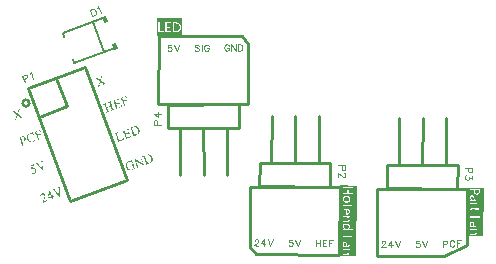
<source format=gto>
G04 Layer: TopSilkscreenLayer*
G04 EasyEDA Pro v1.9.30.011b94, 2023-06-19 19:01:04*
G04 Gerber Generator version 0.3*
G04 Scale: 100 percent, Rotated: No, Reflected: No*
G04 Dimensions in millimeters*
G04 Leading zeros omitted, absolute positions, 3 integers and 3 decimals*
%FSLAX33Y33*%
%MOMM*%
%ADD10C,0.1*%
%ADD11C,0.254*%
%ADD12C,0.1524*%
%ADD13C,0.151994*%
%ADD14C,0.0254*%
G75*


G04 Text Start*
G04 //text: LED*
G36*
G01X86416Y92334D02*
G01X86405Y91128D01*
G01X86512D01*
G01X86516Y91559D01*
G01X86521Y91990D01*
G01X86635Y91989D01*
G01X86628Y91224D01*
G01X86974Y91220D01*
G01X86973Y91123D01*
G01X86512Y91128D01*
G01X86405D01*
G01Y91122D01*
G01X87101D01*
G01X87109Y91985D01*
G01X87556Y91981D01*
G01X87555Y91883D01*
G01X87223Y91887D01*
G01X87220Y91606D01*
G01X87528Y91603D01*
G01X87527Y91506D01*
G01X87219Y91509D01*
G01X87216Y91218D01*
G01X87570Y91215D01*
G01X87569Y91118D01*
G01X87101Y91122D01*
G01X86405D01*
G01Y91116D01*
G01X87728D01*
G01X87732Y91548D01*
G01X87736Y91978D01*
G01X87880Y91977D01*
G01X88018Y91975D01*
G01X88028Y91974D01*
G01X88029D01*
G01X88030D01*
G01X88035Y91973D01*
G01X88047Y91972D01*
G01X88053Y91971D01*
G01X88065Y91970D01*
G01X88092Y91966D01*
G01X88102Y91964D01*
G01X88112Y91961D01*
G01X88135Y91954D01*
G01X88150Y91952D01*
G01X88154Y91950D01*
G01X88158Y91949D01*
G01X88169Y91943D01*
G01X88179Y91940D01*
G01X88191Y91935D01*
G01X88200Y91931D01*
G01X88220Y91922D01*
G01X88223Y91921D01*
G01X88231Y91915D01*
G01X88244Y91908D01*
G01X88263Y91896D01*
G01X88271Y91891D01*
G01X88277Y91886D01*
G01X88279Y91884D01*
G01X88287Y91881D01*
G01X88289Y91879D01*
G01X88291Y91877D01*
G01X88293Y91875D01*
G01X88294Y91872D01*
G01X88297Y91870D01*
G01X88300Y91868D01*
G01X88306Y91864D01*
G01X88309Y91862D01*
G01X88311Y91860D01*
G01X88319Y91850D01*
G01X88326Y91845D01*
G01X88333Y91837D01*
G01X88337Y91833D01*
G01X88341Y91830D01*
G01X88348Y91823D01*
G01X88354Y91815D01*
G01X88364Y91802D01*
G01X88372Y91791D01*
G01X88378Y91783D01*
G01X88380Y91779D01*
G01X88383Y91772D01*
G01X88387Y91767D01*
G01X88389Y91764D01*
G01X88391Y91762D01*
G01X88394Y91756D01*
G01X88399Y91745D01*
G01X88403Y91737D01*
G01X88407Y91730D01*
G01X88410Y91720D01*
G01X88418Y91697D01*
G01X88422Y91683D01*
G01X88428Y91666D01*
G01X88429Y91659D01*
G01X88432Y91643D01*
G01X88434Y91634D01*
G01X88435Y91629D01*
G01X88436Y91624D01*
G01Y91611D01*
G01X88437Y91603D01*
G01X88438Y91600D01*
G01Y91598D01*
G01X88439Y91590D01*
G01Y91555D01*
G01X88438Y91519D01*
G01X88437Y91512D01*
G01X88436Y91509D01*
G01X88435Y91504D01*
G01Y91489D01*
G01X88434Y91482D01*
G01X88433Y91478D01*
G01X88431Y91471D01*
G01X88428Y91450D01*
G01X88426Y91440D01*
G01X88424Y91430D01*
G01X88416Y91406D01*
G01X88413Y91395D01*
G01X88409Y91385D01*
G01X88396Y91351D01*
G01X88394Y91347D01*
G01X88390Y91340D01*
G01X88386Y91334D01*
G01X88376Y91317D01*
G01X88367Y91303D01*
G01X88360Y91292D01*
G01X88355Y91286D01*
G01X88351Y91282D01*
G01X88350Y91280D01*
G01X88349Y91277D01*
G01X88347Y91273D01*
G01X88345Y91270D01*
G01X88343Y91268D01*
G01X88341Y91266D01*
G01X88336Y91263D01*
G01X88330Y91256D01*
G01X88326Y91251D01*
G01X88319Y91245D01*
G01X88313Y91238D01*
G01X88308Y91234D01*
G01X88301Y91228D01*
G01X88295Y91221D01*
G01X88291Y91217D01*
G01X88286Y91213D01*
G01X88271Y91202D01*
G01X88260Y91195D01*
G01X88245Y91183D01*
G01X88240Y91180D01*
G01X88228Y91174D01*
G01X88217Y91167D01*
G01X88210Y91164D01*
G01X88192Y91156D01*
G01X88181Y91150D01*
G01X88161Y91143D01*
G01X88144Y91137D01*
G01X88121Y91130D01*
G01X88104Y91125D01*
G01X88097Y91124D01*
G01X88079Y91121D01*
G01X88069Y91119D01*
G01X88060Y91117D01*
G01X88048D01*
G01X88041Y91116D01*
G01X88037Y91115D01*
G01X87880D01*
G01X87728Y91116D01*
G01X86405D01*
G01X86402Y90827D01*
G01X88491Y90808D01*
G01X88505Y92315D01*
G37*
G36*
G01X87849Y91880D02*
G01X87846Y91548D01*
G01X87845Y91215D01*
G01Y91214D01*
G01X87846Y91213D01*
G01X87853D01*
G01X87921Y91211D01*
G01X88000Y91212D01*
G01X88012D01*
G01X88039Y91215D01*
G01X88060Y91219D01*
G01X88068Y91221D01*
G01X88080Y91224D01*
G01X88094Y91227D01*
G01X88099Y91228D01*
G01X88103Y91229D01*
G01X88111Y91232D01*
G01X88118Y91235D01*
G01X88126Y91236D01*
G01X88130Y91238D01*
G01X88133Y91239D01*
G01X88137Y91241D01*
G01X88144Y91245D01*
G01X88155Y91250D01*
G01X88161Y91253D01*
G01X88167Y91256D01*
G01X88176Y91261D01*
G01X88187Y91269D01*
G01X88192Y91272D01*
G01X88200Y91276D01*
G01X88204Y91278D01*
G01X88206Y91281D01*
G01X88209Y91285D01*
G01X88211Y91287D01*
G01X88216Y91291D01*
G01X88224Y91296D01*
G01X88228Y91300D01*
G01X88232Y91303D01*
G01X88236Y91307D01*
G01X88253Y91329D01*
G01X88262Y91341D01*
G01X88268Y91348D01*
G01X88273Y91355D01*
G01X88278Y91367D01*
G01X88282Y91374D01*
G01X88286Y91381D01*
G01X88288Y91387D01*
G01X88295Y91404D01*
G01X88298Y91411D01*
G01X88303Y91424D01*
G01X88308Y91442D01*
G01X88310Y91449D01*
G01X88312Y91467D01*
G01X88314Y91477D01*
G01X88316Y91483D01*
G01X88317Y91490D01*
G01Y91511D01*
G01X88318Y91515D01*
G01X88319Y91518D01*
G01Y91520D01*
G01X88320Y91528D01*
G01X88321Y91544D01*
G01X88320Y91561D01*
G01Y91568D01*
G01X88319Y91573D01*
G01X88318Y91580D01*
G01X88317Y91601D01*
G01X88316Y91609D01*
G01X88315Y91616D01*
G01X88312Y91636D01*
G01X88310Y91647D01*
G01X88308Y91656D01*
G01X88302Y91679D01*
G01X88297Y91691D01*
G01X88293Y91700D01*
G01X88284Y91720D01*
G01X88281Y91726D01*
G01X88267Y91749D01*
G01X88260Y91758D01*
G01X88257Y91762D01*
G01X88250Y91771D01*
G01X88246Y91776D01*
G01X88239Y91782D01*
G01X88235Y91786D01*
G01X88231Y91791D01*
G01X88229Y91793D01*
G01X88227Y91795D01*
G01X88222Y91797D01*
G01X88218Y91800D01*
G01X88215Y91804D01*
G01X88213Y91807D01*
G01X88208Y91811D01*
G01X88196Y91818D01*
G01X88191Y91823D01*
G01X88188Y91825D01*
G01X88184Y91827D01*
G01X88172Y91833D01*
G01X88164Y91837D01*
G01X88158Y91841D01*
G01X88152Y91843D01*
G01X88133Y91851D01*
G01X88116Y91858D01*
G01X88094Y91865D01*
G01X88080Y91867D01*
G01X88072Y91869D01*
G01X88069Y91870D01*
G01X88064Y91871D01*
G01X88054Y91872D01*
G01X88048Y91873D01*
G01X88042Y91874D01*
G01X88034Y91875D01*
G01X87999Y91876D01*
G01X87991Y91877D01*
G01X87989Y91878D01*
G01X87981D01*
G01X87917Y91880D01*
G37*
G04 //text: 24V*
G36*
G01X78251Y78068D02*
G01X78245Y78067D01*
G01X78236Y78065D01*
G01X78189Y78050D01*
G01X78141Y78032D01*
G01X78030Y77991D01*
G01X78034Y77981D01*
G01X78035Y77980D01*
G01X78036Y77979D01*
G01X78039Y77976D01*
G01X78041D01*
G01X78043D01*
G01X78057Y77978D01*
G01X78066Y77979D01*
G01X78081Y77980D01*
G01X78090D01*
G01X78094Y77979D01*
G01X78098Y77978D01*
G01X78101Y77976D01*
G01X78105Y77974D01*
G01X78111Y77971D01*
G01X78114D01*
G01X78117Y77969D01*
G01X78120Y77967D01*
G01X78122Y77963D01*
G01X78125Y77959D01*
G01X78130Y77949D01*
G01X78135Y77936D01*
G01X78138Y77929D01*
G01X78139Y77888D01*
G01Y77870D01*
G01X78138Y77830D01*
G01Y77817D01*
G01X78136Y77807D01*
G01Y77795D01*
G01X78137Y77784D01*
G01X78136Y77770D01*
G01Y77749D01*
G01X78135Y77742D01*
G01X78134Y77737D01*
G01Y77731D01*
G01Y77720D01*
G01Y77706D01*
G01Y77683D01*
G01X78133Y77669D01*
G01Y77649D01*
G01X78132Y77641D01*
G01X78131Y77636D01*
G01Y77630D01*
G01Y77619D01*
G01Y77605D01*
G01Y77582D01*
G01X78129Y77563D01*
G01Y77557D01*
G01X78127Y77482D01*
G01Y77469D01*
G01X78126Y77459D01*
G01Y77436D01*
G01X78125Y77422D01*
G01Y77404D01*
G01Y77402D01*
G01X78124Y77401D01*
G01X78123Y77400D01*
G01Y77399D01*
G01X78121Y77398D01*
G01X78117D01*
G01X78115Y77400D01*
G01X78112Y77402D01*
G01X78109Y77405D01*
G01X78096Y77419D01*
G01X78087Y77428D01*
G01X78077Y77438D01*
G01X78072Y77443D01*
G01X78063Y77453D01*
G01X78053Y77462D01*
G01X78048Y77467D01*
G01X78035Y77481D01*
G01X78026Y77491D01*
G01X78016Y77500D01*
G01X78012Y77506D01*
G01X78002Y77515D01*
G01X77992Y77525D01*
G01X77988Y77530D01*
G01X77975Y77544D01*
G01X77966Y77553D01*
G01X77956Y77563D01*
G01X77952Y77568D01*
G01X77942Y77578D01*
G01X77932Y77587D01*
G01X77928Y77592D01*
G01X77915Y77606D01*
G01X77906Y77616D01*
G01X77896Y77625D01*
G01X77891Y77631D01*
G01X77882Y77640D01*
G01X77872Y77650D01*
G01X77867Y77655D01*
G01X77855Y77669D01*
G01X77845Y77678D01*
G01X77831Y77693D01*
G01X77822Y77703D01*
G01X77807Y77717D01*
G01X77794Y77731D01*
G01X77785Y77741D01*
G01X77778Y77748D01*
G01X77770Y77758D01*
G01X77756Y77774D01*
G01X77751Y77781D01*
G01X77743Y77794D01*
G01X77738Y77804D01*
G01X77734Y77814D01*
G01X77733Y77818D01*
G01X77732Y77822D01*
G01X77733Y77825D01*
G01X77736Y77839D01*
G01X77737Y77842D01*
G01X77738Y77844D01*
G01X77740Y77847D01*
G01X77746Y77851D01*
G01X77757Y77861D01*
G01X77760Y77864D01*
G01X77763Y77865D01*
G01X77769Y77868D01*
G01X77774Y77871D01*
G01X77781Y77876D01*
G01X77788Y77878D01*
G01X77790Y77880D01*
G01X77792Y77882D01*
G01X77793Y77886D01*
G01Y77890D01*
G01X77792Y77894D01*
G01X77791Y77895D01*
G01X77790Y77896D01*
G01X77789Y77897D01*
G01X77787Y77898D01*
G01X77785D01*
G01X77784D01*
G01X77774Y77895D01*
G01X77639Y77845D01*
G01X77498Y77793D01*
G01X77501Y77782D01*
G01X77503Y77781D01*
G01X77507Y77778D01*
G01X77509D01*
G01X77511Y77777D01*
G01X77513Y77778D01*
G01X77539Y77783D01*
G01X77544D01*
G01X77551Y77784D01*
G01X77569Y77782D01*
G01X77577Y77780D01*
G01X77587Y77778D01*
G01X77591Y77776D01*
G01X77598Y77773D01*
G01X77602Y77770D01*
G01X77608Y77764D01*
G01X77616Y77758D01*
G01X77630Y77745D01*
G01X77635Y77740D01*
G01X77639Y77737D01*
G01X77643Y77732D01*
G01X77650Y77724D01*
G01X77657Y77717D01*
G01X77660Y77715D01*
G01X77671Y77702D01*
G01X77677Y77697D01*
G01X77681Y77694D01*
G01X77685Y77688D01*
G01X77691Y77680D01*
G01X77699Y77674D01*
G01X77702Y77672D01*
G01X77713Y77658D01*
G01X77719Y77653D01*
G01X77723Y77650D01*
G01X77728Y77645D01*
G01X77734Y77637D01*
G01X77741Y77631D01*
G01X77746Y77626D01*
G01X77752Y77618D01*
G01X77760Y77612D01*
G01X77763Y77609D01*
G01X77774Y77596D01*
G01X77779Y77590D01*
G01X77783Y77587D01*
G01X77788Y77583D01*
G01X77794Y77575D01*
G01X77802Y77568D01*
G01X77804Y77566D01*
G01X77816Y77552D01*
G01X77822Y77547D01*
G01X77825Y77544D01*
G01X77830Y77539D01*
G01X77836Y77531D01*
G01X77843Y77525D01*
G01X77848Y77520D01*
G01X77855Y77512D01*
G01X77862Y77506D01*
G01X77865Y77503D01*
G01X77876Y77490D01*
G01X77882Y77485D01*
G01X77886Y77482D01*
G01X77890Y77477D01*
G01X77897Y77468D01*
G01X77904Y77462D01*
G01X77908Y77458D01*
G01X77915Y77450D01*
G01X77922Y77443D01*
G01X77925Y77441D01*
G01X77936Y77427D01*
G01X77942Y77422D01*
G01X77946Y77419D01*
G01X77951Y77414D01*
G01X77957Y77406D01*
G01X77964Y77400D01*
G01X77967Y77397D01*
G01X77979Y77384D01*
G01X77984Y77379D01*
G01X77988Y77376D01*
G01X77993Y77371D01*
G01X77999Y77363D01*
G01X78006Y77357D01*
G01X78011Y77352D01*
G01X78017Y77344D01*
G01X78025Y77337D01*
G01X78027Y77334D01*
G01X78039Y77322D01*
G01X78045Y77316D01*
G01X78048Y77313D01*
G01X78053Y77308D01*
G01X78059Y77300D01*
G01X78067Y77294D01*
G01X78069Y77291D01*
G01X78081Y77278D01*
G01X78087Y77272D01*
G01X78090Y77270D01*
G01X78095Y77265D01*
G01X78101Y77257D01*
G01X78109Y77251D01*
G01X78113Y77246D01*
G01X78120Y77238D01*
G01X78127Y77231D01*
G01X78130Y77229D01*
G01X78136Y77221D01*
G01X78138Y77220D01*
G01X78142Y77217D01*
G01X78144Y77216D01*
G01X78147Y77215D01*
G01X78149D01*
G01X78152Y77216D01*
G01X78155Y77217D01*
G01X78157Y77218D01*
G01X78161Y77221D01*
G01X78164Y77224D01*
G01X78165Y77226D01*
G01X78166Y77228D01*
G01Y77231D01*
G01X78167Y77243D01*
G01Y77254D01*
G01Y77276D01*
G01X78169Y77295D01*
G01Y77302D01*
G01X78171Y77358D01*
G01Y77371D01*
G01X78172Y77381D01*
G01Y77393D01*
G01Y77403D01*
G01X78173Y77418D01*
G01Y77439D01*
G01X78174Y77446D01*
G01Y77451D01*
G01X78175Y77457D01*
G01X78174Y77468D01*
G01X78175Y77482D01*
G01Y77502D01*
G01X78176Y77510D01*
G01X78177Y77515D01*
G01Y77521D01*
G01X78176Y77532D01*
G01X78177Y77546D01*
G01Y77566D01*
G01X78178Y77574D01*
G01X78179Y77578D01*
G01Y77585D01*
G01X78178Y77595D01*
G01X78179Y77609D01*
G01Y77632D01*
G01X78180Y77651D01*
G01X78181Y77657D01*
G01X78182Y77713D01*
G01X78183Y77727D01*
G01Y77737D01*
G01Y77759D01*
G01X78185Y77778D01*
G01Y77784D01*
G01X78186Y77841D01*
G01X78187Y77854D01*
G01X78188Y77864D01*
G01X78187Y77876D01*
G01Y77887D01*
G01X78188Y77901D01*
G01Y77921D01*
G01X78190Y77937D01*
G01X78191Y77951D01*
G01X78192Y77955D01*
G01X78193Y77959D01*
G01X78196Y77972D01*
G01X78199Y77987D01*
G01X78201Y77992D01*
G01X78203Y77996D01*
G01X78205Y77999D01*
G01X78208Y78005D01*
G01X78210Y78011D01*
G01X78213Y78017D01*
G01X78220Y78025D01*
G01X78226Y78033D01*
G01X78229Y78035D01*
G01X78232Y78038D01*
G01X78242Y78045D01*
G01X78247Y78048D01*
G01X78249Y78050D01*
G01X78252Y78054D01*
G01X78253Y78056D01*
G01X78254Y78059D01*
G01Y78061D01*
G01Y78064D01*
G01X78253Y78067D01*
G37*
G36*
G01X77354Y77753D02*
G01X77323Y77742D01*
G01X77310Y77737D01*
G01X77297Y77730D01*
G01X77294Y77728D01*
G01X77293Y77726D01*
G01X77292Y77725D01*
G01X77291Y77724D01*
G01Y77723D01*
G01X77290Y77717D01*
G01X77289Y77711D01*
G01X77270Y77641D01*
G01X77267Y77624D01*
G01X77265Y77618D01*
G01X77263Y77614D01*
G01X77262Y77611D01*
G01X77259Y77594D01*
G01X77255Y77582D01*
G01X77252Y77571D01*
G01X77248Y77554D01*
G01X77244Y77541D01*
G01X77241Y77530D01*
G01X77238Y77514D01*
G01X77236Y77507D01*
G01X77234Y77504D01*
G01X77233Y77500D01*
G01X77230Y77484D01*
G01X77226Y77471D01*
G01X77223Y77461D01*
G01X77219Y77443D01*
G01X77215Y77430D01*
G01X77212Y77420D01*
G01X77208Y77402D01*
G01X77205Y77389D01*
G01X77202Y77379D01*
G01X77198Y77362D01*
G01X77196Y77356D01*
G01X77195Y77352D01*
G01X77194Y77349D01*
G01X77190Y77332D01*
G01X77187Y77320D01*
G01X77183Y77309D01*
G01X77179Y77292D01*
G01X77176Y77278D01*
G01X77173Y77268D01*
G01X77169Y77251D01*
G01X77165Y77238D01*
G01X77162Y77227D01*
G01X77159Y77210D01*
G01X77157Y77204D01*
G01X77155Y77200D01*
G01X77154Y77197D01*
G01X77150Y77181D01*
G01X77148Y77173D01*
G01X77191D01*
G01X77192Y77181D01*
G01X77193Y77188D01*
G01X77195Y77194D01*
G01X77197Y77198D01*
G01X77198Y77201D01*
G01X77201Y77217D01*
G01X77203Y77223D01*
G01X77204Y77227D01*
G01X77205Y77230D01*
G01X77209Y77245D01*
G01X77211Y77252D01*
G01X77212Y77256D01*
G01X77213Y77259D01*
G01X77217Y77275D01*
G01X77221Y77288D01*
G01X77224Y77298D01*
G01X77227Y77315D01*
G01X77229Y77322D01*
G01X77231Y77325D01*
G01X77232Y77328D01*
G01X77235Y77344D01*
G01X77237Y77350D01*
G01X77238Y77354D01*
G01X77239Y77357D01*
G01X77242Y77372D01*
G01X77244Y77379D01*
G01X77246Y77383D01*
G01X77247Y77386D01*
G01X77251Y77402D01*
G01X77254Y77415D01*
G01X77257Y77425D01*
G01X77261Y77442D01*
G01X77263Y77449D01*
G01X77264Y77453D01*
G01X77265Y77456D01*
G01X77269Y77471D01*
G01X77271Y77478D01*
G01X77272Y77481D01*
G01X77273Y77485D01*
G01X77276Y77500D01*
G01X77281Y77514D01*
G01X77284Y77524D01*
G01X77287Y77541D01*
G01X77289Y77547D01*
G01X77291Y77551D01*
G01X77292Y77554D01*
G01X77295Y77570D01*
G01X77297Y77576D01*
G01X77298Y77580D01*
G01X77299Y77583D01*
G01X77302Y77596D01*
G01X77303Y77599D01*
G01X77305Y77601D01*
G01X77306D01*
G01X77307D01*
G01X77309Y77599D01*
G01X77318Y77577D01*
G01X77374Y77430D01*
G01X77438Y77260D01*
G01X77316Y77214D01*
G01X77198Y77172D01*
G01X77193Y77170D01*
G01X77192D01*
G01X77191Y77173D01*
G01X77148D01*
G01X77147Y77168D01*
G01X77144Y77158D01*
G01X77141Y77145D01*
G01Y77141D01*
G01X77142Y77137D01*
G01X77144Y77127D01*
G01X77148Y77114D01*
G01X77151Y77107D01*
G01X77163Y77076D01*
G01X77464Y77189D01*
G01X77534Y77004D01*
G01X77621Y77036D01*
G01X77552Y77221D01*
G01X77646Y77257D01*
G01X77620Y77328D01*
G01X77525Y77293D01*
G37*
G36*
G01X76737Y77511D02*
G01X76726Y77511D01*
G01X76717Y77509D01*
G01X76701Y77506D01*
G01X76694Y77505D01*
G01X76692D01*
G01X76686Y77504D01*
G01X76663Y77496D01*
G01X76656Y77493D01*
G01X76629Y77483D01*
G01X76621Y77479D01*
G01X76617Y77476D01*
G01X76610Y77471D01*
G01X76601Y77466D01*
G01X76594Y77461D01*
G01X76584Y77451D01*
G01X76574Y77442D01*
G01X76569Y77436D01*
G01X76555Y77416D01*
G01X76551Y77411D01*
G01X76546Y77402D01*
G01X76543Y77397D01*
G01X76540Y77392D01*
G01X76538Y77383D01*
G01X76535Y77376D01*
G01X76533Y77367D01*
G01X76527Y77345D01*
G01X76525Y77335D01*
G01X76523Y77327D01*
G01Y77320D01*
G01Y77316D01*
G01X76522Y77297D01*
G01Y77280D01*
G01X76523Y77268D01*
G01X76524Y77260D01*
G01X76527Y77243D01*
G01X76528Y77234D01*
G01X76529Y77232D01*
G01X76530Y77230D01*
G01X76531Y77228D01*
G01X76533Y77227D01*
G01X76535D01*
G01X76538Y77228D01*
G01X76542Y77229D01*
G01X76544Y77230D01*
G01X76547Y77232D01*
G01X76549Y77235D01*
G01X76551Y77241D01*
G01Y77260D01*
G01X76552Y77269D01*
G01Y77273D01*
G01X76556Y77286D01*
G01X76559Y77300D01*
G01X76561Y77306D01*
G01X76562Y77309D01*
G01X76565Y77313D01*
G01X76567Y77319D01*
G01X76570Y77327D01*
G01X76573Y77333D01*
G01X76584Y77349D01*
G01X76590Y77356D01*
G01X76598Y77363D01*
G01X76603Y77369D01*
G01X76606Y77372D01*
G01X76608Y77375D01*
G01X76611Y77378D01*
G01X76622Y77384D01*
G01X76632Y77392D01*
G01X76638Y77396D01*
G01X76643Y77398D01*
G01X76653Y77403D01*
G01X76665Y77408D01*
G01X76680Y77413D01*
G01X76688Y77415D01*
G01X76690D01*
G01X76707Y77416D01*
G01X76717D01*
G01X76733Y77415D01*
G01X76751Y77411D01*
G01X76757Y77409D01*
G01X76765Y77403D01*
G01X76770Y77401D01*
G01X76780Y77398D01*
G01X76785Y77395D01*
G01X76801Y77384D01*
G01X76804Y77382D01*
G01X76808Y77379D01*
G01X76815Y77370D01*
G01X76821Y77365D01*
G01X76825Y77362D01*
G01X76827Y77359D01*
G01X76830Y77355D01*
G01X76838Y77341D01*
G01X76844Y77333D01*
G01X76847Y77328D01*
G01X76851Y77319D01*
G01X76856Y77312D01*
G01X76859Y77305D01*
G01X76862Y77297D01*
G01X76863Y77291D01*
G01X76864Y77285D01*
G01X76866Y77277D01*
G01X76871Y77264D01*
G01Y77259D01*
G01X76873Y77239D01*
G01X76874Y77216D01*
G01Y77198D01*
G01Y77182D01*
G01X76872Y77168D01*
G01Y77157D01*
G01X76871Y77151D01*
G01X76870Y77149D01*
G01X76869Y77145D01*
G01X76868Y77139D01*
G01X76866Y77128D01*
G01X76861Y77106D01*
G01X76859Y77094D01*
G01X76853Y77073D01*
G01X76850Y77062D01*
G01X76834Y77014D01*
G01X76831Y77004D01*
G01X76828Y76997D01*
G01X76825Y76989D01*
G01X76824Y76983D01*
G01X76819Y76975D01*
G01X76816Y76970D01*
G01X76812Y76955D01*
G01X76809Y76945D01*
G01X76807Y76941D01*
G01X76805Y76936D01*
G01X76801Y76932D01*
G01X76799Y76926D01*
G01X76796Y76917D01*
G01X76791Y76910D01*
G01X76789Y76904D01*
G01X76786Y76895D01*
G01X76781Y76887D01*
G01X76779Y76882D01*
G01X76776Y76873D01*
G01X76771Y76865D01*
G01X76768Y76859D01*
G01X76766Y76851D01*
G01X76761Y76843D01*
G01X76758Y76837D01*
G01X76756Y76828D01*
G01X76751Y76820D01*
G01X76748Y76815D01*
G01X76746Y76806D01*
G01X76741Y76798D01*
G01X76738Y76792D01*
G01X76735Y76784D01*
G01X76728Y76771D01*
G01X76723Y76762D01*
G01X76719Y76757D01*
G01X76717Y76751D01*
G01X76714Y76743D01*
G01X76709Y76734D01*
G01X76706Y76729D01*
G01X76703Y76720D01*
G01X76700Y76715D01*
G01X76699Y76712D01*
G01X76698Y76709D01*
G01X76699Y76705D01*
G01X76700Y76701D01*
G01X76703Y76693D01*
G01X76914Y76772D01*
G01X77094Y76843D01*
G01X77113Y76851D01*
G01X77121Y76855D01*
G01X77123Y76856D01*
G01X77124Y76857D01*
G01Y76858D01*
G01Y76865D01*
G01Y76877D01*
G01Y76885D01*
G01X77123Y76893D01*
G01Y76899D01*
G01Y76903D01*
G01X77124Y76907D01*
G01Y76915D01*
G01X77123Y76923D01*
G01Y76932D01*
G01X77124Y76942D01*
G01X77123Y76954D01*
G01Y76976D01*
G01Y76986D01*
G01X77124Y77002D01*
G01X77112Y76998D01*
G01X77105Y76995D01*
G01X77102Y76991D01*
G01X77101Y76989D01*
G01Y76988D01*
G01X77100Y76982D01*
G01X77098Y76976D01*
G01X77097Y76972D01*
G01X77094Y76964D01*
G01X77093Y76960D01*
G01X77092Y76958D01*
G01X77090Y76956D01*
G01X77086Y76952D01*
G01X77084Y76950D01*
G01X77083Y76948D01*
G01X77080Y76944D01*
G01X77076Y76938D01*
G01X77073Y76935D01*
G01X77060Y76924D01*
G01X77053Y76919D01*
G01X77049Y76916D01*
G01X77044Y76913D01*
G01X77037Y76910D01*
G01X77032Y76907D01*
G01X77029Y76905D01*
G01X76938Y76870D01*
G01X76911Y76860D01*
G01X76819Y76827D01*
G01X76804Y76823D01*
G01X76797Y76821D01*
G01X76794D01*
G01Y76824D01*
G01Y76827D01*
G01X76795Y76829D01*
G01X76799Y76835D01*
G01X76801Y76841D01*
G01X76804Y76849D01*
G01X76809Y76857D01*
G01X76812Y76862D01*
G01X76814Y76872D01*
G01X76819Y76879D01*
G01X76822Y76885D01*
G01X76826Y76900D01*
G01X76829Y76910D01*
G01X76831Y76914D01*
G01X76833Y76919D01*
G01X76837Y76923D01*
G01X76839Y76928D01*
G01X76842Y76937D01*
G01X76847Y76945D01*
G01X76849Y76950D01*
G01X76851Y76959D01*
G01X76854Y76967D01*
G01X76857Y76975D01*
G01X76859Y76980D01*
G01X76863Y76988D01*
G01X76866Y76994D01*
G01X76869Y77003D01*
G01X76874Y77011D01*
G01X76876Y77016D01*
G01X76880Y77031D01*
G01X76884Y77041D01*
G01X76885Y77045D01*
G01X76888Y77050D01*
G01X76891Y77054D01*
G01X76893Y77060D01*
G01X76896Y77068D01*
G01X76899Y77075D01*
G01X76901Y77083D01*
G01X76903Y77090D01*
G01X76908Y77097D01*
G01X76909Y77100D01*
G01X76910Y77103D01*
G01Y77108D01*
G01Y77111D01*
G01X76915Y77118D01*
G01X76916Y77121D01*
G01Y77124D01*
G01X76917Y77129D01*
G01Y77132D01*
G01Y77134D01*
G01X76919Y77139D01*
G01X76922Y77147D01*
G01X76929Y77175D01*
G01X76933Y77188D01*
G01X76940Y77227D01*
G01X76941Y77239D01*
G01X76942Y77245D01*
G01Y77247D01*
G01X76944Y77252D01*
G01Y77255D01*
G01X76945Y77259D01*
G01Y77272D01*
G01Y77280D01*
G01X76946Y77285D01*
G01Y77291D01*
G01Y77302D01*
G01Y77312D01*
G01Y77319D01*
G01X76945Y77324D01*
G01X76941Y77342D01*
G01X76940Y77353D01*
G01X76939Y77358D01*
G01X76936Y77368D01*
G01X76935Y77373D01*
G01Y77377D01*
G01X76934Y77381D01*
G01X76931Y77390D01*
G01X76927Y77398D01*
G01X76925Y77403D01*
G01X76921Y77409D01*
G01X76918Y77414D01*
G01X76915Y77423D01*
G01X76911Y77427D01*
G01X76901Y77441D01*
G01X76896Y77446D01*
G01X76890Y77452D01*
G01X76884Y77457D01*
G01X76875Y77466D01*
G01X76871Y77470D01*
G01X76868Y77472D01*
G01X76860Y77476D01*
G01X76847Y77484D01*
G01X76839Y77490D01*
G01X76834Y77492D01*
G01X76829Y77494D01*
G01X76822Y77496D01*
G01X76815Y77498D01*
G01X76806Y77501D01*
G01X76783Y77507D01*
G01X76774Y77509D01*
G01X76759Y77511D01*
G37*
G04 //text: 5V*
G36*
G01X76707Y79431D02*
G01X76709Y79429D01*
G01X76711Y79428D01*
G01X76713Y79427D01*
G01X76715Y79426D01*
G01X76717D01*
G01X76720D01*
G01X76722D01*
G01X76725Y79427D01*
G01X76728Y79428D01*
G01X76730Y79429D01*
G01X76732Y79431D01*
G01X76734Y79433D01*
G01X76735Y79434D01*
G01X76736Y79436D01*
G01X76737Y79438D01*
G01Y79441D01*
G01Y79454D01*
G01X76738Y79464D01*
G01Y79476D01*
G01Y79486D01*
G01X76739Y79505D01*
G01X76740Y79512D01*
G01X76741Y79568D01*
G01X76742Y79581D01*
G01Y79591D01*
G01Y79604D01*
G01Y79614D01*
G01X76743Y79628D01*
G01Y79641D01*
G01Y79648D01*
G01X76744Y79656D01*
G01X76745Y79661D01*
G01Y79668D01*
G01Y79678D01*
G01Y79692D01*
G01Y79704D01*
G01Y79712D01*
G01X76746Y79720D01*
G01X76747Y79725D01*
G01Y79731D01*
G01Y79742D01*
G01X76748Y79756D01*
G01Y79768D01*
G01Y79776D01*
G01Y79784D01*
G01X76749Y79788D01*
G01Y79795D01*
G01Y79806D01*
G01X76750Y79819D01*
G01Y79832D01*
G01Y79842D01*
G01X76751Y79861D01*
G01Y79867D01*
G01X76752Y79923D01*
G01X76753Y79936D01*
G01X76754Y79947D01*
G01Y79959D01*
G01Y79969D01*
G01X76755Y79988D01*
G01Y79995D01*
G01X76757Y80051D01*
G01Y80064D01*
G01X76758Y80074D01*
G01Y80086D01*
G01Y80096D01*
G01X76759Y80111D01*
G01Y80124D01*
G01Y80131D01*
G01X76760Y80139D01*
G01X76761Y80148D01*
G01X76762Y80161D01*
G01Y80165D01*
G01X76763Y80169D01*
G01X76767Y80182D01*
G01X76770Y80197D01*
G01X76772Y80202D01*
G01X76773Y80206D01*
G01X76776Y80209D01*
G01X76778Y80215D01*
G01X76780Y80221D01*
G01X76782Y80224D01*
G01X76784Y80227D01*
G01X76791Y80235D01*
G01X76797Y80243D01*
G01X76799Y80245D01*
G01X76802Y80248D01*
G01X76813Y80255D01*
G01X76818Y80258D01*
G01X76820Y80260D01*
G01X76821Y80262D01*
G01X76823Y80264D01*
G01X76824Y80266D01*
G01X76825Y80269D01*
G01Y80271D01*
G01Y80274D01*
G01X76824Y80277D01*
G01X76821Y80278D01*
G01X76816Y80277D01*
G01X76807Y80275D01*
G01X76759Y80260D01*
G01X76711Y80242D01*
G01X76601Y80201D01*
G01X76604Y80191D01*
G01X76606Y80190D01*
G01X76607Y80188D01*
G01X76608Y80187D01*
G01X76610D01*
G01X76611Y80186D01*
G01X76613D01*
G01X76628Y80188D01*
G01X76637Y80189D01*
G01X76651Y80190D01*
G01X76661D01*
G01X76665Y80189D01*
G01X76669Y80188D01*
G01X76672Y80187D01*
G01X76676Y80184D01*
G01X76681Y80182D01*
G01X76684Y80181D01*
G01X76687Y80179D01*
G01X76690Y80177D01*
G01X76693Y80173D01*
G01X76696Y80168D01*
G01X76701Y80158D01*
G01X76706Y80146D01*
G01X76708Y80139D01*
G01X76710Y80098D01*
G01Y80080D01*
G01X76709Y80040D01*
G01X76708Y80027D01*
G01X76707Y80017D01*
G01Y80004D01*
G01Y79994D01*
G01X76706Y79980D01*
G01Y79967D01*
G01X76707Y79960D01*
G01X76706Y79952D01*
G01X76705Y79947D01*
G01Y79940D01*
G01Y79930D01*
G01X76704Y79916D01*
G01Y79904D01*
G01Y79893D01*
G01X76703Y79879D01*
G01Y79866D01*
G01X76704Y79859D01*
G01X76703Y79851D01*
G01X76702Y79846D01*
G01Y79840D01*
G01Y79829D01*
G01X76701Y79815D01*
G01Y79803D01*
G01Y79792D01*
G01X76700Y79774D01*
G01Y79767D01*
G01X76698Y79692D01*
G01Y79679D01*
G01X76697Y79669D01*
G01Y79657D01*
G01Y79647D01*
G01X76696Y79632D01*
G01Y79617D01*
G01Y79615D01*
G01X76695Y79613D01*
G01Y79611D01*
G01X76694Y79610D01*
G01X76693Y79609D01*
G01X76692Y79608D01*
G01X76691D01*
G01X76688Y79609D01*
G01X76685Y79610D01*
G01X76682Y79612D01*
G01X76679Y79615D01*
G01X76666Y79629D01*
G01X76657Y79638D01*
G01X76647Y79648D01*
G01X76643Y79653D01*
G01X76634Y79663D01*
G01X76623Y79673D01*
G01X76619Y79677D01*
G01X76606Y79691D01*
G01X76597Y79701D01*
G01X76587Y79711D01*
G01X76582Y79716D01*
G01X76573Y79725D01*
G01X76563Y79735D01*
G01X76558Y79740D01*
G01X76546Y79754D01*
G01X76537Y79763D01*
G01X76527Y79773D01*
G01X76522Y79778D01*
G01X76513Y79788D01*
G01X76503Y79798D01*
G01X76498Y79803D01*
G01X76486Y79816D01*
G01X76476Y79826D01*
G01X76466Y79836D01*
G01X76462Y79841D01*
G01X76453Y79850D01*
G01X76442Y79860D01*
G01X76438Y79865D01*
G01X76425Y79879D01*
G01X76416Y79888D01*
G01X76406Y79898D01*
G01X76401Y79903D01*
G01X76392Y79913D01*
G01X76382Y79923D01*
G01X76377Y79928D01*
G01X76365Y79941D01*
G01X76356Y79951D01*
G01X76349Y79958D01*
G01X76340Y79967D01*
G01X76327Y79984D01*
G01X76322Y79991D01*
G01X76317Y79998D01*
G01X76314Y80004D01*
G01X76309Y80014D01*
G01X76304Y80025D01*
G01X76303Y80028D01*
G01Y80032D01*
G01Y80035D01*
G01X76306Y80049D01*
G01X76307Y80052D01*
G01X76309Y80054D01*
G01X76311Y80057D01*
G01X76316Y80061D01*
G01X76322Y80066D01*
G01X76327Y80071D01*
G01X76330Y80074D01*
G01X76333Y80075D01*
G01X76340Y80078D01*
G01X76345Y80081D01*
G01X76352Y80086D01*
G01X76358Y80089D01*
G01X76361Y80090D01*
G01X76363Y80093D01*
G01Y80096D01*
G01Y80100D01*
G01X76362Y80103D01*
G01X76361Y80105D01*
G01Y80106D01*
G01X76360Y80107D01*
G01X76359Y80108D01*
G01X76358D01*
G01X76356D01*
G01X76355D01*
G01X76345Y80105D01*
G01X76210Y80055D01*
G01X76068Y80003D01*
G01X76072Y79993D01*
G01X76073Y79991D01*
G01X76075Y79990D01*
G01X76076Y79989D01*
G01X76077Y79988D01*
G01X76079D01*
G01X76081D01*
G01X76083D01*
G01X76110Y79993D01*
G01X76115Y79994D01*
G01X76122D01*
G01X76139Y79992D01*
G01X76147Y79990D01*
G01X76157Y79988D01*
G01X76162Y79986D01*
G01X76168Y79983D01*
G01X76172Y79980D01*
G01X76179Y79974D01*
G01X76187Y79968D01*
G01X76190Y79966D01*
G01X76200Y79955D01*
G01X76206Y79950D01*
G01X76209Y79947D01*
G01X76214Y79942D01*
G01X76220Y79934D01*
G01X76228Y79928D01*
G01X76231Y79925D01*
G01X76242Y79912D01*
G01X76248Y79906D01*
G01X76251Y79903D01*
G01X76256Y79899D01*
G01X76262Y79891D01*
G01X76270Y79884D01*
G01X76273Y79881D01*
G01X76284Y79868D01*
G01X76290Y79863D01*
G01X76293Y79860D01*
G01X76298Y79855D01*
G01X76304Y79847D01*
G01X76312Y79841D01*
G01X76316Y79836D01*
G01X76323Y79828D01*
G01X76330Y79822D01*
G01X76333Y79819D01*
G01X76344Y79806D01*
G01X76350Y79800D01*
G01X76354Y79798D01*
G01X76358Y79793D01*
G01X76365Y79785D01*
G01X76372Y79778D01*
G01X76375Y79776D01*
G01X76386Y79763D01*
G01X76392Y79757D01*
G01X76396Y79754D01*
G01X76400Y79749D01*
G01X76407Y79741D01*
G01X76414Y79735D01*
G01X76419Y79730D01*
G01X76425Y79722D01*
G01X76432Y79716D01*
G01X76435Y79713D01*
G01X76447Y79700D01*
G01X76452Y79695D01*
G01X76456Y79692D01*
G01X76461Y79687D01*
G01X76467Y79679D01*
G01X76474Y79672D01*
G01X76479Y79668D01*
G01X76485Y79660D01*
G01X76493Y79653D01*
G01X76496Y79650D01*
G01X76507Y79637D01*
G01X76513Y79632D01*
G01X76517Y79629D01*
G01X76521Y79624D01*
G01X76527Y79616D01*
G01X76535Y79610D01*
G01X76538Y79607D01*
G01X76549Y79594D01*
G01X76555Y79589D01*
G01X76559Y79586D01*
G01X76563Y79581D01*
G01X76570Y79573D01*
G01X76577Y79567D01*
G01X76581Y79562D01*
G01X76588Y79554D01*
G01X76595Y79547D01*
G01X76598Y79545D01*
G01X76609Y79532D01*
G01X76615Y79526D01*
G01X76619Y79523D01*
G01X76623Y79518D01*
G01X76630Y79510D01*
G01X76637Y79504D01*
G01X76640Y79501D01*
G01X76652Y79488D01*
G01X76657Y79483D01*
G01X76661Y79480D01*
G01X76666Y79475D01*
G01X76672Y79467D01*
G01X76679Y79461D01*
G01X76684Y79456D01*
G01X76690Y79448D01*
G01X76698Y79441D01*
G01X76700Y79439D01*
G01X76707Y79431D01*
G37*
G36*
G01X75912Y79131D02*
G01X75920Y79132D01*
G01X75931Y79135D01*
G01X75960Y79145D01*
G01X75965Y79147D01*
G01X76000Y79161D01*
G01X76008Y79164D01*
G01X76009Y79165D01*
G01X76012Y79167D01*
G01X76020Y79172D01*
G01X76034Y79180D01*
G01X76039Y79184D01*
G01X76052Y79194D01*
G01X76060Y79201D01*
G01X76073Y79214D01*
G01X76083Y79223D01*
G01X76088Y79229D01*
G01X76093Y79235D01*
G01X76102Y79245D01*
G01X76105Y79250D01*
G01X76116Y79266D01*
G01X76123Y79276D01*
G01X76128Y79285D01*
G01X76130Y79289D01*
G01X76132Y79295D01*
G01X76133Y79299D01*
G01X76136Y79305D01*
G01X76141Y79313D01*
G01X76144Y79322D01*
G01X76146Y79327D01*
G01X76149Y79332D01*
G01X76150Y79335D01*
G01X76151Y79338D01*
G01Y79343D01*
G01X76152Y79345D01*
G01Y79348D01*
G01X76155Y79356D01*
G01X76157Y79365D01*
G01X76161Y79387D01*
G01X76162Y79403D01*
G01X76163Y79410D01*
G01X76164Y79414D01*
G01Y79421D01*
G01Y79432D01*
G01Y79441D01*
G01Y79449D01*
G01X76163Y79454D01*
G01X76159Y79472D01*
G01X76158Y79480D01*
G01Y79482D01*
G01X76156Y79488D01*
G01X76145Y79521D01*
G01X76133Y79551D01*
G01X76129Y79559D01*
G01X76124Y79566D01*
G01X76118Y79576D01*
G01X76112Y79583D01*
G01X76104Y79591D01*
G01X76098Y79599D01*
G01X76093Y79605D01*
G01X76090Y79608D01*
G01X76082Y79615D01*
G01X76077Y79619D01*
G01X76061Y79632D01*
G01X76055Y79636D01*
G01X76050Y79640D01*
G01X76041Y79644D01*
G01X76036Y79648D01*
G01X76031Y79650D01*
G01X76022Y79653D01*
G01X76014Y79658D01*
G01X76009Y79660D01*
G01X76000Y79663D01*
G01X75994Y79666D01*
G01X75992Y79668D01*
G01X75989Y79669D01*
G01X75985Y79670D01*
G01X75975Y79672D01*
G01X75971Y79673D01*
G01X75962Y79676D01*
G01X75947Y79680D01*
G01X75931Y79683D01*
G01X75923Y79684D01*
G01X75916Y79685D01*
G01X75905Y79686D01*
G01X75898D01*
G01X75889Y79688D01*
G01X75881D01*
G01X75862Y79689D01*
G01X75844D01*
G01X75834Y79688D01*
G01X75826Y79687D01*
G01X75811Y79685D01*
G01X75798Y79684D01*
G01X75790Y79683D01*
G01X75773Y79680D01*
G01X75769Y79679D01*
G01X75767D01*
G01X75766Y79680D01*
G01X75764D01*
G01X75763Y79681D01*
G01X75762Y79682D01*
G01X75761Y79683D01*
G01X75759Y79685D01*
G01Y79687D01*
G01X75758Y79690D01*
G01X75760Y79696D01*
G01Y79700D01*
G01X75761Y79715D01*
G01X75762Y79722D01*
G01X75763Y79731D01*
G01X75764Y79746D01*
G01X75765Y79753D01*
G01X75767Y79761D01*
G01Y79774D01*
G01X75768Y79781D01*
G01X75770Y79784D01*
G01Y79786D01*
G01X75773Y79788D01*
G01X75778Y79791D01*
G01X75799Y79801D01*
G01X75879Y79832D01*
G01X75953Y79861D01*
G01X75969Y79869D01*
G01X75976Y79872D01*
G01X75980Y79875D01*
G01X75982Y79876D01*
G01X75983Y79877D01*
G01Y79878D01*
G01X75984D01*
G01X75983Y79886D01*
G01X75984Y79904D01*
G01X75985Y79917D01*
G01X75986Y79924D01*
G01X75987Y79929D01*
G01Y79935D01*
G01Y79946D01*
G01Y79952D01*
G01X75989Y79959D01*
G01X75990Y79966D01*
G01X75991Y79974D01*
G01X75734Y79878D01*
G01Y79868D01*
G01Y79862D01*
G01X75733Y79855D01*
G01X75731Y79846D01*
G01X75730Y79831D01*
G01X75729Y79824D01*
G01X75728Y79815D01*
G01X75727Y79800D01*
G01X75726Y79793D01*
G01X75725Y79785D01*
G01X75724Y79770D01*
G01X75723Y79762D01*
G01X75721Y79754D01*
G01Y79739D01*
G01X75720Y79731D01*
G01X75719Y79727D01*
G01X75718Y79723D01*
G01Y79705D01*
G01X75717Y79697D01*
G01X75716Y79689D01*
G01X75715Y79674D01*
G01X75714Y79667D01*
G01X75713Y79658D01*
G01X75712Y79643D01*
G01X75711Y79636D01*
G01X75709Y79627D01*
G01Y79612D01*
G01X75708Y79605D01*
G01X75706Y79597D01*
G01X75705Y79581D01*
G01X75704Y79574D01*
G01X75703Y79567D01*
G01Y79561D01*
G01Y79559D01*
G01X75705Y79558D01*
G01X75708D01*
G01X75715Y79560D01*
G01X75722Y79562D01*
G01X75725D01*
G01X75728D01*
G01X75732Y79563D01*
G01X75745Y79567D01*
G01X75754Y79571D01*
G01X75761Y79573D01*
G01X75768D01*
G01X75774Y79575D01*
G01X75783Y79578D01*
G01X75792Y79579D01*
G01X75801Y79580D01*
G01X75817Y79583D01*
G01X75824Y79584D01*
G01X75842Y79585D01*
G01X75850Y79586D01*
G01X75858D01*
G01X75868Y79585D01*
G01X75881D01*
G01X75886D01*
G01X75891D01*
G01X75895Y79584D01*
G01X75906Y79581D01*
G01X75912Y79580D01*
G01X75922Y79579D01*
G01X75928Y79577D01*
G01X75952Y79571D01*
G01X75959Y79568D01*
G01X75967Y79566D01*
G01X75973Y79564D01*
G01X75981Y79559D01*
G01X75987Y79556D01*
G01X75992Y79554D01*
G01X75995Y79553D01*
G01X75997Y79552D01*
G01X76001Y79548D01*
G01X76003Y79546D01*
G01X76006Y79545D01*
G01X76011Y79543D01*
G01X76014Y79542D01*
G01X76016Y79540D01*
G01X76020Y79536D01*
G01X76025Y79532D01*
G01X76032Y79527D01*
G01X76036Y79524D01*
G01X76039Y79521D01*
G01X76047Y79513D01*
G01X76052Y79508D01*
G01X76056Y79505D01*
G01X76059Y79503D01*
G01X76061Y79500D01*
G01X76068Y79489D01*
G01X76075Y79479D01*
G01X76080Y79473D01*
G01X76089Y79458D01*
G01X76091Y79453D01*
G01X76096Y79443D01*
G01X76101Y79431D01*
G01X76106Y79416D01*
G01X76108Y79408D01*
G01X76109Y79399D01*
G01X76110Y79387D01*
G01X76111Y79379D01*
G01X76110Y79365D01*
G01X76109Y79354D01*
G01X76108Y79348D01*
G01Y79345D01*
G01X76105Y79338D01*
G01X76102Y79325D01*
G01X76100Y79319D01*
G01X76099Y79316D01*
G01X76096Y79312D01*
G01X76094Y79307D01*
G01X76092Y79301D01*
G01X76090Y79297D01*
G01X76088Y79294D01*
G01X76081Y79284D01*
G01X76077Y79278D01*
G01X76075Y79275D01*
G01X76071Y79270D01*
G01X76063Y79262D01*
G01X76058Y79257D01*
G01X76055Y79253D01*
G01X76052Y79250D01*
G01X76048Y79246D01*
G01X76043Y79243D01*
G01X76036Y79237D01*
G01X76028Y79232D01*
G01X76023Y79229D01*
G01X76014Y79225D01*
G01X76005Y79221D01*
G01X75999Y79219D01*
G01X75990Y79216D01*
G01X75984Y79214D01*
G01X75980D01*
G01X75964Y79213D01*
G01X75946D01*
G01X75939D01*
G01X75934Y79214D01*
G01X75931Y79215D01*
G01X75927Y79216D01*
G01X75921Y79217D01*
G01X75911Y79219D01*
G01X75907Y79220D01*
G01X75903Y79222D01*
G01X75897Y79223D01*
G01X75886Y79225D01*
G01X75880Y79226D01*
G01X75876D01*
G01X75872D01*
G01X75867D01*
G01X75862Y79225D01*
G01X75850Y79222D01*
G01X75838Y79218D01*
G01X75833Y79215D01*
G01X75830Y79213D01*
G01X75827Y79209D01*
G01X75823Y79204D01*
G01X75821Y79200D01*
G01X75820Y79196D01*
G01X75818Y79190D01*
G01X75817Y79186D01*
G01Y79181D01*
G01Y79177D01*
G01X75818Y79171D01*
G01X75820Y79167D01*
G01X75821Y79163D01*
G01X75825Y79157D01*
G01X75827Y79153D01*
G01X75830Y79150D01*
G01X75834Y79148D01*
G01X75848Y79138D01*
G01X75850Y79137D01*
G01X75853Y79135D01*
G01X75857Y79134D01*
G01X75868Y79133D01*
G01X75877Y79131D01*
G01X75881Y79130D01*
G01X75890D01*
G01X75900D01*
G01X75912Y79131D01*
G37*
G04 //text: PCF*
G36*
G01X76492Y82878D02*
G01X75960Y82679D01*
G01X75966Y82663D01*
G01X75984Y82669D01*
G01X75997Y82674D01*
G01X76005Y82676D01*
G01X76014Y82677D01*
G01X76026Y82679D01*
G01X76035D01*
G01X76040Y82678D01*
G01X76056Y82674D01*
G01X76059Y82673D01*
G01X76063Y82672D01*
G01X76066Y82669D01*
G01X76072Y82665D01*
G01X76076Y82661D01*
G01X76078Y82658D01*
G01X76082Y82653D01*
G01X76085Y82647D01*
G01X76093Y82631D01*
G01X76097Y82620D01*
G01X76100Y82615D01*
G01X76101Y82614D01*
G01X76148Y82494D01*
G01X76196Y82363D01*
G01X76288Y82113D01*
G01X76289Y82110D01*
G01Y82109D01*
G01X76290Y82106D01*
G01X76291Y82102D01*
G01X76297Y82084D01*
G01X76298Y82079D01*
G01X76299Y82075D01*
G01Y82060D01*
G01X76298Y82052D01*
G01X76294Y82046D01*
G01X76290Y82039D01*
G01X76287Y82034D01*
G01X76283Y82029D01*
G01X76280Y82026D01*
G01X76275Y82021D01*
G01X76269Y82017D01*
G01X76266Y82015D01*
G01X76247Y82004D01*
G01X76237Y81999D01*
G01X76224Y81994D01*
G01X76221Y81992D01*
G01X76219Y81989D01*
G01Y81985D01*
G01X76220Y81983D01*
G01X76223Y81975D01*
G01X76531Y82090D01*
G01X76525Y82107D01*
G01X76507Y82100D01*
G01X76494Y82095D01*
G01X76487Y82093D01*
G01X76478Y82092D01*
G01X76466Y82091D01*
G01X76456D01*
G01X76451Y82092D01*
G01X76435Y82095D01*
G01X76430Y82097D01*
G01X76424Y82100D01*
G01X76419Y82104D01*
G01X76412Y82111D01*
G01X76409Y82114D01*
G01X76406Y82120D01*
G01X76400Y82133D01*
G01X76398Y82139D01*
G01X76396Y82141D01*
G01X76394Y82144D01*
G01X76346Y82271D01*
G01X76299Y82396D01*
G01X76378Y82425D01*
G01X76456Y82453D01*
G01X76463Y82454D01*
G01Y82455D01*
G01X76478D01*
G01X76483Y82454D01*
G01X76488D01*
G01X76503Y82449D01*
G01X76512Y82444D01*
G01X76521Y82438D01*
G01X76524Y82435D01*
G01X76535Y82422D01*
G01X76537Y82418D01*
G01X76540Y82413D01*
G01X76543Y82406D01*
G01X76548Y82399D01*
G01X76551Y82393D01*
G01X76553Y82390D01*
G01X76554Y82387D01*
G01X76557Y82386D01*
G01X76560D01*
G01X76565Y82387D01*
G01X76574Y82391D01*
G01X76487Y82625D01*
G01X76468Y82617D01*
G01X76471Y82604D01*
G01X76473Y82592D01*
G01X76474Y82585D01*
G01X76475Y82568D01*
G01Y82558D01*
G01X76474Y82546D01*
G01X76472Y82540D01*
G01Y82537D01*
G01X76469Y82532D01*
G01X76465Y82526D01*
G01X76460Y82519D01*
G01X76457Y82515D01*
G01X76453Y82512D01*
G01X76448Y82507D01*
G01X76442Y82504D01*
G01X76439Y82501D01*
G01X76430Y82496D01*
G01X76417Y82490D01*
G01X76407Y82485D01*
G01X76343Y82460D01*
G01X76283Y82438D01*
G01X76178Y82720D01*
G01X76264Y82752D01*
G01X76348Y82782D01*
G01X76354Y82784D01*
G01X76355D01*
G01X76358Y82785D01*
G01X76363Y82786D01*
G01X76375Y82790D01*
G01X76385Y82793D01*
G01X76392Y82795D01*
G01X76402Y82796D01*
G01X76414Y82797D01*
G01X76419Y82798D01*
G01X76423Y82797D01*
G01X76431Y82796D01*
G01X76445Y82794D01*
G01X76449Y82792D01*
G01X76458Y82789D01*
G01X76464Y82788D01*
G01X76469Y82785D01*
G01X76472Y82781D01*
G01X76476Y82778D01*
G01X76483Y82774D01*
G01X76491Y82768D01*
G01X76495Y82765D01*
G01X76498Y82761D01*
G01X76502Y82757D01*
G01X76512Y82746D01*
G01X76521Y82737D01*
G01X76526Y82730D01*
G01X76530Y82725D01*
G01X76531Y82724D01*
G01X76533Y82723D01*
G01X76535Y82722D01*
G01X76539D01*
G01X76542Y82723D01*
G01X76544Y82724D01*
G01X76556Y82728D01*
G01X76550Y82737D01*
G01X76546Y82744D01*
G01X76535Y82774D01*
G01X76525Y82799D01*
G01X76521Y82807D01*
G01X76519Y82810D01*
G01X76516Y82816D01*
G01X76507Y82838D01*
G37*
G36*
G01X75864Y82661D02*
G01X75860Y82660D01*
G01X75858Y82659D01*
G01X75856Y82658D01*
G01X75854Y82657D01*
G01X75853Y82655D01*
G01X75852Y82653D01*
G01X75851Y82651D01*
G01X75850Y82649D01*
G01Y82638D01*
G01Y82630D01*
G01X75847Y82617D01*
G01X75846Y82614D01*
G01X75844Y82610D01*
G01X75841Y82607D01*
G01X75838Y82604D01*
G01X75827Y82594D01*
G01X75825Y82593D01*
G01X75823Y82592D01*
G01X75817Y82591D01*
G01X75803D01*
G01X75796D01*
G01X75789Y82592D01*
G01X75780Y82594D01*
G01X75772D01*
G01X75753Y82595D01*
G01X75736D01*
G01X75733Y82594D01*
G01X75709Y82593D01*
G01X75700Y82592D01*
G01X75691Y82591D01*
G01X75664Y82586D01*
G01X75662Y82585D01*
G01X75653Y82583D01*
G01X75615Y82569D01*
G01X75580Y82555D01*
G01X75571Y82551D01*
G01X75568Y82548D01*
G01X75559Y82543D01*
G01X75543Y82535D01*
G01X75537Y82530D01*
G01X75507Y82506D01*
G01X75493Y82495D01*
G01X75482Y82484D01*
G01X75480Y82481D01*
G01X75473Y82473D01*
G01X75468Y82468D01*
G01X75459Y82457D01*
G01X75452Y82449D01*
G01X75449Y82445D01*
G01X75441Y82434D01*
G01X75432Y82422D01*
G01X75429Y82417D01*
G01X75428Y82413D01*
G01X75427Y82409D01*
G01X75424Y82404D01*
G01X75420Y82401D01*
G01X75417Y82396D01*
G01X75416Y82390D01*
G01X75413Y82384D01*
G01X75408Y82376D01*
G01X75405Y82368D01*
G01X75403Y82362D01*
G01X75399Y82357D01*
G01X75398Y82354D01*
G01X75397Y82350D01*
G01X75395Y82340D01*
G01X75394Y82336D01*
G01X75391Y82327D01*
G01X75386Y82310D01*
G01X75384Y82301D01*
G01X75382Y82291D01*
G01X75381Y82284D01*
G01X75380Y82277D01*
G01Y82266D01*
G01X75379Y82258D01*
G01X75377Y82250D01*
G01X75376Y82228D01*
G01Y82218D01*
G01Y82206D01*
G01Y82184D01*
G01X75377Y82176D01*
G01X75378Y82168D01*
G01X75380Y82153D01*
G01X75381Y82144D01*
G01X75383Y82133D01*
G01X75385Y82126D01*
G01X75389Y82107D01*
G01X75391Y82099D01*
G01X75393Y82091D01*
G01X75407Y82051D01*
G01X75421Y82015D01*
G01X75425Y82006D01*
G01X75426Y82005D01*
G01X75428Y82002D01*
G01X75431Y81997D01*
G01X75435Y81988D01*
G01X75440Y81981D01*
G01X75445Y81973D01*
G01X75450Y81963D01*
G01X75453Y81959D01*
G01X75457Y81954D01*
G01X75464Y81946D01*
G01X75472Y81936D01*
G01X75477Y81929D01*
G01X75485Y81921D01*
G01X75491Y81912D01*
G01X75496Y81908D01*
G01X75504Y81901D01*
G01X75514Y81891D01*
G01X75520Y81886D01*
G01X75534Y81875D01*
G01X75544Y81868D01*
G01X75561Y81856D01*
G01X75572Y81849D01*
G01X75581Y81844D01*
G01X75590Y81839D01*
G01X75594Y81838D01*
G01X75600Y81836D01*
G01X75608Y81831D01*
G01X75617Y81828D01*
G01X75622Y81826D01*
G01X75631Y81821D01*
G01X75636Y81819D01*
G01X75648Y81815D01*
G01X75663Y81811D01*
G01X75693Y81805D01*
G01X75701Y81804D01*
G01X75708Y81803D01*
G01X75726Y81802D01*
G01X75736Y81801D01*
G01X75748D01*
G01X75772Y81803D01*
G01X75781Y81804D01*
G01X75790Y81805D01*
G01X75806Y81808D01*
G01X75813Y81809D01*
G01X75825Y81810D01*
G01X75827D01*
G01X75835Y81812D01*
G01X75882Y81829D01*
G01X75930Y81848D01*
G01X75937Y81851D01*
G01X75941Y81854D01*
G01X75949Y81859D01*
G01X75965Y81868D01*
G01X75971Y81872D01*
G01X75984Y81882D01*
G01X75998Y81894D01*
G01X76014Y81908D01*
G01X76018Y81912D01*
G01X76023Y81918D01*
G01X76028Y81924D01*
G01X76037Y81934D01*
G01X76040Y81939D01*
G01X76051Y81955D01*
G01X76058Y81965D01*
G01X76063Y81974D01*
G01X76067Y81984D01*
G01X76068Y81988D01*
G01X76071Y81994D01*
G01X76076Y82002D01*
G01X76079Y82011D01*
G01X76081Y82016D01*
G01X76086Y82024D01*
G01X76088Y82030D01*
G01X76091Y82041D01*
G01X76096Y82057D01*
G01X76099Y82073D01*
G01X76101Y82080D01*
G01X76103Y82084D01*
G01X76104Y82090D01*
G01X76106Y82101D01*
G01X76108Y82110D01*
G01Y82113D01*
G01Y82115D01*
G01Y82117D01*
G01X76106Y82118D01*
G01X76104Y82119D01*
G01X76101Y82120D01*
G01X76097D01*
G01X76094D01*
G01X76093D01*
G01X76091Y82119D01*
G01X76089Y82118D01*
G01X76088Y82117D01*
G01X76086Y82113D01*
G01X76085Y82106D01*
G01X76083Y82100D01*
G01X76081Y82097D01*
G01X76079Y82093D01*
G01X76077Y82088D01*
G01Y82082D01*
G01X76076Y82080D01*
G01X76071Y82072D01*
G01X76070Y82069D01*
G01Y82066D01*
G01X76069Y82061D01*
G01Y82058D01*
G01X76068Y82056D01*
G01X76064Y82051D01*
G01X76062Y82045D01*
G01X76059Y82036D01*
G01X76054Y82028D01*
G01X76052Y82023D01*
G01X76049Y82014D01*
G01X76044Y82006D01*
G01X76042Y82000D01*
G01X76040Y81995D01*
G01X76039Y81992D01*
G01X76037Y81990D01*
G01X76033Y81986D01*
G01X76031Y81985D01*
G01X76030Y81983D01*
G01X76028Y81978D01*
G01X76024Y81973D01*
G01X76017Y81965D01*
G01X76011Y81957D01*
G01X76002Y81948D01*
G01X75989Y81936D01*
G01X75987Y81935D01*
G01X75968Y81921D01*
G01X75960Y81915D01*
G01X75951Y81909D01*
G01X75944Y81906D01*
G01X75916Y81892D01*
G01X75909Y81889D01*
G01X75901Y81886D01*
G01X75894Y81883D01*
G01X75870Y81876D01*
G01X75859Y81873D01*
G01X75853Y81872D01*
G01X75850D01*
G01X75842Y81871D01*
G01X75828Y81868D01*
G01X75805Y81867D01*
G01X75797D01*
G01X75790Y81868D01*
G01X75785Y81869D01*
G01X75778D01*
G01X75771Y81868D01*
G01X75768Y81869D01*
G01X75766D01*
G01X75761Y81871D01*
G01X75754Y81872D01*
G01X75745Y81873D01*
G01X75739Y81875D01*
G01X75717Y81881D01*
G01X75712Y81884D01*
G01X75704Y81888D01*
G01X75696Y81891D01*
G01X75690Y81894D01*
G01X75682Y81898D01*
G01X75676Y81900D01*
G01X75673Y81901D01*
G01X75671Y81902D01*
G01X75669Y81904D01*
G01X75663Y81909D01*
G01X75661Y81911D01*
G01X75656Y81913D01*
G01X75651Y81917D01*
G01X75643Y81924D01*
G01X75635Y81930D01*
G01X75633Y81933D01*
G01X75617Y81949D01*
G01X75610Y81956D01*
G01X75602Y81965D01*
G01X75588Y81982D01*
G01X75583Y81989D01*
G01X75578Y81996D01*
G01X75570Y82011D01*
G01X75564Y82019D01*
G01X75559Y82028D01*
G01X75543Y82059D01*
G01X75540Y82064D01*
G01X75531Y82086D01*
G01X75520Y82114D01*
G01X75507Y82154D01*
G01X75504Y82162D01*
G01Y82163D01*
G01Y82166D01*
G01X75503Y82170D01*
G01X75497Y82188D01*
G01X75495Y82194D01*
G01Y82200D01*
G01X75493Y82211D01*
G01X75488Y82230D01*
G01X75487Y82238D01*
G01X75486Y82256D01*
G01X75484Y82281D01*
G01X75483Y82290D01*
G01Y82298D01*
G01X75484Y82308D01*
G01Y82328D01*
G01X75485Y82336D01*
G01X75488Y82353D01*
G01X75492Y82373D01*
G01X75494Y82381D01*
G01X75497Y82394D01*
G01X75499Y82399D01*
G01X75504Y82408D01*
G01X75506Y82412D01*
G01X75509Y82417D01*
G01X75512Y82426D01*
G01X75515Y82432D01*
G01X75519Y82439D01*
G01X75522Y82443D01*
G01X75523Y82446D01*
G01X75529Y82453D01*
G01X75543Y82472D01*
G01X75558Y82487D01*
G01X75564Y82493D01*
G01X75571Y82498D01*
G01X75581Y82504D01*
G01X75591Y82512D01*
G01X75598Y82516D01*
G01X75613Y82526D01*
G01X75622Y82530D01*
G01X75653Y82542D01*
G01X75679Y82552D01*
G01X75689Y82554D01*
G01X75694Y82555D01*
G01X75702Y82556D01*
G01X75711Y82558D01*
G01X75716D01*
G01X75720D01*
G01X75732D01*
G01X75743D01*
G01X75747D01*
G01X75751D01*
G01X75764Y82556D01*
G01X75771Y82555D01*
G01X75780D01*
G01X75785Y82554D01*
G01X75788Y82553D01*
G01X75797Y82550D01*
G01X75805Y82547D01*
G01X75813Y82544D01*
G01X75821Y82542D01*
G01X75827Y82540D01*
G01X75832Y82537D01*
G01X75842Y82530D01*
G01X75863Y82517D01*
G01X75871Y82512D01*
G01X75878Y82506D01*
G01X75885Y82502D01*
G01X75890Y82497D01*
G01X75897Y82489D01*
G01X75903Y82483D01*
G01X75909Y82478D01*
G01X75925Y82463D01*
G01X75933Y82454D01*
G01X75939Y82446D01*
G01X75944Y82440D01*
G01X75955Y82430D01*
G01X75957Y82429D01*
G01X75960D01*
G01X75963D01*
G01X75966Y82430D01*
G01X75968Y82431D01*
G01X75969Y82432D01*
G01X75971Y82433D01*
G01X75972Y82436D01*
G01Y82438D01*
G01X75971Y82440D01*
G01X75969Y82447D01*
G01X75965Y82454D01*
G01X75963Y82458D01*
G01X75959Y82465D01*
G01X75955Y82475D01*
G01X75949Y82492D01*
G01X75945Y82499D01*
G01X75943Y82501D01*
G01X75941Y82504D01*
G01X75939Y82509D01*
G01X75927Y82539D01*
G01X75924Y82546D01*
G01X75922Y82548D01*
G01X75920Y82552D01*
G01X75918Y82557D01*
G01X75906Y82587D01*
G01X75902Y82594D01*
G01X75901Y82596D01*
G01X75899Y82599D01*
G01X75896Y82604D01*
G01X75885Y82634D01*
G01X75880Y82641D01*
G01X75879Y82643D01*
G01X75876Y82649D01*
G01X75873Y82656D01*
G01X75872Y82658D01*
G01X75871Y82659D01*
G01X75869Y82660D01*
G01X75868Y82661D01*
G01X75866D01*
G37*
G36*
G01X75072Y82325D02*
G01X75050Y82324D01*
G01X75044D01*
G01X75038Y82323D01*
G01X75028Y82321D01*
G01X75011Y82317D01*
G01X75000Y82316D01*
G01X74994Y82314D01*
G01X74982Y82311D01*
G01X74977Y82310D01*
G01X74975D01*
G01X74964Y82306D01*
G01X74812Y82250D01*
G01X74722Y82217D01*
G01X74878D01*
G01Y82219D01*
G01Y82220D01*
G01X74881Y82221D01*
G01X74887Y82224D01*
G01X74891Y82227D01*
G01X74904Y82235D01*
G01X74925Y82247D01*
G01X74936Y82252D01*
G01X74946Y82256D01*
G01X74955Y82259D01*
G01X74960Y82260D01*
G01X74965D01*
G01X74973Y82261D01*
G01X74984Y82264D01*
G01X74991Y82265D01*
G01X74995D01*
G01X75003Y82263D01*
G01X75012D01*
G01X75015D01*
G01X75019D01*
G01X75040Y82258D01*
G01X75045Y82256D01*
G01X75053Y82251D01*
G01X75059Y82249D01*
G01X75065Y82247D01*
G01X75069Y82245D01*
G01X75076Y82240D01*
G01X75094Y82225D01*
G01X75100Y82219D01*
G01X75113Y82206D01*
G01X75116Y82202D01*
G01X75119Y82198D01*
G01X75122Y82193D01*
G01X75130Y82179D01*
G01X75134Y82173D01*
G01X75135Y82172D01*
G01X75138Y82166D01*
G01X75146Y82145D01*
G01X75149Y82138D01*
G01X75158Y82112D01*
G01X75161Y82103D01*
G01Y82101D01*
G01X75162Y82085D01*
G01Y82061D01*
G01X75161Y82055D01*
G01X75160Y82052D01*
G01X75158Y82046D01*
G01X75155Y82032D01*
G01X75153Y82026D01*
G01X75151Y82023D01*
G01X75148Y82019D01*
G01X75146Y82014D01*
G01X75144Y82007D01*
G01X75142Y82005D01*
G01X75141Y82002D01*
G01X75134Y81994D01*
G01X75131Y81990D01*
G01X75126Y81983D01*
G01X75123Y81979D01*
G01X75119Y81975D01*
G01X75115Y81972D01*
G01X75097Y81957D01*
G01X75091Y81954D01*
G01X75084Y81950D01*
G01X75076Y81946D01*
G01X75067Y81942D01*
G01X75048Y81936D01*
G01X75043D01*
G01X75040D01*
G01X75036Y81935D01*
G01X75021Y81930D01*
G01X75015Y81928D01*
G01X75008Y81927D01*
G01X75000Y81926D01*
G01X74982Y81922D01*
G01X74927Y82070D01*
G01X74886Y82186D01*
G01X74880Y82205D01*
G01X74878Y82214D01*
G01Y82217D01*
G01X74722D01*
G01X74653Y82191D01*
G01X74659Y82175D01*
G01X74677Y82181D01*
G01X74690Y82186D01*
G01X74697Y82188D01*
G01X74703D01*
G01X74711Y82189D01*
G01X74721Y82191D01*
G01X74725D01*
G01X74730D01*
G01X74749Y82186D01*
G01X74752Y82185D01*
G01X74754Y82184D01*
G01X74756Y82182D01*
G01X74765Y82171D01*
G01X74771Y82165D01*
G01X74774Y82161D01*
G01X74777Y82155D01*
G01X74781Y82144D01*
G01X74784Y82140D01*
G01X74786Y82137D01*
G01X74875Y81903D01*
G01X74886Y81871D01*
G01X74984Y81607D01*
G01X74985Y81601D01*
G01X74986Y81594D01*
G01X74988Y81588D01*
G01X74989Y81584D01*
G01Y81577D01*
G01X74988Y81570D01*
G01X74986Y81560D01*
G01X74983Y81555D01*
G01X74981Y81552D01*
G01X74974Y81542D01*
G01X74970Y81537D01*
G01X74964Y81531D01*
G01X74960Y81528D01*
G01X74955Y81524D01*
G01X74952Y81523D01*
G01X74944Y81519D01*
G01X74937Y81514D01*
G01X74933Y81512D01*
G01X74922Y81508D01*
G01X74909Y81503D01*
G01X74915Y81487D01*
G01X75221Y81601D01*
G01X75214Y81617D01*
G01X75197Y81610D01*
G01X75183Y81606D01*
G01X75176Y81604D01*
G01X75170Y81603D01*
G01X75162Y81602D01*
G01X75153Y81601D01*
G01X75146Y81600D01*
G01X75142Y81601D01*
G01X75129Y81604D01*
G01X75126Y81605D01*
G01X75122Y81606D01*
G01X75118Y81608D01*
G01X75115Y81611D01*
G01X75111Y81614D01*
G01X75105Y81621D01*
G01X75102Y81625D01*
G01X75093Y81640D01*
G01X75091Y81644D01*
G01X75088Y81648D01*
G01X75084Y81659D01*
G01X75081Y81667D01*
G01X75078Y81672D01*
G01X75076Y81675D01*
G01X75075Y81677D01*
G01X75051Y81739D01*
G01X75033Y81786D01*
G01X74993Y81893D01*
G01X75007Y81896D01*
G01X75018Y81899D01*
G01X75029Y81900D01*
G01X75039Y81902D01*
G01X75073Y81910D01*
G01X75079Y81911D01*
G01X75099Y81918D01*
G01X75125Y81927D01*
G01X75159Y81940D01*
G01X75166Y81944D01*
G01X75170Y81947D01*
G01X75178Y81952D01*
G01X75190Y81958D01*
G01X75195Y81961D01*
G01X75200Y81966D01*
G01X75207Y81972D01*
G01X75216Y81979D01*
G01X75222Y81984D01*
G01X75224Y81987D01*
G01X75231Y81995D01*
G01X75236Y82000D01*
G01X75249Y82016D01*
G01X75251Y82020D01*
G01X75254Y82025D01*
G01X75256Y82028D01*
G01X75257Y82033D01*
G01X75260Y82038D01*
G01X75264Y82047D01*
G01X75267Y82055D01*
G01X75270Y82061D01*
G01X75273Y82066D01*
G01X75274Y82068D01*
G01Y82071D01*
G01X75275Y82077D01*
G01Y82083D01*
G01X75277Y82092D01*
G01X75278Y82108D01*
G01X75279Y82115D01*
G01X75280Y82119D01*
G01Y82127D01*
G01X75278Y82139D01*
G01X75277Y82152D01*
G01X75276Y82159D01*
G01X75275Y82165D01*
G01X75272Y82175D01*
G01X75270Y82181D01*
G01Y82187D01*
G01X75269Y82190D01*
G01X75268Y82193D01*
G01X75265Y82204D01*
G01X75262Y82211D01*
G01X75256Y82221D01*
G01X75253Y82227D01*
G01X75249Y82236D01*
G01X75246Y82241D01*
G01X75235Y82253D01*
G01X75224Y82267D01*
G01X75216Y82275D01*
G01X75212Y82278D01*
G01X75201Y82285D01*
G01X75190Y82294D01*
G01X75185Y82298D01*
G01X75181Y82299D01*
G01X75177Y82300D01*
G01X75171Y82303D01*
G01X75163Y82307D01*
G01X75155Y82310D01*
G01X75149Y82313D01*
G01X75144Y82316D01*
G01X75141Y82317D01*
G01X75138Y82318D01*
G01X75133D01*
G01X75126Y82319D01*
G01X75117Y82321D01*
G01X75113Y82322D01*
G01X75109D01*
G01X75098Y82323D01*
G01X75091Y82324D01*
G01X75085Y82325D01*
G01X75081D01*
G37*
G04 //text: X*
G36*
G01X74337Y83707D02*
G01X74340Y83699D01*
G01X74579Y83788D01*
G01X74576Y83796D01*
G01X74575Y83798D01*
G01X74574Y83799D01*
G01X74573Y83800D01*
G01X74571Y83801D01*
G01X74569Y83802D01*
G01X74567D01*
G01X74565D01*
G01X74562Y83801D01*
G01X74539Y83796D01*
G01X74534D01*
G01X74529Y83795D01*
G01X74523Y83796D01*
G01X74518Y83797D01*
G01X74514Y83799D01*
G01X74509Y83801D01*
G01X74506Y83804D01*
G01X74502Y83807D01*
G01X74500Y83811D01*
G01X74496Y83817D01*
G01X74492Y83824D01*
G01X74490Y83832D01*
G01Y83836D01*
G01Y83839D01*
G01X74493Y83856D01*
G01X74494Y83863D01*
G01X74498Y83875D01*
G01X74504Y83895D01*
G01X74508Y83908D01*
G01X74511Y83916D01*
G01X74513Y83923D01*
G01X74516Y83931D01*
G01X74519Y83942D01*
G01X74533Y83986D01*
G01X74537Y83999D01*
G01X74539Y84007D01*
G01X74542Y84014D01*
G01X74544Y84022D01*
G01X74548Y84033D01*
G01X74562Y84077D01*
G01X74566Y84090D01*
G01X74568Y84098D01*
G01X74574Y84111D01*
G01X74575Y84113D01*
G01X74577Y84114D01*
G01X74579Y84115D01*
G01X74581Y84114D01*
G01X74584Y84113D01*
G01X74587Y84112D01*
G01X74589Y84111D01*
G01X74592Y84107D01*
G01X74597Y84103D01*
G01X74608Y84096D01*
G01X74624Y84083D01*
G01X74636Y84075D01*
G01X74653Y84062D01*
G01X74665Y84054D01*
G01X74681Y84042D01*
G01X74694Y84033D01*
G01X74710Y84021D01*
G01X74722Y84013D01*
G01X74739Y84000D01*
G01X74751Y83992D01*
G01X74768Y83980D01*
G01X74778Y83973D01*
G01X74782Y83969D01*
G01X74785Y83967D01*
G01X74798Y83954D01*
G01X74800Y83951D01*
G01X74802Y83949D01*
G01X74805Y83943D01*
G01X74806Y83940D01*
G01X74807Y83938D01*
G01X74809Y83935D01*
G01X74810Y83933D01*
G01Y83931D01*
G01Y83927D01*
G01X74809Y83920D01*
G01X74808Y83914D01*
G01X74807Y83911D01*
G01X74806Y83908D01*
G01X74804Y83905D01*
G01X74799Y83899D01*
G01X74796Y83896D01*
G01X74792Y83892D01*
G01X74785Y83888D01*
G01X74766Y83877D01*
G01X74764Y83876D01*
G01X74762Y83875D01*
G01X74761Y83873D01*
G01X74760Y83872D01*
G01Y83870D01*
G01X74759Y83868D01*
G01X74760Y83867D01*
G01Y83865D01*
G01X74763Y83857D01*
G01X75051Y83965D01*
G01X75048Y83974D01*
G01X75047Y83976D01*
G01X75045Y83977D01*
G01X75044Y83978D01*
G01X75043D01*
G01X75041Y83979D01*
G01X75039D01*
G01X75037D01*
G01X75012Y83974D01*
G01X75007Y83973D01*
G01X75001D01*
G01X74985Y83975D01*
G01X74979Y83976D01*
G01X74973Y83977D01*
G01X74953Y83982D01*
G01X74948Y83985D01*
G01X74936Y83993D01*
G01X74932Y83995D01*
G01X74922Y84001D01*
G01X74916Y84004D01*
G01X74909Y84008D01*
G01X74903Y84012D01*
G01X74894Y84017D01*
G01X74856Y84042D01*
G01X74849Y84047D01*
G01X74833Y84059D01*
G01X74821Y84068D01*
G01X74804Y84080D01*
G01X74792Y84088D01*
G01X74779Y84098D01*
G01X74768Y84105D01*
G01X74760Y84111D01*
G01X74752Y84117D01*
G01X74743Y84123D01*
G01X74730Y84132D01*
G01X74714Y84144D01*
G01X74702Y84153D01*
G01X74685Y84165D01*
G01X74673Y84173D01*
G01X74657Y84186D01*
G01X74644Y84194D01*
G01X74628Y84206D01*
G01X74619Y84212D01*
G01X74615Y84216D01*
G01X74613Y84219D01*
G01X74612Y84220D01*
G01X74610Y84223D01*
G01Y84225D01*
G01Y84228D01*
G01X74613Y84233D01*
G01X74614Y84236D01*
G01X74615Y84239D01*
G01X74617Y84249D01*
G01X74618Y84253D01*
G01X74621Y84261D01*
G01X74623Y84269D01*
G01X74626Y84276D01*
G01X74628Y84284D01*
G01X74631Y84295D01*
G01X74646Y84339D01*
G01X74650Y84352D01*
G01X74652Y84360D01*
G01X74655Y84367D01*
G01X74657Y84375D01*
G01X74659Y84382D01*
G01X74663Y84392D01*
G01X74667Y84406D01*
G01X74675Y84430D01*
G01X74679Y84443D01*
G01X74681Y84451D01*
G01X74684Y84458D01*
G01X74686Y84466D01*
G01X74688Y84471D01*
G01X74691Y84476D01*
G01X74692Y84479D01*
G01X74693Y84481D01*
G01X74694Y84484D01*
G01Y84489D01*
G01X74695Y84491D01*
G01X74696Y84494D01*
G01X74699Y84499D01*
G01X74701Y84504D01*
G01X74704Y84512D01*
G01X74709Y84520D01*
G01X74711Y84525D01*
G01X74713Y84531D01*
G01X74714Y84534D01*
G01X74716Y84537D01*
G01X74726Y84550D01*
G01X74732Y84559D01*
G01X74734Y84562D01*
G01X74737Y84565D01*
G01X74745Y84572D01*
G01X74749Y84578D01*
G01X74752Y84581D01*
G01X74755Y84584D01*
G01X74759Y84587D01*
G01X74763Y84591D01*
G01X74768Y84594D01*
G01X74773Y84597D01*
G01X74777Y84599D01*
G01X74784Y84602D01*
G01X74786Y84603D01*
G01X74788Y84605D01*
G01X74789Y84606D01*
G01X74790Y84607D01*
G01Y84609D01*
G01Y84611D01*
G01Y84613D01*
G01X74789Y84617D01*
G01X74788Y84618D01*
G01Y84619D01*
G01X74787Y84620D01*
G01X74786Y84621D01*
G01X74785D01*
G01X74783D01*
G01X74780Y84620D01*
G01X74663Y84578D01*
G01X74548Y84535D01*
G01X74552Y84526D01*
G01X74553Y84524D01*
G01X74554Y84523D01*
G01X74555Y84522D01*
G01X74556D01*
G01X74557Y84521D01*
G01X74559Y84522D01*
G01X74563Y84523D01*
G01X74569Y84524D01*
G01X74574Y84525D01*
G01X74578Y84526D01*
G01X74593Y84530D01*
G01X74600Y84532D01*
G01X74604D01*
G01X74612Y84531D01*
G01X74618Y84530D01*
G01X74621Y84529D01*
G01X74624Y84527D01*
G01X74627Y84525D01*
G01X74630Y84522D01*
G01X74636Y84516D01*
G01X74640Y84510D01*
G01X74642Y84507D01*
G01X74643Y84504D01*
G01X74644Y84502D01*
G01Y84499D01*
G01Y84485D01*
G01Y84481D01*
G01X74643Y84476D01*
G01X74642Y84471D01*
G01X74637Y84454D01*
G01X74633Y84440D01*
G01X74612Y84375D01*
G01X74608Y84363D01*
G01X74605Y84354D01*
G01X74603Y84347D01*
G01X74600Y84340D01*
G01X74598Y84332D01*
G01X74595Y84322D01*
G01X74592Y84314D01*
G01X74590Y84308D01*
G01X74587Y84300D01*
G01X74585Y84292D01*
G01X74581Y84283D01*
G01X74579Y84274D01*
G01X74577Y84268D01*
G01X74574Y84260D01*
G01X74573Y84257D01*
G01X74572Y84255D01*
G01X74571Y84253D01*
G01X74569Y84251D01*
G01X74567Y84250D01*
G01X74565D01*
G01X74563D01*
G01X74560Y84254D01*
G01X74555Y84258D01*
G01X74544Y84265D01*
G01X74532Y84274D01*
G01X74527Y84278D01*
G01X74523Y84280D01*
G01X74520Y84281D01*
G01X74505Y84293D01*
G01X74492Y84301D01*
G01X74476Y84314D01*
G01X74464Y84322D01*
G01X74447Y84335D01*
G01X74435Y84343D01*
G01X74419Y84355D01*
G01X74406Y84364D01*
G01X74399Y84369D01*
G01X74394Y84374D01*
G01X74389Y84378D01*
G01X74377Y84391D01*
G01X74372Y84396D01*
G01X74370Y84399D01*
G01X74368Y84402D01*
G01X74366Y84406D01*
G01X74365Y84410D01*
G01Y84414D01*
G01Y84419D01*
G01X74367Y84423D01*
G01X74368Y84428D01*
G01X74371Y84432D01*
G01X74373Y84436D01*
G01X74376Y84439D01*
G01X74392Y84452D01*
G01X74398Y84456D01*
G01X74403Y84459D01*
G01X74411Y84463D01*
G01X74414Y84464D01*
G01X74416Y84466D01*
G01X74418Y84468D01*
G01X74419Y84471D01*
G01Y84474D01*
G01Y84476D01*
G01X74418Y84478D01*
G01X74417Y84481D01*
G01X74414D01*
G01X74406Y84479D01*
G01X74354Y84461D01*
G01X74259Y84427D01*
G01X74104Y84369D01*
G01X74107Y84361D01*
G01X74108Y84360D01*
G01X74109Y84358D01*
G01X74110Y84357D01*
G01X74112Y84356D01*
G01X74114D01*
G01X74116D01*
G01X74118D01*
G01X74121D01*
G01X74144Y84361D01*
G01X74149Y84362D01*
G01X74154Y84363D01*
G01X74160D01*
G01X74169Y84362D01*
G01X74179Y84363D01*
G01X74186D01*
G01X74195Y84361D01*
G01X74205Y84360D01*
G01X74209Y84359D01*
G01X74219Y84356D01*
G01X74223Y84354D01*
G01X74227Y84353D01*
G01X74232Y84350D01*
G01X74236Y84348D01*
G01X74241Y84345D01*
G01X74250Y84343D01*
G01X74257Y84338D01*
G01X74262Y84336D01*
G01X74268Y84334D01*
G01X74271Y84333D01*
G01X74273Y84331D01*
G01X74279Y84326D01*
G01X74282Y84324D01*
G01X74284Y84323D01*
G01X74287Y84322D01*
G01X74290Y84321D01*
G01X74292Y84320D01*
G01X74294Y84319D01*
G01X74298Y84315D01*
G01X74300Y84313D01*
G01X74302Y84312D01*
G01X74306Y84310D01*
G01X74313Y84306D01*
G01X74355Y84277D01*
G01X74371Y84265D01*
G01X74383Y84256D01*
G01X74396Y84247D01*
G01X74401Y84244D01*
G01X74405Y84242D01*
G01X74407Y84240D01*
G01X74423Y84228D01*
G01X74435Y84220D01*
G01X74449Y84210D01*
G01X74459Y84203D01*
G01X74468Y84198D01*
G01X74476Y84192D01*
G01X74485Y84185D01*
G01X74497Y84177D01*
G01X74510Y84167D01*
G01X74521Y84160D01*
G01X74527Y84156D01*
G01X74534Y84151D01*
G01X74536Y84148D01*
G01X74537Y84147D01*
G01X74538Y84146D01*
G01X74539Y84145D01*
G01Y84143D01*
G01Y84142D01*
G01Y84141D01*
G01X74538Y84138D01*
G01X74535Y84130D01*
G01X74533Y84122D01*
G01X74530Y84113D01*
G01X74527Y84105D01*
G01X74525Y84098D01*
G01X74522Y84090D01*
G01X74520Y84083D01*
G01X74516Y84073D01*
G01X74514Y84065D01*
G01X74512Y84058D01*
G01X74509Y84051D01*
G01X74507Y84043D01*
G01X74503Y84033D01*
G01X74500Y84020D01*
G01X74459Y83896D01*
G01X74455Y83883D01*
G01X74453Y83877D01*
G01X74451Y83872D01*
G01X74448Y83867D01*
G01X74447Y83864D01*
G01X74446Y83862D01*
G01Y83857D01*
G01X74445Y83854D01*
G01X74444Y83852D01*
G01X74441Y83847D01*
G01X74439Y83842D01*
G01X74436Y83833D01*
G01X74432Y83826D01*
G01X74429Y83821D01*
G01X74427Y83815D01*
G01X74426Y83812D01*
G01X74424Y83808D01*
G01X74417Y83799D01*
G01X74414Y83794D01*
G01X74410Y83786D01*
G01X74401Y83774D01*
G01X74392Y83762D01*
G01X74387Y83757D01*
G01X74382Y83752D01*
G01X74379Y83749D01*
G01X74367Y83738D01*
G01X74357Y83730D01*
G01X74343Y83721D01*
G01X74338Y83718D01*
G01X74337Y83716D01*
G01X74336Y83713D01*
G01Y83710D01*
G01X74337Y83707D01*
G37*
G04 //text: GND*
G36*
G01X85688Y80786D02*
G01X85679Y80784D01*
G01X85671D01*
G01X85661Y80785D01*
G01X85656Y80784D01*
G01X85637Y80781D01*
G01X85627Y80780D01*
G01X85618Y80778D01*
G01X85613Y80777D01*
G01X85582Y80771D01*
G01X85568Y80767D01*
G01X85552Y80763D01*
G01X85538Y80758D01*
G01X85532D01*
G01X85531D01*
G01X85530Y80757D01*
G01X85511Y80751D01*
G01X85344Y80690D01*
G01X85227Y80646D01*
G01X85386D01*
G01X85398Y80653D01*
G01X85409Y80658D01*
G01X85418Y80664D01*
G01X85430Y80672D01*
G01X85451Y80684D01*
G01X85458Y80687D01*
G01X85493Y80701D01*
G01X85526Y80713D01*
G01X85534Y80715D01*
G01X85536D01*
G01X85539D01*
G01X85548Y80717D01*
G01X85564Y80720D01*
G01X85571Y80721D01*
G01X85587D01*
G01X85615D01*
G01X85622Y80720D01*
G01X85634Y80718D01*
G01X85641D01*
G01X85650Y80717D01*
G01X85656Y80716D01*
G01X85659D01*
G01X85668Y80713D01*
G01X85682Y80709D01*
G01X85692Y80705D01*
G01X85696Y80703D01*
G01X85701Y80700D01*
G01X85705Y80698D01*
G01X85711Y80695D01*
G01X85719Y80693D01*
G01X85728Y80688D01*
G01X85733Y80685D01*
G01X85739Y80684D01*
G01X85744Y80681D01*
G01X85747Y80676D01*
G01X85751Y80673D01*
G01X85759Y80669D01*
G01X85766Y80664D01*
G01X85784Y80650D01*
G01X85795Y80639D01*
G01X85800Y80634D01*
G01X85804Y80631D01*
G01X85808Y80626D01*
G01X85815Y80618D01*
G01X85823Y80609D01*
G01X85826Y80606D01*
G01X85829Y80602D01*
G01X85836Y80590D01*
G01X85842Y80582D01*
G01X85846Y80574D01*
G01X85855Y80560D01*
G01X85860Y80552D01*
G01X85864Y80546D01*
G01X85868Y80535D01*
G01X85871Y80531D01*
G01X85872Y80528D01*
G01X85876Y80522D01*
G01X85890Y80485D01*
G01X85903Y80449D01*
G01X85905Y80441D01*
G01Y80439D01*
G01X85906Y80436D01*
G01X85907Y80429D01*
G01X85911Y80418D01*
G01X85912Y80413D01*
G01Y80408D01*
G01X85913Y80400D01*
G01X85916Y80388D01*
G01X85917Y80383D01*
G01Y80377D01*
G01X85916Y80371D01*
G01X85917Y80362D01*
G01X85919Y80351D01*
G01Y80342D01*
G01X85918Y80334D01*
G01Y80323D01*
G01Y80317D01*
G01X85916Y80307D01*
G01X85914Y80292D01*
G01X85909Y80270D01*
G01X85908Y80263D01*
G01X85906Y80257D01*
G01X85903Y80248D01*
G01X85901Y80242D01*
G01X85898Y80237D01*
G01X85894Y80229D01*
G01X85891Y80220D01*
G01X85888Y80214D01*
G01X85883Y80207D01*
G01X85881Y80201D01*
G01X85879Y80195D01*
G01X85878Y80193D01*
G01X85874Y80189D01*
G01X85872Y80187D01*
G01X85871Y80185D01*
G01X85869Y80179D01*
G01X85868Y80176D01*
G01X85866Y80174D01*
G01X85862Y80171D01*
G01X85859Y80166D01*
G01X85846Y80151D01*
G01X85843Y80147D01*
G01X85840Y80143D01*
G01X85836Y80140D01*
G01X85824Y80129D01*
G01X85815Y80121D01*
G01X85809Y80116D01*
G01X85789Y80101D01*
G01X85782Y80097D01*
G01X85764Y80086D01*
G01X85756Y80083D01*
G01X85734Y80074D01*
G01X85718Y80068D01*
G01X85691Y80058D01*
G01X85684Y80056D01*
G01X85681D01*
G01X85678D01*
G01X85674Y80055D01*
G01X85661Y80050D01*
G01X85655Y80049D01*
G01X85649Y80048D01*
G01X85639Y80047D01*
G01X85626Y80044D01*
G01X85621D01*
G01X85619D01*
G01X85617D01*
G01X85616Y80045D01*
G01X85614Y80046D01*
G01X85613Y80047D01*
G01X85609Y80057D01*
G01X85497Y80348D01*
G01X85386Y80646D01*
G01X85227D01*
G01X85162Y80622D01*
G01X85168Y80605D01*
G01X85187Y80612D01*
G01X85200Y80617D01*
G01X85207Y80619D01*
G01X85212D01*
G01X85221Y80620D01*
G01X85230Y80622D01*
G01X85235D01*
G01X85240D01*
G01X85259Y80617D01*
G01X85261Y80616D01*
G01X85264Y80615D01*
G01X85266Y80612D01*
G01X85275Y80601D01*
G01X85281Y80596D01*
G01X85283Y80593D01*
G01X85285Y80589D01*
G01X85289Y80581D01*
G01X85292Y80575D01*
G01X85293Y80573D01*
G01X85294Y80571D01*
G01X85396Y80302D01*
G01X85495Y80034D01*
G01X85496Y80031D01*
G01Y80028D01*
G01X85497Y80020D01*
G01X85498Y80010D01*
G01Y80004D01*
G01Y79999D01*
G01X85495Y79989D01*
G01X85490Y79980D01*
G01X85482Y79968D01*
G01X85480Y79966D01*
G01X85477Y79963D01*
G01X85473Y79960D01*
G01X85446Y79944D01*
G01X85441Y79942D01*
G01X85430Y79938D01*
G01X85419Y79934D01*
G01X85425Y79918D01*
G01X85617Y79989D01*
G01X85808Y80062D01*
G01X85812Y80064D01*
G01X85815Y80066D01*
G01X85821Y80069D01*
G01X85832Y80074D01*
G01X85836Y80076D01*
G01X85840Y80079D01*
G01X85848Y80084D01*
G01X85864Y80092D01*
G01X85870Y80097D01*
G01X85885Y80108D01*
G01X85899Y80117D01*
G01X85906Y80122D01*
G01X85910Y80126D01*
G01X85912Y80128D01*
G01X85916Y80132D01*
G01X85921Y80136D01*
G01X85929Y80143D01*
G01X85941Y80156D01*
G01X85950Y80163D01*
G01X85953Y80167D01*
G01X85956Y80170D01*
G01X85962Y80179D01*
G01X85965Y80184D01*
G01X85971Y80190D01*
G01X85973Y80193D01*
G01X85979Y80202D01*
G01X85987Y80214D01*
G01X85990Y80219D01*
G01X85993Y80225D01*
G01X85994Y80230D01*
G01X85996Y80234D01*
G01X85998Y80237D01*
G01X86002Y80243D01*
G01X86004Y80246D01*
G01X86006Y80250D01*
G01X86008Y80260D01*
G01X86010Y80266D01*
G01X86012Y80269D01*
G01X86015Y80273D01*
G01X86016Y80276D01*
G01X86017Y80280D01*
G01X86020Y80292D01*
G01X86022Y80298D01*
G01X86023Y80302D01*
G01X86024Y80305D01*
G01X86026Y80314D01*
G01X86030Y80337D01*
G01X86031Y80352D01*
G01X86032Y80359D01*
G01X86034Y80368D01*
G01Y80376D01*
G01X86035Y80395D01*
G01X86034Y80412D01*
G01Y80423D01*
G01X86033Y80431D01*
G01X86030Y80445D01*
G01Y80455D01*
G01X86028Y80464D01*
G01X86027Y80469D01*
G01X86022Y80494D01*
G01X86020Y80499D01*
G01X86014Y80520D01*
G01X86003Y80547D01*
G01X85989Y80584D01*
G01X85985Y80592D01*
G01Y80594D01*
G01X85983Y80596D01*
G01X85980Y80602D01*
G01X85976Y80610D01*
G01X85972Y80616D01*
G01X85971Y80618D01*
G01X85966Y80625D01*
G01X85959Y80637D01*
G01X85931Y80672D01*
G01X85926Y80678D01*
G01X85921Y80683D01*
G01X85917Y80686D01*
G01X85912Y80691D01*
G01X85908Y80697D01*
G01X85904Y80701D01*
G01X85889Y80712D01*
G01X85881Y80718D01*
G01X85876Y80722D01*
G01X85865Y80729D01*
G01X85854Y80738D01*
G01X85848Y80741D01*
G01X85845Y80743D01*
G01X85841Y80744D01*
G01X85838Y80745D01*
G01X85836Y80747D01*
G01X85832Y80751D01*
G01X85830Y80752D01*
G01X85828Y80753D01*
G01X85822Y80755D01*
G01X85816Y80758D01*
G01X85808Y80762D01*
G01X85802Y80764D01*
G01X85791Y80768D01*
G01X85767Y80775D01*
G01X85758Y80778D01*
G01X85748Y80780D01*
G01X85729Y80783D01*
G01X85724Y80784D01*
G01X85719D01*
G01X85715Y80785D01*
G01X85705Y80784D01*
G01X85699Y80785D01*
G01X85696D01*
G01X85692Y80786D01*
G37*
G36*
G01X85130Y80609D02*
G01X84880Y80516D01*
G01X84886Y80500D01*
G01X84904Y80507D01*
G01X84917Y80511D01*
G01X84925Y80513D01*
G01X84930Y80514D01*
G01X84938Y80515D01*
G01X84948Y80516D01*
G01X84954Y80517D01*
G01X84958Y80516D01*
G01X84972Y80513D01*
G01X84975Y80512D01*
G01X84978Y80511D01*
G01X84982Y80509D01*
G01X84987Y80504D01*
G01X84991Y80500D01*
G01X84993Y80498D01*
G01X84997Y80493D01*
G01X85000Y80487D01*
G01X85006Y80477D01*
G01X85011Y80469D01*
G01X85028Y80426D01*
G01X85095Y80249D01*
G01X85169Y80044D01*
G01X85172Y80034D01*
G01Y80032D01*
G01X85168Y80033D01*
G01X85158Y80039D01*
G01X85151Y80043D01*
G01X85137Y80052D01*
G01X85128Y80057D01*
G01X85123Y80060D01*
G01X85117Y80063D01*
G01X85111Y80065D01*
G01X85108Y80066D01*
G01X85106Y80067D01*
G01X85102Y80071D01*
G01X85100Y80073D01*
G01X85098Y80074D01*
G01X85092Y80076D01*
G01X85089Y80077D01*
G01X85087Y80079D01*
G01X85083Y80083D01*
G01X85078Y80086D01*
G01X85073Y80088D01*
G01X85070Y80089D01*
G01X85067Y80091D01*
G01X85061Y80096D01*
G01X85055Y80099D01*
G01X85052Y80100D01*
G01X85049Y80101D01*
G01X85047Y80102D01*
G01X85044Y80103D01*
G01X85041Y80108D01*
G01X85039Y80109D01*
G01X85036Y80111D01*
G01X85030Y80112D01*
G01X85027Y80114D01*
G01X85024Y80116D01*
G01X85018Y80120D01*
G01X85016Y80122D01*
G01X85013Y80124D01*
G01X85007Y80126D01*
G01X85004Y80127D01*
G01X85002Y80128D01*
G01X84998Y80132D01*
G01X84996Y80134D01*
G01X84993Y80135D01*
G01X84987Y80137D01*
G01X84985Y80139D01*
G01X84982Y80141D01*
G01X84976Y80145D01*
G01X84973Y80147D01*
G01X84970Y80149D01*
G01X84967Y80150D01*
G01X84964D01*
G01X84961Y80152D01*
G01X84959Y80153D01*
G01X84956Y80157D01*
G01X84953Y80159D01*
G01X84951Y80160D01*
G01X84945Y80162D01*
G01X84942Y80163D01*
G01X84939Y80165D01*
G01X84934Y80170D01*
G01X84930Y80172D01*
G01X84927Y80174D01*
G01X84924D01*
G01X84922Y80175D01*
G01X84917Y80178D01*
G01X84911Y80184D01*
G01X84909Y80185D01*
G01X84903Y80187D01*
G01X84896Y80190D01*
G01X84891Y80195D01*
G01X84888Y80197D01*
G01X84885Y80198D01*
G01X84879Y80200D01*
G01X84877Y80201D01*
G01X84875Y80203D01*
G01X84871Y80207D01*
G01X84869Y80208D01*
G01X84866Y80210D01*
G01X84857Y80213D01*
G01X84854Y80215D01*
G01X84848Y80220D01*
G01X84846Y80221D01*
G01X84843Y80223D01*
G01X84837Y80225D01*
G01X84834Y80226D01*
G01X84832Y80227D01*
G01X84828Y80231D01*
G01X84826Y80233D01*
G01X84823Y80235D01*
G01X84818Y80236D01*
G01X84813Y80239D01*
G01X84807Y80245D01*
G01X84805Y80246D01*
G01X84798Y80248D01*
G01X84792Y80251D01*
G01X84787Y80256D01*
G01X84784Y80258D01*
G01X84781Y80259D01*
G01X84775Y80261D01*
G01X84773Y80262D01*
G01X84770Y80264D01*
G01X84766Y80268D01*
G01X84764Y80269D01*
G01X84762Y80271D01*
G01X84753Y80274D01*
G01X84750Y80276D01*
G01X84744Y80281D01*
G01X84742Y80282D01*
G01X84738Y80284D01*
G01X84732Y80286D01*
G01X84730Y80287D01*
G01X84728Y80288D01*
G01X84724Y80292D01*
G01X84719Y80295D01*
G01X84714Y80297D01*
G01X84711Y80299D01*
G01X84707Y80301D01*
G01X84702Y80305D01*
G01X84699Y80307D01*
G01X84696Y80309D01*
G01X84693Y80310D01*
G01X84688Y80312D01*
G01X84685Y80313D01*
G01X84682Y80317D01*
G01X84679Y80319D01*
G01X84676Y80320D01*
G01X84671Y80322D01*
G01X84668Y80323D01*
G01X84665Y80325D01*
G01X84659Y80330D01*
G01X84656Y80332D01*
G01X84653Y80334D01*
G01X84651Y80335D01*
G01X84648D01*
G01X84645Y80337D01*
G01X84643Y80338D01*
G01X84639Y80342D01*
G01X84637Y80344D01*
G01X84634Y80345D01*
G01X84628Y80347D01*
G01X84625Y80348D01*
G01X84623Y80350D01*
G01X84617Y80355D01*
G01X84614Y80357D01*
G01X84611Y80358D01*
G01X84608Y80359D01*
G01X84605Y80360D01*
G01X84602Y80362D01*
G01X84600Y80363D01*
G01X84596Y80367D01*
G01X84594Y80369D01*
G01X84592Y80370D01*
G01X84586Y80372D01*
G01X84583Y80373D01*
G01X84580Y80375D01*
G01X84574Y80380D01*
G01X84571Y80382D01*
G01X84562Y80385D01*
G01X84560Y80386D01*
G01X84558Y80388D01*
G01X84556Y80389D01*
G01X84554Y80390D01*
G01X84548Y80389D01*
G01X84529Y80384D01*
G01X84453Y80357D01*
G01X84354Y80320D01*
G01X84358Y80310D01*
G01X84361Y80307D01*
G01X84362D01*
G01X84363Y80306D01*
G01X84367D01*
G01X84373Y80308D01*
G01X84379Y80310D01*
G01X84385D01*
G01X84392Y80312D01*
G01X84400Y80315D01*
G01X84408Y80316D01*
G01X84415Y80315D01*
G01X84424D01*
G01X84432Y80317D01*
G01X84438D01*
G01X84441Y80316D01*
G01X84459Y80313D01*
G01X84464Y80312D01*
G01X84469Y80310D01*
G01X84472Y80308D01*
G01X84476Y80306D01*
G01X84479Y80305D01*
G01X84481Y80304D01*
G01X84487D01*
G01X84490Y80303D01*
G01X84493Y80301D01*
G01X84498Y80297D01*
G01X84501Y80294D01*
G01X84504Y80293D01*
G01X84510Y80291D01*
G01X84516Y80289D01*
G01X84521Y80285D01*
G01X84525Y80281D01*
G01X84527Y80279D01*
G01X84528Y80278D01*
G01X84630Y80008D01*
G01X84728Y79740D01*
G01X84729Y79738D01*
G01X84730Y79731D01*
G01X84731Y79718D01*
G01Y79714D01*
G01X84730Y79709D01*
G01X84728Y79701D01*
G01X84726Y79697D01*
G01X84723Y79692D01*
G01X84720Y79688D01*
G01X84709Y79678D01*
G01X84703Y79672D01*
G01X84700Y79670D01*
G01X84697Y79668D01*
G01X84689Y79665D01*
G01X84683Y79662D01*
G01X84681Y79660D01*
G01X84678Y79658D01*
G01X84674Y79656D01*
G01X84663Y79651D01*
G01X84650Y79647D01*
G01X84656Y79631D01*
G01X84906Y79723D01*
G01X84900Y79740D01*
G01X84882Y79733D01*
G01X84869Y79729D01*
G01X84861Y79727D01*
G01X84856Y79726D01*
G01X84848Y79725D01*
G01X84838Y79723D01*
G01X84832D01*
G01X84828D01*
G01X84815Y79727D01*
G01X84811Y79728D01*
G01X84808Y79729D01*
G01X84805Y79732D01*
G01X84798Y79736D01*
G01X84795Y79740D01*
G01X84793Y79742D01*
G01X84789Y79748D01*
G01X84786Y79754D01*
G01X84779Y79766D01*
G01X84776Y79772D01*
G01X84775Y79773D01*
G01X84774Y79774D01*
G01X84751Y79833D01*
G01X84686Y80006D01*
G01X84611Y80214D01*
G01X84607Y80227D01*
G01X84606Y80233D01*
G01Y80235D01*
G01X84609D01*
G01X84612Y80234D01*
G01X84615Y80232D01*
G01X84620Y80227D01*
G01X84623Y80225D01*
G01X84626Y80224D01*
G01X84632Y80222D01*
G01X84635Y80221D01*
G01X84638Y80219D01*
G01X84643Y80214D01*
G01X84650Y80211D01*
G01X84656Y80209D01*
G01X84658Y80208D01*
G01X84664Y80202D01*
G01X84669Y80199D01*
G01X84674Y80197D01*
G01X84678Y80196D01*
G01X84681Y80194D01*
G01X84686Y80189D01*
G01X84689Y80187D01*
G01X84692Y80186D01*
G01X84695Y80185D01*
G01X84700Y80183D01*
G01X84703Y80181D01*
G01X84706Y80177D01*
G01X84712Y80174D01*
G01X84717Y80173D01*
G01X84720Y80171D01*
G01X84723Y80169D01*
G01X84729Y80164D01*
G01X84732Y80162D01*
G01X84734Y80161D01*
G01X84740Y80159D01*
G01X84743Y80158D01*
G01X84745Y80156D01*
G01X84749Y80152D01*
G01X84751Y80151D01*
G01X84754Y80150D01*
G01X84760Y80148D01*
G01X84763Y80146D01*
G01X84765Y80144D01*
G01X84771Y80140D01*
G01X84774Y80138D01*
G01X84777Y80136D01*
G01X84780Y80135D01*
G01X84783Y80134D01*
G01X84786Y80133D01*
G01X84788Y80131D01*
G01X84792Y80127D01*
G01X84794Y80126D01*
G01X84796Y80125D01*
G01X84802Y80123D01*
G01X84805Y80121D01*
G01X84808Y80120D01*
G01X84814Y80115D01*
G01X84817Y80113D01*
G01X84826Y80110D01*
G01X84828Y80108D01*
G01X84830Y80107D01*
G01X84834Y80103D01*
G01X84837Y80101D01*
G01X84839Y80100D01*
G01X84845Y80098D01*
G01X84848Y80097D01*
G01X84851Y80095D01*
G01X84856Y80090D01*
G01X84862Y80087D01*
G01X84865Y80086D01*
G01X84871Y80084D01*
G01X84873Y80082D01*
G01X84877Y80078D01*
G01X84879Y80077D01*
G01X84881Y80075D01*
G01X84887Y80074D01*
G01X84890Y80072D01*
G01X84893Y80070D01*
G01X84899Y80065D01*
G01X84902Y80063D01*
G01X84905Y80062D01*
G01X84911Y80060D01*
G01X84913Y80059D01*
G01X84915Y80057D01*
G01X84919Y80053D01*
G01X84921Y80052D01*
G01X84924Y80050D01*
G01X84930Y80049D01*
G01X84933Y80047D01*
G01X84936Y80045D01*
G01X84942Y80040D01*
G01X84944Y80038D01*
G01X84947Y80037D01*
G01X84953Y80035D01*
G01X84956Y80034D01*
G01X84958Y80032D01*
G01X84961Y80028D01*
G01X84964Y80027D01*
G01X84967Y80026D01*
G01X84972Y80024D01*
G01X84975Y80022D01*
G01X84978Y80020D01*
G01X84984Y80016D01*
G01X84987Y80014D01*
G01X84990Y80012D01*
G01X84993Y80011D01*
G01X84996D01*
G01X85001Y80007D01*
G01X85004Y80003D01*
G01X85007Y80002D01*
G01X85009Y80001D01*
G01X85015Y79999D01*
G01X85021Y79996D01*
G01X85027Y79991D01*
G01X85030Y79989D01*
G01X85033Y79988D01*
G01X85035Y79987D01*
G01X85038Y79986D01*
G01X85041Y79984D01*
G01X85043Y79983D01*
G01X85047Y79979D01*
G01X85049Y79977D01*
G01X85051Y79976D01*
G01X85061Y79973D01*
G01X85063Y79971D01*
G01X85069Y79966D01*
G01X85072Y79964D01*
G01X85075Y79963D01*
G01X85081Y79961D01*
G01X85083Y79960D01*
G01X85085Y79958D01*
G01X85089Y79954D01*
G01X85092Y79953D01*
G01X85094Y79951D01*
G01X85100Y79950D01*
G01X85103Y79948D01*
G01X85106Y79946D01*
G01X85111Y79941D01*
G01X85114Y79939D01*
G01X85117Y79938D01*
G01X85124Y79936D01*
G01X85126Y79935D01*
G01X85128Y79933D01*
G01X85132Y79929D01*
G01X85137Y79926D01*
G01X85142Y79925D01*
G01X85145Y79923D01*
G01X85148Y79921D01*
G01X85154Y79917D01*
G01X85157Y79914D01*
G01X85160Y79913D01*
G01X85163Y79912D01*
G01X85168Y79910D01*
G01X85171Y79908D01*
G01X85174Y79904D01*
G01X85176Y79903D01*
G01X85179Y79902D01*
G01X85185Y79900D01*
G01X85188Y79898D01*
G01X85191Y79896D01*
G01X85197Y79892D01*
G01X85200Y79890D01*
G01X85202Y79888D01*
G01X85205Y79887D01*
G01X85208D01*
G01X85211Y79885D01*
G01X85213Y79884D01*
G01X85217Y79879D01*
G01X85219Y79878D01*
G01X85222Y79877D01*
G01X85228Y79875D01*
G01X85231Y79873D01*
G01X85233Y79872D01*
G01X85239Y79867D01*
G01X85242Y79865D01*
G01X85251Y79862D01*
G01X85254Y79860D01*
G01X85256Y79859D01*
G01X85260Y79855D01*
G01X85262Y79853D01*
G01X85268Y79849D01*
G01X85269D01*
G01X85271Y79848D01*
G01X85278D01*
G01X85283Y79850D01*
G01X85297Y79855D01*
G01X85177Y80176D01*
G01X85058Y80500D01*
G01X85057Y80503D01*
G01X85056Y80509D01*
G01X85055Y80521D01*
G01Y80525D01*
G01Y80528D01*
G01Y80529D01*
G01X85057Y80533D01*
G01X85060Y80541D01*
G01X85061Y80544D01*
G01X85062Y80546D01*
G01X85063Y80548D01*
G01X85067Y80552D01*
G01X85075Y80561D01*
G01X85078Y80564D01*
G01X85082Y80567D01*
G01X85110Y80583D01*
G01X85114Y80585D01*
G01X85125Y80589D01*
G01X85136Y80593D01*
G37*
G36*
G01X84241Y80295D02*
G01X84238Y80295D01*
G01X84235Y80294D01*
G01X84232Y80292D01*
G01X84230Y80289D01*
G01Y80284D01*
G01X84231Y80278D01*
G01X84233Y80272D01*
G01X84234Y80264D01*
G01Y80258D01*
G01X84231Y80252D01*
G01X84228Y80247D01*
G01X84224Y80242D01*
G01X84220Y80239D01*
G01X84218Y80237D01*
G01X84213Y80235D01*
G01X84211D01*
G01X84194D01*
G01X84176Y80234D01*
G01X84156D01*
G01X84110Y80233D01*
G01X84101Y80232D01*
G01X84093Y80230D01*
G01X84077Y80227D01*
G01X84066Y80226D01*
G01X84056Y80224D01*
G01X84049Y80222D01*
G01X84037Y80219D01*
G01X83993Y80204D01*
G01X83958Y80190D01*
G01X83950Y80186D01*
G01X83949Y80185D01*
G01X83946Y80183D01*
G01X83940Y80181D01*
G01X83932Y80177D01*
G01X83924Y80172D01*
G01X83917Y80167D01*
G01X83907Y80161D01*
G01X83902Y80158D01*
G01X83897Y80154D01*
G01X83890Y80147D01*
G01X83879Y80140D01*
G01X83873Y80134D01*
G01X83863Y80124D01*
G01X83853Y80115D01*
G01X83848Y80110D01*
G01X83843Y80103D01*
G01X83834Y80094D01*
G01X83830Y80090D01*
G01X83829Y80088D01*
G01X83825Y80081D01*
G01X83815Y80068D01*
G01X83807Y80057D01*
G01X83796Y80038D01*
G01X83794Y80033D01*
G01X83792Y80029D01*
G01X83790Y80024D01*
G01X83788Y80019D01*
G01X83785Y80014D01*
G01X83781Y80005D01*
G01X83778Y79997D01*
G01X83775Y79991D01*
G01X83772Y79986D01*
G01X83771Y79983D01*
G01X83769Y79979D01*
G01X83767Y79967D01*
G01X83765Y79961D01*
G01X83762Y79952D01*
G01X83757Y79934D01*
G01X83755Y79926D01*
G01X83753Y79916D01*
G01X83750Y79902D01*
G01X83749Y79891D01*
G01X83747Y79881D01*
G01Y79878D01*
G01X83746Y79856D01*
G01X83745Y79846D01*
G01Y79824D01*
G01X83744Y79811D01*
G01Y79807D01*
G01X83745Y79802D01*
G01X83747Y79788D01*
G01X83748Y79775D01*
G01X83749Y79767D01*
G01X83752Y79749D01*
G01X83753Y79743D01*
G01X83756Y79734D01*
G01X83758Y79728D01*
G01X83759Y79722D01*
G01X83761Y79714D01*
G01X83772Y79683D01*
G01X83783Y79654D01*
G01X83786Y79646D01*
G01X83790Y79642D01*
G01X83793Y79636D01*
G01X83797Y79625D01*
G01X83800Y79621D01*
G01X83802Y79617D01*
G01X83807Y79611D01*
G01X83812Y79602D01*
G01X83815Y79598D01*
G01X83817Y79595D01*
G01X83823Y79589D01*
G01X83826Y79586D01*
G01X83829Y79582D01*
G01X83834Y79573D01*
G01X83838Y79568D01*
G01X83840Y79566D01*
G01X83846Y79560D01*
G01X83853Y79552D01*
G01X83857Y79548D01*
G01X83865Y79541D01*
G01X83874Y79532D01*
G01X83878Y79528D01*
G01X83880Y79527D01*
G01X83884Y79525D01*
G01X83889Y79521D01*
G01X83896Y79515D01*
G01X83901Y79511D01*
G01X83917Y79500D01*
G01X83927Y79494D01*
G01X83932Y79491D01*
G01X83942Y79486D01*
G01X83948Y79482D01*
G01X83955Y79478D01*
G01X83961Y79475D01*
G01X83969Y79472D01*
G01X83975Y79469D01*
G01X83980Y79466D01*
G01X83983Y79465D01*
G01X83986Y79464D01*
G01X83991D01*
G01X83993Y79463D01*
G01X83996Y79462D01*
G01X84001Y79459D01*
G01X84004Y79458D01*
G01X84008Y79457D01*
G01X84018Y79455D01*
G01X84026Y79452D01*
G01X84029Y79451D01*
G01X84038Y79450D01*
G01X84058Y79446D01*
G01X84065Y79445D01*
G01X84072Y79444D01*
G01X84084D01*
G01X84091Y79443D01*
G01X84095Y79442D01*
G01X84102Y79441D01*
G01X84113Y79442D01*
G01X84124Y79441D01*
G01X84132Y79442D01*
G01X84145Y79443D01*
G01X84155D01*
G01X84162D01*
G01X84168Y79444D01*
G01X84186Y79448D01*
G01X84197Y79449D01*
G01X84207Y79451D01*
G01X84224Y79455D01*
G01X84229D01*
G01X84230Y79456D01*
G01X84231Y79455D01*
G01X84233D01*
G01X84242Y79458D01*
G01X84295Y79477D01*
G01X84353Y79500D01*
G01X84361Y79503D01*
G01X84364Y79506D01*
G01X84370Y79509D01*
G01X84381Y79513D01*
G01X84385Y79516D01*
G01X84389Y79519D01*
G01X84396Y79523D01*
G01X84410Y79531D01*
G01X84416Y79536D01*
G01X84431Y79546D01*
G01X84449Y79560D01*
G01X84466Y79574D01*
G01X84472Y79579D01*
G01X84478Y79585D01*
G01X84480Y79589D01*
G01X84485Y79593D01*
G01X84494Y79600D01*
G01X84498Y79605D01*
G01X84502Y79610D01*
G01X84511Y79619D01*
G01X84515Y79624D01*
G01X84517Y79627D01*
G01X84518Y79629D01*
G01X84519Y79630D01*
G01X84518Y79633D01*
G01X84516Y79640D01*
G01X84508Y79666D01*
G01X84473Y79764D01*
G01X84427Y79892D01*
G01X84426Y79897D01*
G01X84425Y79900D01*
G01X84424Y79908D01*
G01X84422Y79919D01*
G01Y79924D01*
G01X84423Y79929D01*
G01X84425Y79934D01*
G01X84429Y79944D01*
G01X84431Y79949D01*
G01X84434Y79953D01*
G01X84438Y79956D01*
G01X84441Y79960D01*
G01X84448Y79965D01*
G01X84471Y79979D01*
G01X84474Y79981D01*
G01X84476Y79984D01*
G01X84477Y79986D01*
G01Y79989D01*
G01X84476Y79992D01*
G01X84475Y79993D01*
G01X84474Y79995D01*
G01X84471D01*
G01X84453Y79989D01*
G01X84335Y79947D01*
G01X84198Y79896D01*
G01X84203Y79886D01*
G01X84205Y79883D01*
G01X84206Y79882D01*
G01X84207D01*
G01X84211D01*
G01X84217Y79884D01*
G01X84223Y79886D01*
G01X84229D01*
G01X84237Y79888D01*
G01X84246Y79891D01*
G01X84251Y79892D01*
G01X84255Y79893D01*
G01X84266Y79892D01*
G01X84272D01*
G01X84275D01*
G01X84278Y79891D01*
G01X84280Y79890D01*
G01X84285Y79887D01*
G01X84291Y79884D01*
G01X84297Y79882D01*
G01X84300Y79880D01*
G01X84302Y79878D01*
G01X84305Y79874D01*
G01X84309Y79868D01*
G01X84314Y79860D01*
G01X84320Y79851D01*
G01X84323Y79844D01*
G01X84327Y79836D01*
G01X84373Y79717D01*
G01X84415Y79603D01*
G01X84408Y79597D01*
G01X84403Y79592D01*
G01X84399Y79587D01*
G01X84396Y79583D01*
G01X84393Y79580D01*
G01X84385Y79574D01*
G01X84378Y79567D01*
G01X84369Y79558D01*
G01X84365Y79555D01*
G01X84362Y79553D01*
G01X84349Y79545D01*
G01X84341Y79540D01*
G01X84329Y79532D01*
G01X84311Y79522D01*
G01X84306Y79519D01*
G01X84295Y79514D01*
G01X84280Y79509D01*
G01X84263Y79503D01*
G01X84255Y79500D01*
G01X84249Y79499D01*
G01X84240Y79498D01*
G01X84224Y79495D01*
G01X84217Y79494D01*
G01X84201D01*
G01X84193D01*
G01X84185D01*
G01X84181Y79495D01*
G01X84161D01*
G01X84143Y79500D01*
G01X84131Y79501D01*
G01X84121Y79505D01*
G01X84108Y79509D01*
G01X84101Y79510D01*
G01X84096Y79513D01*
G01X84088Y79518D01*
G01X84079Y79520D01*
G01X84073Y79523D01*
G01X84061Y79531D01*
G01X84045Y79542D01*
G01X84032Y79551D01*
G01X84019Y79560D01*
G01X84013Y79566D01*
G01X84000Y79579D01*
G01X83994Y79583D01*
G01X83988Y79589D01*
G01X83982Y79595D01*
G01X83969Y79609D01*
G01X83958Y79622D01*
G01X83950Y79633D01*
G01X83940Y79647D01*
G01X83935Y79654D01*
G01X83930Y79662D01*
G01X83922Y79676D01*
G01X83916Y79685D01*
G01X83911Y79694D01*
G01X83907Y79700D01*
G01X83900Y79715D01*
G01X83893Y79733D01*
G01X83890Y79739D01*
G01X83889Y79741D01*
G01X83887Y79744D01*
G01X83885Y79748D01*
G01X83880Y79759D01*
G01X83877Y79767D01*
G01X83875Y79774D01*
G01Y79777D01*
G01X83874Y79780D01*
G01X83873Y79785D01*
G01X83865Y79809D01*
G01X83864Y79815D01*
G01X83863Y79820D01*
G01X83862Y79823D01*
G01X83861Y79829D01*
G01X83858Y79838D01*
G01X83857Y79844D01*
G01Y79847D01*
G01X83856Y79855D01*
G01X83854Y79869D01*
G01X83851Y79914D01*
G01Y79922D01*
G01X83852Y79930D01*
G01X83853Y79934D01*
G01X83854Y79941D01*
G01X83853Y79948D01*
G01X83854Y79954D01*
G01X83856Y79964D01*
G01X83857Y79973D01*
G01X83858Y79986D01*
G01X83859Y79989D01*
G01X83861Y79994D01*
G01X83863Y80002D01*
G01X83867Y80014D01*
G01X83875Y80039D01*
G01X83877Y80045D01*
G01X83882Y80054D01*
G01X83888Y80062D01*
G01X83891Y80067D01*
G01X83892Y80070D01*
G01X83893Y80075D01*
G01X83896Y80080D01*
G01X83900Y80083D01*
G01X83905Y80089D01*
G01X83909Y80096D01*
G01X83912Y80099D01*
G01X83916Y80102D01*
G01X83924Y80110D01*
G01X83928Y80116D01*
G01X83931Y80119D01*
G01X83934Y80122D01*
G01X83937Y80124D01*
G01X83944Y80129D01*
G01X83951Y80134D01*
G01X83956Y80140D01*
G01X83961Y80143D01*
G01X83966Y80146D01*
G01X83984Y80156D01*
G01X83990Y80160D01*
G01X83992Y80161D01*
G01X83998Y80164D01*
G01X84031Y80177D01*
G01X84061Y80188D01*
G01X84070Y80190D01*
G01X84075Y80191D01*
G01X84084Y80192D01*
G01X84095Y80194D01*
G01X84100Y80195D01*
G01X84107D01*
G01X84117D01*
G01X84127D01*
G01X84135D01*
G01X84139D01*
G01X84149Y80194D01*
G01X84156Y80192D01*
G01X84176Y80189D01*
G01X84181Y80188D01*
G01X84187Y80186D01*
G01X84190Y80184D01*
G01X84193Y80182D01*
G01X84196Y80181D01*
G01X84199Y80180D01*
G01X84204D01*
G01X84207Y80179D01*
G01X84210Y80178D01*
G01X84217Y80173D01*
G01X84224Y80170D01*
G01X84231Y80165D01*
G01X84239Y80160D01*
G01X84243Y80158D01*
G01X84246Y80156D01*
G01X84253Y80151D01*
G01X84271Y80137D01*
G01X84288Y80122D01*
G01X84300Y80110D01*
G01X84309Y80100D01*
G01X84315Y80094D01*
G01X84320Y80088D01*
G01X84323Y80083D01*
G01X84325Y80081D01*
G01X84326D01*
G01X84329Y80080D01*
G01X84333D01*
G01X84336D01*
G01X84338Y80081D01*
G01X84350Y80085D01*
G01X84345Y80097D01*
G01X84342Y80103D01*
G01X84340Y80106D01*
G01X84338Y80109D01*
G01X84336Y80113D01*
G01X84331Y80125D01*
G01X84327Y80134D01*
G01X84324Y80141D01*
G01X84322Y80144D01*
G01X84320Y80146D01*
G01X84318Y80150D01*
G01X84313Y80162D01*
G01X84310Y80172D01*
G01X84306Y80179D01*
G01X84305Y80181D01*
G01X84303Y80184D01*
G01X84301Y80188D01*
G01X84295Y80200D01*
G01X84292Y80210D01*
G01X84288Y80216D01*
G01X84287Y80219D01*
G01X84285Y80222D01*
G01X84283Y80226D01*
G01X84277Y80240D01*
G01X84273Y80250D01*
G01X84271Y80255D01*
G01X84268Y80259D01*
G01X84266Y80263D01*
G01X84264Y80267D01*
G01X84257Y80284D01*
G01X84254Y80289D01*
G01X84252Y80291D01*
G01X84251Y80292D01*
G01X84250Y80294D01*
G01X84249D01*
G01X84248D01*
G01X84247Y80295D01*
G01X84244D01*
G37*
G04 //text: LED*
G36*
G01X84574Y83183D02*
G01X84570Y83182D01*
G01X84565D01*
G01X84551Y83180D01*
G01X84541Y83179D01*
G01X84532Y83177D01*
G01X84516Y83174D01*
G01X84506Y83173D01*
G01X84498Y83172D01*
G01X84492Y83171D01*
G01X84465Y83164D01*
G01X84448Y83160D01*
G01X84437Y83156D01*
G01X84431D01*
G01X84430Y83155D01*
G01X84410Y83148D01*
G01X84242Y83087D01*
G01X84123Y83042D01*
G01X84289D01*
G01Y83045D01*
G01X84292Y83046D01*
G01X84298Y83049D01*
G01X84305Y83055D01*
G01X84312Y83059D01*
G01X84326Y83068D01*
G01X84336Y83074D01*
G01X84348Y83080D01*
G01X84359Y83085D01*
G01X84395Y83099D01*
G01X84421Y83109D01*
G01X84431Y83111D01*
G01X84436Y83112D01*
G01X84445Y83114D01*
G01X84458Y83116D01*
G01X84464Y83117D01*
G01X84481D01*
G01X84494Y83118D01*
G01X84502Y83119D01*
G01X84516Y83118D01*
G01X84527Y83117D01*
G01X84532D01*
G01X84536Y83116D01*
G01X84546Y83113D01*
G01X84553Y83112D01*
G01X84563Y83110D01*
G01X84567Y83109D01*
G01X84576Y83106D01*
G01X84585Y83104D01*
G01X84592Y83101D01*
G01X84600Y83099D01*
G01X84606Y83097D01*
G01X84614Y83092D01*
G01X84620Y83089D01*
G01X84626Y83087D01*
G01X84628Y83086D01*
G01X84631Y83084D01*
G01X84639Y83077D01*
G01X84643Y83075D01*
G01X84652Y83070D01*
G01X84664Y83061D01*
G01X84677Y83051D01*
G01X84683Y83046D01*
G01X84688Y83042D01*
G01X84696Y83034D01*
G01X84701Y83029D01*
G01X84705Y83025D01*
G01X84707Y83023D01*
G01X84710Y83020D01*
G01X84715Y83013D01*
G01X84720Y83006D01*
G01X84725Y83001D01*
G01X84728Y82998D01*
G01X84731Y82993D01*
G01X84738Y82981D01*
G01X84744Y82973D01*
G01X84749Y82966D01*
G01X84751Y82961D01*
G01X84763Y82939D01*
G01X84767Y82931D01*
G01X84771Y82923D01*
G01X84776Y82910D01*
G01X84779Y82904D01*
G01X84781Y82902D01*
G01X84783Y82899D01*
G01X84785Y82895D01*
G01X84790Y82883D01*
G01X84793Y82873D01*
G01X84795Y82866D01*
G01Y82862D01*
G01X84796Y82859D01*
G01X84797Y82855D01*
G01X84801Y82843D01*
G01X84805Y82833D01*
G01X84807Y82826D01*
G01Y82820D01*
G01X84808Y82814D01*
G01X84811Y82805D01*
G01X84812Y82798D01*
G01Y82795D01*
G01X84813Y82788D01*
G01X84815Y82778D01*
G01X84816Y82773D01*
G01Y82768D01*
G01X84815Y82761D01*
G01Y82753D01*
G01X84817Y82744D01*
G01Y82738D01*
G01X84816Y82735D01*
G01X84815Y82730D01*
G01Y82724D01*
G01X84816Y82714D01*
G01X84815Y82707D01*
G01X84814Y82701D01*
G01X84812Y82688D01*
G01X84810Y82682D01*
G01X84807Y82668D01*
G01X84804Y82655D01*
G01X84802Y82649D01*
G01X84800Y82646D01*
G01X84798Y82641D01*
G01X84796Y82638D01*
G01X84795Y82635D01*
G01X84794Y82628D01*
G01X84793Y82624D01*
G01X84792Y82621D01*
G01X84789Y82616D01*
G01X84786Y82610D01*
G01X84785Y82604D01*
G01X84783Y82602D01*
G01X84782Y82600D01*
G01X84778Y82596D01*
G01X84776Y82594D01*
G01X84775Y82591D01*
G01X84773Y82586D01*
G01X84772Y82583D01*
G01X84770Y82581D01*
G01X84766Y82577D01*
G01X84764Y82575D01*
G01X84763Y82573D01*
G01X84759Y82566D01*
G01X84754Y82559D01*
G01X84749Y82553D01*
G01X84744Y82547D01*
G01X84736Y82540D01*
G01X84731Y82534D01*
G01X84728Y82531D01*
G01X84725Y82528D01*
G01X84718Y82521D01*
G01X84699Y82507D01*
G01X84691Y82501D01*
G01X84684Y82497D01*
G01X84660Y82483D01*
G01X84658Y82481D01*
G01X84651Y82478D01*
G01X84619Y82466D01*
G01X84591Y82456D01*
G01X84584Y82454D01*
G01X84580D01*
G01X84577Y82453D01*
G01X84573Y82452D01*
G01X84558Y82447D01*
G01X84552Y82445D01*
G01X84545D01*
G01X84536Y82443D01*
G01X84525Y82441D01*
G01X84519Y82440D01*
G01X84514Y82441D01*
G01X84513D01*
G01X84512Y82442D01*
G01X84510Y82446D01*
G01X84499Y82471D01*
G01X84395Y82743D01*
G01X84296Y83017D01*
G01X84290Y83035D01*
G01X84289Y83042D01*
G01X84123D01*
G01X84059Y83018D01*
G01X84065Y83002D01*
G01X84083Y83009D01*
G01X84096Y83013D01*
G01X84103Y83015D01*
G01X84109Y83016D01*
G01X84117Y83017D01*
G01X84127Y83018D01*
G01X84133Y83019D01*
G01X84137D01*
G01X84151Y83015D01*
G01X84154Y83014D01*
G01X84161Y83011D01*
G01X84164Y83008D01*
G01X84168Y83005D01*
G01X84172Y83001D01*
G01X84176Y82996D01*
G01X84180Y82991D01*
G01X84183Y82986D01*
G01X84187Y82981D01*
G01X84190Y82975D01*
G01X84195Y82960D01*
G01X84198Y82954D01*
G01X84200Y82951D01*
G01X84201Y82950D01*
G01X84247Y82830D01*
G01X84296Y82700D01*
G01X84387Y82451D01*
G01X84388Y82448D01*
G01Y82445D01*
G01X84389Y82441D01*
G01X84395Y82424D01*
G01X84397Y82417D01*
G01Y82414D01*
G01Y82400D01*
G01Y82395D01*
G01X84396Y82392D01*
G01X84395Y82388D01*
G01X84393Y82385D01*
G01X84388Y82378D01*
G01X84386Y82373D01*
G01X84382Y82368D01*
G01X84379Y82365D01*
G01X84373Y82361D01*
G01X84368Y82356D01*
G01X84364Y82354D01*
G01X84346Y82344D01*
G01X84336Y82338D01*
G01X84323Y82333D01*
G01X84321Y82332D01*
G01X84319Y82330D01*
G01X84318Y82328D01*
G01Y82326D01*
G01Y82324D01*
G01X84319Y82322D01*
G01X84322Y82314D01*
G01X84513Y82386D01*
G01X84705Y82459D01*
G01X84708Y82460D01*
G01X84709Y82461D01*
G01X84712Y82462D01*
G01X84718Y82466D01*
G01X84731Y82471D01*
G01X84736Y82474D01*
G01X84739Y82477D01*
G01X84748Y82481D01*
G01X84764Y82491D01*
G01X84770Y82495D01*
G01X84785Y82505D01*
G01X84803Y82520D01*
G01X84826Y82538D01*
G01X84831Y82544D01*
G01X84837Y82551D01*
G01X84848Y82561D01*
G01X84853Y82567D01*
G01X84858Y82573D01*
G01X84866Y82584D01*
G01X84884Y82609D01*
G01X84888Y82616D01*
G01X84892Y82623D01*
G01X84895Y82629D01*
G01X84898Y82637D01*
G01X84901Y82643D01*
G01X84906Y82651D01*
G01X84908Y82657D01*
G01X84910Y82665D01*
G01X84914Y82675D01*
G01X84916Y82684D01*
G01X84919Y82691D01*
G01X84920Y82694D01*
G01X84924Y82715D01*
G01X84927Y82725D01*
G01X84928Y82729D01*
G01Y82734D01*
G01X84929Y82745D01*
G01X84930Y82752D01*
G01X84932Y82761D01*
G01X84933Y82783D01*
G01Y82790D01*
G01Y82798D01*
G01X84932Y82811D01*
G01Y82821D01*
G01Y82828D01*
G01X84931Y82834D01*
G01X84927Y82852D01*
G01X84925Y82863D01*
G01X84924Y82873D01*
G01X84922Y82880D01*
G01X84914Y82911D01*
G01X84910Y82925D01*
G01X84903Y82947D01*
G01X84896Y82962D01*
G01X84893Y82970D01*
G01X84891Y82972D01*
G01X84889Y82975D01*
G01X84888Y82978D01*
G01X84881Y82996D01*
G01X84878Y83001D01*
G01X84874Y83006D01*
G01X84870Y83014D01*
G01X84861Y83028D01*
G01X84857Y83034D01*
G01X84847Y83046D01*
G01X84838Y83057D01*
G01X84831Y83067D01*
G01X84819Y83079D01*
G01X84815Y83084D01*
G01X84806Y83094D01*
G01X84797Y83101D01*
G01X84787Y83109D01*
G01X84777Y83118D01*
G01X84771Y83122D01*
G01X84756Y83133D01*
G01X84746Y83139D01*
G01X84736Y83144D01*
G01X84732Y83146D01*
G01X84727Y83148D01*
G01X84723Y83150D01*
G01X84717Y83152D01*
G01X84709Y83157D01*
G01X84700Y83160D01*
G01X84695Y83163D01*
G01X84689Y83166D01*
G01X84686Y83167D01*
G01X84683Y83168D01*
G01X84672Y83170D01*
G01X84668Y83171D01*
G01X84665Y83172D01*
G01X84661Y83173D01*
G01X84653Y83175D01*
G01X84630Y83180D01*
G01X84615D01*
G01X84607Y83181D01*
G01X84603Y83182D01*
G01X84596Y83183D01*
G01X84586Y83182D01*
G37*
G36*
G01X83960Y82978D02*
G01X83951Y82976D01*
G01X83949D01*
G01X83676Y82875D01*
G01X83410Y82776D01*
G01X83416Y82760D01*
G01X83432Y82766D01*
G01X83443Y82769D01*
G01X83448Y82771D01*
G01X83453Y82772D01*
G01X83457Y82773D01*
G01X83463Y82774D01*
G01X83469Y82776D01*
G01X83473Y82777D01*
G01X83476D01*
G01X83495Y82775D01*
G01X83499Y82774D01*
G01X83503Y82773D01*
G01X83506Y82772D01*
G01X83508Y82770D01*
G01X83518Y82763D01*
G01X83520Y82762D01*
G01X83522Y82759D01*
G01X83525Y82754D01*
G01X83530Y82745D01*
G01X83545Y82717D01*
G01X83550Y82703D01*
G01X83646Y82450D01*
G01X83740Y82195D01*
G01X83741Y82192D01*
G01Y82189D01*
G01X83743Y82182D01*
G01X83745Y82174D01*
G01X83746Y82170D01*
G01Y82162D01*
G01X83745Y82155D01*
G01X83743Y82146D01*
G01X83741Y82140D01*
G01X83739Y82138D01*
G01X83732Y82127D01*
G01X83730Y82125D01*
G01X83727Y82122D01*
G01X83724Y82120D01*
G01X83714Y82113D01*
G01X83706Y82108D01*
G01X83694Y82100D01*
G01X83684Y82095D01*
G01X83673Y82090D01*
G01X83670Y82088D01*
G01X83669Y82085D01*
G01Y82082D01*
G01X83670Y82080D01*
G01X83673Y82072D01*
G01X84221Y82277D01*
G01X84218Y82292D01*
G01Y82297D01*
G01Y82301D01*
G01Y82313D01*
G01Y82323D01*
G01Y82331D01*
G01Y82339D01*
G01Y82347D01*
G01X84217Y82360D01*
G01Y82371D01*
G01Y82380D01*
G01X84215Y82393D01*
G01X84216Y82404D01*
G01Y82412D01*
G01X84214Y82425D01*
G01X84215Y82433D01*
G01Y82441D01*
G01X84214Y82451D01*
G01Y82459D01*
G01X84215Y82466D01*
G01X84214Y82468D01*
G01X84212Y82470D01*
G01X84210D01*
G01X84204Y82469D01*
G01X84198Y82468D01*
G01X84195Y82466D01*
G01X84193Y82464D01*
G01X84192Y82460D01*
G01X84191Y82456D01*
G01X84190Y82442D01*
G01X84187Y82432D01*
G01X84186Y82426D01*
G01X84184Y82416D01*
G01X84183Y82410D01*
G01X84180Y82398D01*
G01X84176Y82381D01*
G01X84175Y82375D01*
G01X84171Y82366D01*
G01X84170Y82360D01*
G01X84167Y82354D01*
G01X84162Y82347D01*
G01X84159Y82338D01*
G01X84158Y82334D01*
G01X84155Y82331D01*
G01X84145Y82317D01*
G01X84139Y82308D01*
G01X84136Y82305D01*
G01X84132Y82301D01*
G01X84128Y82298D01*
G01X84120Y82291D01*
G01X84097Y82277D01*
G01X84093Y82274D01*
G01X84085Y82271D01*
G01X84066Y82262D01*
G01X84059Y82259D01*
G01X84056Y82257D01*
G01X84054Y82256D01*
G01X84035Y82248D01*
G01X83979Y82227D01*
G01X83908Y82202D01*
G01X83902Y82199D01*
G01X83894D01*
G01X83882Y82197D01*
G01X83877Y82198D01*
G01X83873Y82199D01*
G01X83869Y82200D01*
G01X83865Y82203D01*
G01X83858Y82209D01*
G01X83855Y82212D01*
G01X83850Y82221D01*
G01X83843Y82234D01*
G01X83839Y82243D01*
G01X83790Y82373D01*
G01X83743Y82498D01*
G01X83828Y82529D01*
G01X83910Y82559D01*
G01X83917Y82561D01*
G01X83921D01*
G01X83928Y82563D01*
G01X83941Y82567D01*
G01X83946Y82568D01*
G01X83964Y82569D01*
G01X83969D01*
G01X83975Y82568D01*
G01X83978D01*
G01X83982Y82566D01*
G01X83990Y82564D01*
G01X83993Y82563D01*
G01X83996Y82561D01*
G01X83999Y82560D01*
G01X84002Y82557D01*
G01X84015Y82545D01*
G01X84018Y82542D01*
G01X84020Y82538D01*
G01X84030Y82522D01*
G01X84036Y82513D01*
G01X84048Y82493D01*
G01X84070Y82501D01*
G01X83980Y82745D01*
G01X83957Y82736D01*
G01X83962Y82722D01*
G01X83964Y82715D01*
G01X83965Y82708D01*
G01X83966Y82700D01*
G01X83968Y82691D01*
G01Y82681D01*
G01X83966Y82673D01*
G01Y82667D01*
G01Y82664D01*
G01X83965Y82661D01*
G01X83964Y82657D01*
G01X83961Y82647D01*
G01X83956Y82637D01*
G01X83950Y82629D01*
G01X83946Y82626D01*
G01X83942Y82623D01*
G01X83930Y82615D01*
G01X83924Y82611D01*
G01X83922Y82609D01*
G01X83915Y82606D01*
G01X83902Y82601D01*
G01X83897Y82598D01*
G01X83896Y82597D01*
G01X83894Y82596D01*
G01X83873Y82587D01*
G01X83811Y82563D01*
G01X83730Y82533D01*
G01X83624Y82816D01*
G01X83732Y82855D01*
G01X83838Y82894D01*
G01X83843Y82895D01*
G01X83844D01*
G01X83847Y82896D01*
G01X83851Y82897D01*
G01X83871Y82904D01*
G01X83878Y82905D01*
G01X83881Y82906D01*
G01X83897D01*
G01X83902D01*
G01X83908D01*
G01X83911Y82905D01*
G01X83915Y82904D01*
G01X83923Y82901D01*
G01X83929Y82899D01*
G01X83934Y82896D01*
G01X83947Y82888D01*
G01X83951Y82885D01*
G01X83954Y82882D01*
G01X83958Y82879D01*
G01X83961Y82875D01*
G01X83975Y82857D01*
G01X83980Y82851D01*
G01X83985Y82844D01*
G01X83990Y82833D01*
G01X83993Y82830D01*
G01X83995Y82828D01*
G01X83998Y82826D01*
G01X83999D01*
G01X84006D01*
G01X84009D01*
G01X84014Y82828D01*
G01X84016D01*
G01X84017Y82829D01*
G01X84018Y82831D01*
G01X84019Y82834D01*
G01Y82836D01*
G01Y82838D01*
G01X84016Y82845D01*
G01X84013Y82852D01*
G01X84011Y82854D01*
G01X84009Y82858D01*
G01X84006Y82864D01*
G01X83989Y82908D01*
G01X83985Y82916D01*
G01X83983Y82919D01*
G01X83978Y82928D01*
G01X83970Y82950D01*
G37*
G36*
G01X83076Y82651D02*
G01X82754Y82531D01*
G01X82760Y82515D01*
G01X82779Y82522D01*
G01X82792Y82526D01*
G01X82799Y82528D01*
G01X82805Y82529D01*
G01X82813Y82530D01*
G01X82822Y82532D01*
G01X82827D01*
G01X82832Y82531D01*
G01X82851Y82527D01*
G01X82854Y82526D01*
G01X82857Y82524D01*
G01X82860Y82521D01*
G01X82863Y82518D01*
G01X82868Y82513D01*
G01X82872Y82507D01*
G01X82874Y82504D01*
G01X82884Y82485D01*
G01X82887Y82479D01*
G01X82990Y82207D01*
G01X83089Y81937D01*
G01X83090Y81934D01*
G01X83091D01*
G01Y81921D01*
G01X83092Y81918D01*
G01X83091Y81912D01*
G01X83089Y81906D01*
G01X83088Y81902D01*
G01X83086Y81897D01*
G01X83081Y81888D01*
G01X83078Y81884D01*
G01X83075Y81879D01*
G01X83071Y81875D01*
G01X83067Y81872D01*
G01X83059Y81866D01*
G01X83054Y81863D01*
G01X83046Y81860D01*
G01X83039Y81855D01*
G01X83035Y81853D01*
G01X83024Y81848D01*
G01X83011Y81843D01*
G01X83017Y81827D01*
G01X83569Y82033D01*
G01X83566Y82049D01*
G01X83565Y82053D01*
G01Y82057D01*
G01X83566Y82065D01*
G01X83565Y82073D01*
G01X83564Y82086D01*
G01Y82094D01*
G01X83565Y82098D01*
G01X83564Y82102D01*
G01Y82108D01*
G01X83562Y82117D01*
G01Y82122D01*
G01Y82126D01*
G01Y82134D01*
G01Y82143D01*
G01X83561Y82155D01*
G01Y82163D01*
G01Y82167D01*
G01Y82172D01*
G01Y82176D01*
G01X83559Y82186D01*
G01X83558Y82191D01*
G01Y82195D01*
G01X83559Y82203D01*
G01Y82212D01*
G01X83557Y82224D01*
G01Y82237D01*
G01Y82239D01*
G01X83556Y82241D01*
G01X83555D01*
G01X83554Y82242D01*
G01X83551Y82243D01*
G01X83546D01*
G01X83543Y82242D01*
G01X83540Y82240D01*
G01X83538Y82238D01*
G01X83537Y82235D01*
G01X83538Y82228D01*
G01X83537Y82222D01*
G01X83536Y82212D01*
G01X83535Y82197D01*
G01X83533Y82190D01*
G01X83532Y82181D01*
G01X83531Y82168D01*
G01X83530Y82163D01*
G01Y82160D01*
G01X83527Y82153D01*
G01X83524Y82140D01*
G01X83522Y82134D01*
G01X83521Y82131D01*
G01X83518Y82127D01*
G01X83516Y82121D01*
G01X83513Y82113D01*
G01X83508Y82104D01*
G01X83506Y82099D01*
G01X83504Y82093D01*
G01X83501Y82088D01*
G01X83497Y82085D01*
G01X83493Y82081D01*
G01X83487Y82072D01*
G01X83481Y82067D01*
G01X83473Y82060D01*
G01X83463Y82053D01*
G01X83456Y82048D01*
G01X83452Y82046D01*
G01X83444Y82042D01*
G01X83438Y82039D01*
G01X83433Y82035D01*
G01X83430Y82033D01*
G01X83411Y82025D01*
G01X83404Y82022D01*
G01X83402Y82021D01*
G01X83400Y82020D01*
G01X83390Y82015D01*
G01X83331Y81992D01*
G01X83268Y81969D01*
G01X83260Y81967D01*
G01X83256D01*
G01X83249Y81965D01*
G01X83239Y81962D01*
G01X83235Y81961D01*
G01X83231D01*
G01X83230D01*
G01X83216Y81964D01*
G01X83212Y81965D01*
G01X83209Y81967D01*
G01X83203Y81974D01*
G01X83198Y81981D01*
G01X83190Y81993D01*
G01X83187Y82000D01*
G01X83086Y82266D01*
G01X82990Y82529D01*
G01X82989Y82532D01*
G01X82988Y82538D01*
G01X82987Y82551D01*
G01Y82556D01*
G01X82988Y82560D01*
G01X82989Y82565D01*
G01X82991Y82570D01*
G01X82995Y82577D01*
G01X82997Y82580D01*
G01X83003Y82587D01*
G01X83009Y82595D01*
G01X83012Y82597D01*
G01X83016Y82600D01*
G01X83028Y82607D01*
G01X83033Y82611D01*
G01X83036Y82613D01*
G01X83039Y82615D01*
G01X83056Y82622D01*
G01X83062Y82625D01*
G01X83067Y82628D01*
G01X83072Y82631D01*
G01X83075Y82633D01*
G01X83078Y82634D01*
G01X83079Y82636D01*
G01X83080Y82639D01*
G01X83079Y82643D01*
G37*
G04 //text: HEF*
G36*
G01X82078Y84333D02*
G01X82081Y84324D01*
G01X82386Y84438D01*
G01X82380Y84455D01*
G01X82364Y84449D01*
G01X82353Y84445D01*
G01X82348Y84443D01*
G01X82343Y84442D01*
G01X82339D01*
G01X82331Y84441D01*
G01X82322Y84439D01*
G01X82315D01*
G01X82312D01*
G01X82304Y84441D01*
G01X82294Y84442D01*
G01X82290Y84443D01*
G01X82287Y84445D01*
G01X82283Y84447D01*
G01X82277Y84452D01*
G01X82273Y84456D01*
G01X82269Y84460D01*
G01X82265Y84465D01*
G01X82264Y84467D01*
G01X82261Y84473D01*
G01X82244Y84516D01*
G01X82208Y84608D01*
G01X82158Y84742D01*
G01X82486Y84864D01*
G01X82530Y84745D01*
G01X82573Y84628D01*
G01X82575Y84622D01*
G01Y84618D01*
G01X82576Y84615D01*
G01X82582Y84597D01*
G01X82583Y84591D01*
G01X82584Y84579D01*
G01X82585Y84573D01*
G01Y84570D01*
G01X82584Y84563D01*
G01X82581Y84555D01*
G01X82579Y84550D01*
G01X82576Y84546D01*
G01X82573Y84543D01*
G01X82562Y84532D01*
G01X82557Y84526D01*
G01X82554Y84524D01*
G01X82550Y84522D01*
G01X82542Y84519D01*
G01X82536Y84515D01*
G01X82534Y84514D01*
G01X82531Y84512D01*
G01X82527Y84510D01*
G01X82516Y84505D01*
G01X82504Y84501D01*
G01X82510Y84484D01*
G01X82815Y84598D01*
G01X82809Y84615D01*
G01X82792Y84608D01*
G01X82782Y84605D01*
G01X82776Y84603D01*
G01X82771Y84602D01*
G01X82764D01*
G01X82752Y84600D01*
G01X82744D01*
G01X82740D01*
G01X82733Y84601D01*
G01X82723Y84603D01*
G01X82718Y84606D01*
G01X82710Y84611D01*
G01X82706Y84613D01*
G01X82703Y84615D01*
G01X82701Y84617D01*
G01X82698Y84621D01*
G01X82695Y84626D01*
G01X82684Y84647D01*
G01X82681Y84654D01*
G01X82580Y84921D01*
G01X82482Y85186D01*
G01X82481Y85189D01*
G01Y85192D01*
G01X82480Y85198D01*
G01X82478Y85203D01*
G01X82477Y85207D01*
G01Y85211D01*
G01X82478Y85218D01*
G01X82479Y85224D01*
G01X82481Y85231D01*
G01X82483Y85234D01*
G01X82485Y85237D01*
G01X82490Y85244D01*
G01X82493Y85248D01*
G01X82497Y85252D01*
G01X82501Y85256D01*
G01X82505Y85259D01*
G01X82509Y85262D01*
G01X82513Y85265D01*
G01X82518Y85268D01*
G01X82526Y85271D01*
G01X82531Y85274D01*
G01X82533Y85276D01*
G01X82537Y85278D01*
G01X82546Y85282D01*
G01X82558Y85286D01*
G01X82552Y85302D01*
G01X82247Y85189D01*
G01X82253Y85172D01*
G01X82271Y85179D01*
G01X82284Y85184D01*
G01X82291Y85186D01*
G01X82300D01*
G01X82312Y85188D01*
G01X82318D01*
G01X82321D01*
G01X82329Y85186D01*
G01X82340Y85185D01*
G01X82344Y85184D01*
G01X82347Y85182D01*
G01X82349Y85181D01*
G01X82360Y85173D01*
G01X82361Y85172D01*
G01X82364Y85169D01*
G01X82367Y85165D01*
G01X82372Y85156D01*
G01X82379Y85141D01*
G01X82384Y85127D01*
G01X82388Y85120D01*
G01X82389Y85118D01*
G01X82391Y85115D01*
G01X82415Y85054D01*
G01X82433Y85007D01*
G01X82473Y84900D01*
G01X82145Y84777D01*
G01X82097Y84907D01*
G01X82050Y85037D01*
G01X82048Y85042D01*
G01Y85057D01*
G01Y85061D01*
G01X82049Y85065D01*
G01X82050Y85069D01*
G01X82052Y85071D01*
G01X82059Y85082D01*
G01X82064Y85087D01*
G01X82070Y85093D01*
G01X82075Y85097D01*
G01X82080Y85101D01*
G01X82084Y85104D01*
G01X82102Y85114D01*
G01X82113Y85120D01*
G01X82123Y85124D01*
G01X82125Y85125D01*
G01X82126Y85126D01*
G01X82127Y85128D01*
G01Y85129D01*
G01Y85131D01*
G01Y85132D01*
G01X82123Y85143D01*
G01X81818Y85029D01*
G01X81824Y85012D01*
G01X81841Y85018D01*
G01X81851Y85022D01*
G01X81857Y85024D01*
G01X81862Y85025D01*
G01X81865D01*
G01X81873Y85026D01*
G01X81883Y85028D01*
G01X81889D01*
G01X81893D01*
G01X81913Y85024D01*
G01X81918Y85022D01*
G01X81922Y85020D01*
G01X81925Y85017D01*
G01X81927Y85016D01*
G01X81936Y85004D01*
G01X81938Y85002D01*
G01X81944Y84992D01*
G01X81947Y84986D01*
G01X81953Y84972D01*
G01X82053Y84706D01*
G01X82152Y84438D01*
G01X82153Y84435D01*
G01Y84434D01*
G01Y84431D01*
G01X82154Y84424D01*
G01X82156Y84414D01*
G01Y84410D01*
G01Y84406D01*
G01Y84405D01*
G01X82154Y84402D01*
G01X82152Y84393D01*
G01X82151Y84390D01*
G01X82150Y84388D01*
G01X82148Y84386D01*
G01X82144Y84382D01*
G01X82140Y84378D01*
G01X82136Y84373D01*
G01X82133Y84370D01*
G01X82129Y84367D01*
G01X82101Y84352D01*
G01X82097Y84349D01*
G01X82087Y84345D01*
G01X82075Y84341D01*
G01X82078Y84333D01*
G37*
G36*
G01X82854Y84622D02*
G01X82857Y84614D01*
G01X83408Y84820D01*
G01X83406Y84830D01*
G01Y84835D01*
G01X83405Y84840D01*
G01Y84844D01*
G01Y84852D01*
G01Y84861D01*
G01X83404Y84873D01*
G01Y84885D01*
G01Y84893D01*
G01X83403Y84906D01*
G01Y84914D01*
G01Y84922D01*
G01Y84932D01*
G01Y84940D01*
G01Y84948D01*
G01Y84956D01*
G01X83401Y84969D01*
G01X83402Y84980D01*
G01Y84989D01*
G01X83400Y85001D01*
G01X83401Y85009D01*
G01Y85017D01*
G01X83390Y85013D01*
G01X83387Y85012D01*
G01X83385Y85010D01*
G01X83383Y85009D01*
G01X83381Y85007D01*
G01X83380Y85006D01*
G01X83379Y85004D01*
G01Y85001D01*
G01X83378Y84995D01*
G01X83377Y84989D01*
G01Y84987D01*
G01X83375Y84983D01*
G01X83374Y84977D01*
G01X83372Y84966D01*
G01X83368Y84943D01*
G01X83366Y84936D01*
G01X83363Y84923D01*
G01X83356Y84902D01*
G01X83354Y84897D01*
G01X83352Y84893D01*
G01X83349Y84888D01*
G01X83347Y84884D01*
G01X83344Y84878D01*
G01X83343Y84872D01*
G01X83341Y84870D01*
G01X83340Y84868D01*
G01X83336Y84864D01*
G01X83331Y84858D01*
G01X83326Y84851D01*
G01X83323Y84848D01*
G01X83320Y84844D01*
G01X83316Y84841D01*
G01X83307Y84834D01*
G01X83285Y84820D01*
G01X83280Y84818D01*
G01X83272Y84814D01*
G01X83253Y84806D01*
G01X83246Y84803D01*
G01X83244Y84801D01*
G01X83241Y84800D01*
G01X83222Y84792D01*
G01X83166Y84770D01*
G01X83095Y84745D01*
G01X83089Y84743D01*
G01X83085D01*
G01X83077Y84742D01*
G01X83067Y84740D01*
G01X83063D01*
G01X83061D01*
G01X83059Y84741D01*
G01X83058D01*
G01X83057Y84742D01*
G01X83046Y84750D01*
G01X83044Y84752D01*
G01X83042Y84754D01*
G01X83040Y84757D01*
G01X83038Y84763D01*
G01X83035Y84768D01*
G01X83033Y84770D01*
G01X83032Y84774D01*
G01X82980Y84908D01*
G01X82930Y85041D01*
G01X83015Y85072D01*
G01X83097Y85102D01*
G01X83104Y85104D01*
G01X83108D01*
G01X83115Y85106D01*
G01X83128Y85111D01*
G01X83134Y85112D01*
G01X83151D01*
G01X83156D01*
G01X83163D01*
G01X83166Y85111D01*
G01X83169Y85110D01*
G01X83177Y85107D01*
G01X83180Y85106D01*
G01X83183Y85104D01*
G01X83187Y85102D01*
G01X83194Y85094D01*
G01X83200Y85089D01*
G01X83202Y85087D01*
G01X83205Y85084D01*
G01X83209Y85078D01*
G01X83218Y85062D01*
G01X83226Y85051D01*
G01X83232Y85042D01*
G01X83233Y85041D01*
G01X83235Y85040D01*
G01X83236Y85039D01*
G01X83238D01*
G01X83240D01*
G01X83243D01*
G01X83245Y85040D01*
G01X83255Y85044D01*
G01X83164Y85287D01*
G01X83152Y85282D01*
G01X83150Y85281D01*
G01X83148Y85280D01*
G01X83147Y85279D01*
G01Y85278D01*
G01X83146Y85276D01*
G01Y85275D01*
G01X83148Y85270D01*
G01X83149Y85264D01*
G01X83150Y85256D01*
G01X83153Y85248D01*
G01Y85244D01*
G01X83154Y85241D01*
G01Y85237D01*
G01X83153Y85228D01*
G01X83154Y85217D01*
G01Y85210D01*
G01X83153Y85207D01*
G01X83150Y85195D01*
G01X83149Y85192D01*
G01X83147Y85188D01*
G01X83145Y85185D01*
G01X83142Y85181D01*
G01X83138Y85175D01*
G01X83133Y85170D01*
G01X83129Y85167D01*
G01X83125Y85164D01*
G01X83121Y85161D01*
G01X83117Y85158D01*
G01X83112Y85155D01*
G01X83101Y85150D01*
G01X83089Y85144D01*
G01X83083Y85141D01*
G01X83080Y85139D01*
G01X83078Y85138D01*
G01X83057Y85129D01*
G01X82997Y85106D01*
G01X82917Y85077D01*
G01X82812Y85359D01*
G01X82919Y85399D01*
G01X83025Y85437D01*
G01X83031Y85439D01*
G01X83034D01*
G01X83039Y85440D01*
G01X83058Y85447D01*
G01X83065Y85449D01*
G01X83068D01*
G01X83085Y85450D01*
G01X83090D01*
G01X83096Y85449D01*
G01X83099Y85448D01*
G01X83102Y85447D01*
G01X83111Y85445D01*
G01X83116Y85443D01*
G01X83122Y85439D01*
G01X83132Y85432D01*
G01X83137Y85428D01*
G01X83152Y85412D01*
G01X83159Y85405D01*
G01X83162Y85401D01*
G01X83172Y85384D01*
G01X83176Y85378D01*
G01X83183Y85370D01*
G01X83185Y85368D01*
G01X83188D01*
G01X83192D01*
G01X83198Y85370D01*
G01X83209Y85374D01*
G01X83203Y85385D01*
G01X83200Y85391D01*
G01X83192Y85409D01*
G01X83188Y85420D01*
G01X83180Y85439D01*
G01X83177Y85446D01*
G01X83176Y85448D01*
G01X83173Y85452D01*
G01X83170Y85459D01*
G01X83153Y85502D01*
G01X83149Y85510D01*
G01X83148Y85512D01*
G01X83145Y85516D01*
G01X83142Y85519D01*
G01X83140D01*
G01X83131Y85516D01*
G01X82866Y85420D01*
G01X82594Y85318D01*
G01X82600Y85302D01*
G01X82618Y85309D01*
G01X82631Y85313D01*
G01X82639Y85315D01*
G01X82644Y85316D01*
G01X82650Y85317D01*
G01X82656Y85319D01*
G01X82660Y85320D01*
G01X82663D01*
G01X82683Y85318D01*
G01X82686Y85317D01*
G01X82690D01*
G01X82693Y85315D01*
G01X82695Y85314D01*
G01X82701Y85310D01*
G01X82708Y85303D01*
G01X82712Y85297D01*
G01X82715Y85292D01*
G01X82719Y85285D01*
G01X82726Y85270D01*
G01X82732Y85256D01*
G01X82735Y85252D01*
G01Y85251D01*
G01X82736Y85249D01*
G01X82782Y85130D01*
G01X82831Y85000D01*
G01X82922Y84752D01*
G01X82923Y84748D01*
G01X82924Y84745D01*
G01X82925Y84741D01*
G01X82931Y84721D01*
G01X82933Y84714D01*
G01Y84711D01*
G01Y84705D01*
G01X82932Y84696D01*
G01Y84692D01*
G01X82931Y84689D01*
G01X82929Y84686D01*
G01X82924Y84678D01*
G01X82921Y84673D01*
G01X82919Y84671D01*
G01X82916Y84668D01*
G01X82912Y84664D01*
G01X82904Y84658D01*
G01X82881Y84643D01*
G01X82877Y84641D01*
G01X82872Y84639D01*
G01X82862Y84635D01*
G01X82851Y84630D01*
G01X82854Y84622D01*
G37*
G36*
G01X83506Y84866D02*
G01X83509Y84858D01*
G01X83814Y84971D01*
G01X83808Y84988D01*
G01X83790Y84981D01*
G01X83777Y84976D01*
G01X83769Y84974D01*
G01X83760D01*
G01X83748Y84972D01*
G01X83743D01*
G01X83739D01*
G01X83731Y84974D01*
G01X83720Y84975D01*
G01X83717Y84976D01*
G01X83714Y84978D01*
G01X83711Y84979D01*
G01X83701Y84987D01*
G01X83699Y84989D01*
G01X83696Y84992D01*
G01X83693Y84996D01*
G01X83690Y85001D01*
G01X83685Y85011D01*
G01X83681Y85021D01*
G01X83678Y85027D01*
G01X83676Y85029D01*
G01X83675Y85032D01*
G01X83627Y85155D01*
G01X83582Y85277D01*
G01X83661Y85306D01*
G01X83739Y85334D01*
G01X83745Y85336D01*
G01X83746D01*
G01X83765Y85337D01*
G01X83770Y85336D01*
G01X83774D01*
G01X83776Y85335D01*
G01X83777Y85334D01*
G01X83781Y85332D01*
G01X83787Y85329D01*
G01X83793Y85327D01*
G01X83796Y85326D01*
G01X83799Y85323D01*
G01X83802Y85320D01*
G01X83811Y85311D01*
G01X83817Y85305D01*
G01X83819Y85302D01*
G01X83821Y85299D01*
G01X83823Y85293D01*
G01X83826Y85288D01*
G01X83830Y85283D01*
G01X83833Y85277D01*
G01X83838Y85265D01*
G01X83860Y85273D01*
G01X83773Y85507D01*
G01X83762Y85503D01*
G01X83757Y85501D01*
G01X83755Y85499D01*
G01X83754Y85498D01*
G01X83753Y85497D01*
G01X83752Y85495D01*
G01Y85494D01*
G01X83754Y85489D01*
G01X83755Y85483D01*
G01X83756Y85477D01*
G01X83757Y85469D01*
G01X83758Y85459D01*
G01X83759Y85455D01*
G01Y85450D01*
G01Y85446D01*
G01X83757Y85431D01*
G01X83756Y85427D01*
G01X83755Y85423D01*
G01X83754Y85419D01*
G01X83752Y85414D01*
G01X83749Y85408D01*
G01X83746Y85404D01*
G01X83743Y85401D01*
G01X83732Y85390D01*
G01X83726Y85384D01*
G01X83723Y85382D01*
G01X83716Y85379D01*
G01X83706Y85374D01*
G01X83701Y85372D01*
G01X83700Y85371D01*
G01X83698Y85370D01*
G01X83688Y85365D01*
G01X83631Y85343D01*
G01X83566Y85319D01*
G01X83461Y85601D01*
G01X83548Y85634D01*
G01X83634Y85665D01*
G01X83640Y85667D01*
G01X83641D01*
G01X83644D01*
G01X83649Y85668D01*
G01X83668Y85675D01*
G01X83675Y85676D01*
G01X83684Y85677D01*
G01X83697Y85679D01*
G01X83702D01*
G01X83706D01*
G01X83714Y85677D01*
G01X83725Y85676D01*
G01X83729Y85675D01*
G01X83739Y85672D01*
G01X83744Y85670D01*
G01X83750Y85667D01*
G01X83754Y85664D01*
G01X83761Y85659D01*
G01X83764Y85656D01*
G01X83768Y85654D01*
G01X83773Y85650D01*
G01X83781Y85642D01*
G01X83786Y85637D01*
G01X83790Y85634D01*
G01X83795Y85630D01*
G01X83802Y85619D01*
G01X83808Y85612D01*
G01X83813Y85607D01*
G01X83815Y85606D01*
G01X83816Y85605D01*
G01X83818Y85604D01*
G01X83820D01*
G01X83822D01*
G01X83824D01*
G01X83829Y85605D01*
G01X83831Y85606D01*
G01X83833Y85608D01*
G01X83834Y85609D01*
G01X83835Y85610D01*
G01X83836Y85612D01*
G01Y85613D01*
G01Y85615D01*
G01X83835Y85617D01*
G01X83832Y85624D01*
G01X83830Y85628D01*
G01X83828Y85631D01*
G01X83825Y85637D01*
G01X83816Y85659D01*
G01X83813Y85666D01*
G01X83803Y85693D01*
G01X83799Y85701D01*
G01X83797Y85704D01*
G01X83793Y85713D01*
G01X83785Y85733D01*
G01X83775Y85759D01*
G01X83246Y85562D01*
G01X83252Y85545D01*
G01X83268Y85552D01*
G01X83279Y85555D01*
G01X83284Y85557D01*
G01X83289Y85558D01*
G01X83296D01*
G01X83309Y85560D01*
G01X83317D01*
G01X83321D01*
G01X83328Y85559D01*
G01X83337Y85557D01*
G01X83343Y85554D01*
G01X83346Y85553D01*
G01X83356Y85545D01*
G01X83358Y85543D01*
G01X83361Y85540D01*
G01X83364Y85536D01*
G01X83367Y85531D01*
G01X83380Y85506D01*
G01X83385Y85493D01*
G01X83481Y85239D01*
G01X83575Y84984D01*
G01X83576Y84981D01*
G01Y84978D01*
G01X83578Y84971D01*
G01X83581Y84959D01*
G01X83582Y84955D01*
G01Y84947D01*
G01X83581Y84938D01*
G01Y84935D01*
G01X83580Y84932D01*
G01X83578Y84929D01*
G01X83573Y84920D01*
G01X83570Y84916D01*
G01X83566Y84910D01*
G01X83563Y84907D01*
G01X83557Y84903D01*
G01X83552Y84899D01*
G01X83548Y84896D01*
G01X83530Y84886D01*
G01X83520Y84881D01*
G01X83509Y84876D01*
G01X83508Y84875D01*
G01X83507Y84874D01*
G01X83506Y84873D01*
G01X83505Y84871D01*
G01Y84869D01*
G01Y84868D01*
G01X83506Y84866D01*
G37*
G04 //text: X*
G36*
G01X81362Y86542D02*
G01X81364Y86535D01*
G01X81604Y86624D01*
G01X81601Y86632D01*
G01X81600Y86634D01*
G01X81599Y86635D01*
G01X81597Y86636D01*
G01X81596Y86637D01*
G01X81594D01*
G01X81592Y86638D01*
G01X81589Y86637D01*
G01X81587D01*
G01X81564Y86632D01*
G01X81558Y86631D01*
G01X81553D01*
G01X81548Y86632D01*
G01X81543Y86633D01*
G01X81538Y86635D01*
G01X81534Y86637D01*
G01X81530Y86640D01*
G01X81527Y86643D01*
G01X81524Y86646D01*
G01X81520Y86652D01*
G01X81517Y86660D01*
G01X81515Y86667D01*
G01X81514Y86671D01*
G01Y86675D01*
G01X81517Y86691D01*
G01X81519Y86699D01*
G01X81522Y86711D01*
G01X81529Y86731D01*
G01X81533Y86743D01*
G01X81535Y86752D01*
G01X81538Y86759D01*
G01X81540Y86766D01*
G01X81543Y86777D01*
G01X81558Y86822D01*
G01X81562Y86834D01*
G01X81564Y86843D01*
G01X81566Y86850D01*
G01X81569Y86857D01*
G01X81572Y86868D01*
G01X81587Y86913D01*
G01X81590Y86925D01*
G01X81593Y86934D01*
G01X81598Y86947D01*
G01X81599Y86949D01*
G01X81601Y86950D01*
G01X81603D01*
G01X81606D01*
G01X81609Y86949D01*
G01X81611Y86948D01*
G01X81613Y86946D01*
G01X81617Y86942D01*
G01X81622Y86938D01*
G01X81632Y86931D01*
G01X81649Y86919D01*
G01X81661Y86910D01*
G01X81677Y86898D01*
G01X81689Y86890D01*
G01X81706Y86877D01*
G01X81718Y86869D01*
G01X81735Y86857D01*
G01X81747Y86848D01*
G01X81763Y86836D01*
G01X81776Y86828D01*
G01X81792Y86815D01*
G01X81802Y86808D01*
G01X81807Y86805D01*
G01X81809Y86802D01*
G01X81823Y86790D01*
G01X81825Y86787D01*
G01X81826Y86784D01*
G01X81829Y86778D01*
G01X81830Y86776D01*
G01X81831Y86774D01*
G01X81834Y86771D01*
G01X81835Y86769D01*
G01Y86766D01*
G01Y86763D01*
G01X81834Y86756D01*
G01X81833Y86750D01*
G01X81832Y86747D01*
G01X81830Y86744D01*
G01X81828Y86740D01*
G01X81824Y86735D01*
G01X81820Y86731D01*
G01X81816Y86728D01*
G01X81809Y86724D01*
G01X81790Y86713D01*
G01X81788Y86712D01*
G01X81787Y86710D01*
G01X81786Y86709D01*
G01X81785Y86707D01*
G01X81784Y86706D01*
G01Y86704D01*
G01Y86702D01*
G01X81785Y86700D01*
G01X81787Y86693D01*
G01X82076Y86800D01*
G01X82072Y86810D01*
G01X82071Y86811D01*
G01X82070Y86813D01*
G01X82069D01*
G01X82067Y86814D01*
G01X82065D01*
G01X82064Y86815D01*
G01X82062Y86814D01*
G01X82037Y86810D01*
G01X82032Y86809D01*
G01X82025D01*
G01X82009Y86810D01*
G01X82003Y86811D01*
G01X81998Y86812D01*
G01X81977Y86818D01*
G01X81972Y86820D01*
G01X81960Y86828D01*
G01X81956Y86831D01*
G01X81947Y86836D01*
G01X81941Y86839D01*
G01X81934Y86843D01*
G01X81927Y86848D01*
G01X81918Y86853D01*
G01X81881Y86878D01*
G01X81874Y86883D01*
G01X81857Y86895D01*
G01X81845Y86903D01*
G01X81829Y86916D01*
G01X81816Y86924D01*
G01X81803Y86934D01*
G01X81793Y86941D01*
G01X81784Y86946D01*
G01X81776Y86952D01*
G01X81767Y86959D01*
G01X81755Y86967D01*
G01X81738Y86980D01*
G01X81726Y86988D01*
G01X81710Y87001D01*
G01X81697Y87009D01*
G01X81681Y87021D01*
G01X81669Y87030D01*
G01X81652Y87042D01*
G01X81644Y87048D01*
G01X81640Y87051D01*
G01X81637Y87054D01*
G01X81636Y87055D01*
G01X81635Y87058D01*
G01X81634Y87061D01*
G01X81635Y87063D01*
G01X81638Y87068D01*
G01X81639Y87071D01*
G01X81640Y87074D01*
G01X81641Y87084D01*
G01X81642Y87088D01*
G01X81645Y87097D01*
G01X81648Y87105D01*
G01X81650Y87111D01*
G01X81653Y87119D01*
G01X81656Y87130D01*
G01X81670Y87175D01*
G01X81674Y87187D01*
G01X81677Y87196D01*
G01X81679Y87203D01*
G01X81682Y87210D01*
G01X81684Y87218D01*
G01X81687Y87227D01*
G01X81691Y87241D01*
G01X81699Y87266D01*
G01X81703Y87278D01*
G01X81705Y87287D01*
G01X81708Y87294D01*
G01X81710Y87301D01*
G01X81712Y87307D01*
G01X81715Y87312D01*
G01X81717Y87314D01*
G01X81718Y87317D01*
G01Y87319D01*
G01X81719Y87324D01*
G01Y87327D01*
G01X81720Y87329D01*
G01X81723Y87334D01*
G01X81726Y87340D01*
G01X81728Y87348D01*
G01X81733Y87355D01*
G01X81735Y87361D01*
G01X81737Y87366D01*
G01X81739Y87370D01*
G01X81741Y87373D01*
G01X81750Y87386D01*
G01X81756Y87394D01*
G01X81759Y87398D01*
G01X81762Y87401D01*
G01X81769Y87408D01*
G01X81774Y87413D01*
G01X81777Y87417D01*
G01X81780Y87420D01*
G01X81783Y87423D01*
G01X81788Y87426D01*
G01X81793Y87430D01*
G01X81797Y87433D01*
G01X81802Y87435D01*
G01X81809Y87438D01*
G01X81810Y87439D01*
G01X81812Y87440D01*
G01X81813Y87442D01*
G01X81814Y87443D01*
G01Y87445D01*
G01X81815Y87447D01*
G01X81814Y87449D01*
G01Y87452D01*
G01X81813Y87454D01*
G01X81812Y87455D01*
G01X81811Y87456D01*
G01X81810D01*
G01X81809Y87457D01*
G01X81808D01*
G01X81805Y87456D01*
G01X81688Y87414D01*
G01X81573Y87371D01*
G01X81576Y87361D01*
G01X81577Y87360D01*
G01X81578Y87359D01*
G01X81579Y87358D01*
G01X81581Y87357D01*
G01X81582D01*
G01X81583D01*
G01X81588Y87359D01*
G01X81593Y87360D01*
G01X81599D01*
G01X81603Y87361D01*
G01X81617Y87366D01*
G01X81624Y87367D01*
G01X81628Y87368D01*
G01X81637Y87367D01*
G01X81643Y87365D01*
G01X81646Y87364D01*
G01X81649Y87363D01*
G01X81652Y87360D01*
G01X81655Y87357D01*
G01X81660Y87351D01*
G01X81664Y87345D01*
G01X81666Y87343D01*
G01X81667Y87340D01*
G01X81668Y87337D01*
G01Y87335D01*
G01Y87321D01*
G01Y87316D01*
G01X81667Y87312D01*
G01X81666Y87307D01*
G01X81661Y87289D01*
G01X81657Y87275D01*
G01X81636Y87211D01*
G01X81632Y87198D01*
G01X81630Y87190D01*
G01X81627Y87183D01*
G01X81625Y87175D01*
G01X81622Y87167D01*
G01X81619Y87158D01*
G01X81617Y87150D01*
G01X81614Y87143D01*
G01X81612Y87135D01*
G01X81609Y87128D01*
G01X81606Y87118D01*
G01X81604Y87110D01*
G01X81601Y87103D01*
G01X81599Y87096D01*
G01X81598Y87093D01*
G01X81597Y87090D01*
G01X81595Y87088D01*
G01X81593Y87087D01*
G01X81591Y87085D01*
G01X81589D01*
G01X81588Y87086D01*
G01X81584Y87089D01*
G01X81579Y87094D01*
G01X81569Y87101D01*
G01X81556Y87110D01*
G01X81551Y87113D01*
G01X81548Y87115D01*
G01X81545Y87117D01*
G01X81529Y87129D01*
G01X81517Y87137D01*
G01X81500Y87149D01*
G01X81488Y87158D01*
G01X81472Y87170D01*
G01X81459Y87178D01*
G01X81443Y87191D01*
G01X81431Y87199D01*
G01X81423Y87205D01*
G01X81418Y87209D01*
G01X81413Y87214D01*
G01X81401Y87226D01*
G01X81396Y87231D01*
G01X81394Y87234D01*
G01X81392Y87238D01*
G01X81391Y87241D01*
G01X81389Y87245D01*
G01Y87250D01*
G01X81390Y87254D01*
G01X81391Y87259D01*
G01X81393Y87264D01*
G01X81395Y87268D01*
G01X81398Y87272D01*
G01X81401Y87275D01*
G01X81416Y87288D01*
G01X81422Y87292D01*
G01X81428Y87295D01*
G01X81436Y87298D01*
G01X81438Y87300D01*
G01X81441Y87302D01*
G01X81442Y87304D01*
G01X81443Y87306D01*
G01Y87309D01*
G01Y87312D01*
G01Y87314D01*
G01X81441Y87316D01*
G01X81438D01*
G01X81430Y87314D01*
G01X81378Y87297D01*
G01X81283Y87262D01*
G01X81128Y87205D01*
G01X81131Y87197D01*
G01X81132Y87195D01*
G01X81133Y87194D01*
G01X81135Y87193D01*
G01X81136Y87192D01*
G01X81138Y87191D01*
G01X81140D01*
G01X81143D01*
G01X81145Y87192D01*
G01X81168Y87197D01*
G01X81173Y87198D01*
G01X81178D01*
G01X81185Y87199D01*
G01X81194Y87198D01*
G01X81204Y87199D01*
G01X81210Y87198D01*
G01X81219Y87197D01*
G01X81230Y87195D01*
G01X81234Y87194D01*
G01X81243Y87192D01*
G01X81248Y87190D01*
G01X81252Y87188D01*
G01X81257Y87186D01*
G01X81260Y87183D01*
G01X81266Y87181D01*
G01X81274Y87178D01*
G01X81281Y87174D01*
G01X81287Y87171D01*
G01X81292Y87170D01*
G01X81295Y87168D01*
G01X81298Y87166D01*
G01X81303Y87162D01*
G01X81306Y87160D01*
G01X81309Y87159D01*
G01X81312Y87158D01*
G01X81314Y87157D01*
G01X81317Y87156D01*
G01X81319Y87154D01*
G01X81322Y87151D01*
G01X81324Y87149D01*
G01X81326Y87148D01*
G01X81330Y87145D01*
G01X81337Y87141D01*
G01X81379Y87113D01*
G01X81396Y87100D01*
G01X81408Y87092D01*
G01X81420Y87083D01*
G01X81426Y87079D01*
G01X81429Y87077D01*
G01X81432Y87076D01*
G01X81448Y87064D01*
G01X81460Y87056D01*
G01X81473Y87046D01*
G01X81484Y87039D01*
G01X81492Y87033D01*
G01X81500Y87027D01*
G01X81509Y87021D01*
G01X81522Y87012D01*
G01X81535Y87002D01*
G01X81545Y86995D01*
G01X81552Y86991D01*
G01X81558Y86986D01*
G01X81561Y86984D01*
G01X81562Y86982D01*
G01X81563Y86981D01*
G01Y86980D01*
G01Y86979D01*
G01X81564Y86978D01*
G01X81563Y86977D01*
G01X81562Y86974D01*
G01X81560Y86966D01*
G01X81557Y86958D01*
G01X81554Y86949D01*
G01X81552Y86941D01*
G01X81549Y86934D01*
G01X81547Y86926D01*
G01X81544Y86918D01*
G01X81541Y86909D01*
G01X81539Y86901D01*
G01X81536Y86894D01*
G01X81534Y86886D01*
G01X81531Y86878D01*
G01X81528Y86869D01*
G01X81524Y86855D01*
G01X81483Y86731D01*
G01X81479Y86719D01*
G01X81478Y86713D01*
G01X81475Y86707D01*
G01X81472Y86702D01*
G01X81471Y86700D01*
G01Y86698D01*
G01X81470Y86692D01*
G01Y86690D01*
G01X81469Y86687D01*
G01X81466Y86683D01*
G01X81463Y86677D01*
G01X81461Y86669D01*
G01X81456Y86662D01*
G01X81454Y86656D01*
G01X81452Y86650D01*
G01X81450Y86647D01*
G01X81448Y86644D01*
G01X81442Y86635D01*
G01X81438Y86630D01*
G01X81434Y86622D01*
G01X81425Y86610D01*
G01X81416Y86598D01*
G01X81411Y86592D01*
G01X81407Y86587D01*
G01X81404Y86584D01*
G01X81391Y86574D01*
G01X81381Y86566D01*
G01X81368Y86557D01*
G01X81363Y86553D01*
G01X81361Y86552D01*
G01X81360Y86549D01*
G01X81361Y86546D01*
G01X81362Y86542D01*
G37*
G04 //text: 24V  5V  PCF*
G54D10*
G01X105420Y73327D02*
G01X105420Y73353D01*
G01X105442Y73404D01*
G01X105467Y73427D01*
G01X105518Y73453D01*
G01X105617D01*
G01X105668Y73428D01*
G01X105694Y73406D01*
G01X105719Y73355D01*
G01X105720Y73304D01*
G01X105695Y73256D01*
G01X105645Y73179D01*
G01X105398Y72928D01*
G01X105746Y72931D01*
G01X106214Y73458D02*
G01X105965Y73106D01*
G01X106341Y73109D01*
G01X106214Y73458D02*
G01X106218Y72935D01*
G01X106557Y73461D02*
G01X106762Y72940D01*
G01X106958Y73464D02*
G01X106762Y72940D01*
G01X108596Y73478D02*
G01X108347Y73476D01*
G01X108324Y73252D01*
G01X108349Y73278D01*
G01X108425Y73301D01*
G01X108499Y73302D01*
G01X108575Y73280D01*
G01X108624Y73229D01*
G01X108650Y73153D01*
G01Y73105D01*
G01X108625Y73029D01*
G01X108578Y72977D01*
G01X108502Y72954D01*
G01X108428Y72953D01*
G01X108352Y72976D01*
G01X108326Y73001D01*
G01X108300Y73051D01*
G01X108868Y73480D02*
G01X109073Y72959D01*
G01X109267Y73484D02*
G01X109073Y72959D01*
G01X110608Y73495D02*
G01X110612Y72971D01*
G01X110608Y73495D02*
G01X110831Y73496D01*
G01X110908Y73472D01*
G01X110933Y73449D01*
G01X110959Y73398D01*
G01X110960Y73322D01*
G01X110935Y73274D01*
G01X110910Y73248D01*
G01X110834Y73222D01*
G01X110610Y73220D01*
G01X111554Y73378D02*
G01X111528Y73429D01*
G01X111477Y73476D01*
G01X111428Y73501D01*
G01X111327D01*
G01X111279Y73475D01*
G01X111228Y73426D01*
G01X111203Y73375D01*
G01X111179Y73301D01*
G01X111180Y73174D01*
G01X111206Y73101D01*
G01X111231Y73050D01*
G01X111283Y73000D01*
G01X111331Y72977D01*
G01X111433Y72978D01*
G01X111481Y73001D01*
G01X111531Y73053D01*
G01X111556Y73104D01*
G01X111771Y73504D02*
G01X111776Y72981D01*
G01X111771Y73504D02*
G01X112096Y73507D01*
G01X111773Y73255D02*
G01X111974Y73257D01*
G04 //text: 5V  SIG  GND*
G01X87587Y90059D02*
G01X87336Y90057D01*
G01X87315Y89834D01*
G01X87338Y89859D01*
G01X87414Y89883D01*
G01X87487D01*
G01X87564Y89861D01*
G01X87615Y89811D01*
G01X87638Y89735D01*
G01X87639Y89687D01*
G01X87617Y89610D01*
G01X87566Y89559D01*
G01X87490Y89535D01*
G01X87417D01*
G01X87340Y89557D01*
G01X87317Y89582D01*
G01X87291Y89633D01*
G01X87857Y90062D02*
G01X88062Y89540D01*
G01X88258Y90065D02*
G01X88062Y89540D01*
G01X89948Y90005D02*
G01X89896Y90053D01*
G01X89823Y90078D01*
G01X89721Y90077D01*
G01X89648Y90051D01*
G01X89597Y90002D01*
G01X89598Y89952D01*
G01X89623Y89901D01*
G01X89649Y89878D01*
G01X89700Y89853D01*
G01X89850Y89804D01*
G01X89899Y89779D01*
G01X89924Y89754D01*
G01X89950Y89706D01*
G01X89951Y89629D01*
G01X89900Y89578D01*
G01X89827Y89555D01*
G01X89725Y89554D01*
G01X89651Y89576D01*
G01X89600Y89627D01*
G01X90168Y90081D02*
G01X90172Y89558D01*
G01X90763Y89961D02*
G01X90738Y90012D01*
G01X90686Y90060D01*
G01X90638Y90085D01*
G01X90536Y90084D01*
G01X90488Y90058D01*
G01X90438Y90009D01*
G01X90413Y89958D01*
G01X90388Y89885D01*
G01X90389Y89758D01*
G01X90415Y89684D01*
G01X90441Y89633D01*
G01X90492Y89583D01*
G01X90541Y89561D01*
G01X90642D01*
G01X90690Y89585D01*
G01X90741Y89636D01*
G01X90766Y89687D01*
G01X90765Y89761D01*
G01X90641Y89760D02*
G01X90765Y89761D01*
G01X92478Y89975D02*
G01X92452Y90026D01*
G01X92401Y90074D01*
G01X92352Y90099D01*
G01X92251Y90098D01*
G01X92203Y90072D01*
G01X92152Y90024D01*
G01X92127Y89973D01*
G01X92103Y89899D01*
G01X92104Y89772D01*
G01X92130Y89698D01*
G01X92155Y89648D01*
G01X92207Y89597D01*
G01X92255Y89575D01*
G01X92357Y89576D01*
G01X92405Y89599D01*
G01X92455Y89650D01*
G01X92480Y89701D01*
G01Y89775D01*
G01X92355Y89774D02*
G01X92480Y89775D01*
G01X92698Y90102D02*
G01X92702Y89578D01*
G01X92698Y90102D02*
G01X93050Y89581D01*
G01X93046Y90105D02*
G01X93050Y89581D01*
G01X93267Y90106D02*
G01X93271Y89583D01*
G01X93267Y90106D02*
G01X93442Y90108D01*
G01X93516Y90083D01*
G01X93567Y90035D01*
G01X93593Y89985D01*
G01X93619Y89911D01*
G01X93620Y89784D01*
G01X93595Y89710D01*
G01X93570Y89659D01*
G01X93520Y89608D01*
G01X93446Y89585D01*
G01X93271Y89583D01*
G04 //text: 24V  5V  HEF*
G01X94658Y73478D02*
G01X94658Y73503D01*
G01X94682Y73554D01*
G01X94707Y73576D01*
G01X94758Y73601D01*
G01X94857Y73600D01*
G01X94908Y73574D01*
G01X94933Y73551D01*
G01X94958Y73500D01*
G01Y73449D01*
G01X94932Y73401D01*
G01X94880Y73326D01*
G01X94629Y73079D01*
G01X94977Y73076D01*
G01X95454Y73595D02*
G01X95200Y73247D01*
G01X95576Y73243D01*
G01X95454Y73595D02*
G01X95449Y73072D01*
G01X95797Y73592D02*
G01X95993Y73067D01*
G01X96198Y73588D02*
G01X95993Y73067D01*
G01X97837Y73573D02*
G01X97588Y73575D01*
G01X97560Y73352D01*
G01X97586Y73377D01*
G01X97662Y73399D01*
G01X97736D01*
G01X97812Y73375D01*
G01X97860Y73324D01*
G01X97885Y73247D01*
G01X97884Y73199D01*
G01X97858Y73123D01*
G01X97809Y73073D01*
G01X97733Y73051D01*
G01X97659D01*
G01X97583Y73075D01*
G01X97558Y73100D01*
G01X97533Y73151D01*
G01X98108Y73570D02*
G01X98304Y73045D01*
G01X98507Y73567D02*
G01X98304Y73045D01*
G01X99848Y73554D02*
G01X99843Y73031D01*
G01X100199Y73551D02*
G01X100194Y73028D01*
G01X99846Y73305D02*
G01X100197Y73302D01*
G01X100417Y73549D02*
G01X100412Y73026D01*
G01X100417Y73549D02*
G01X100742Y73546D01*
G01X100415Y73300D02*
G01X100616Y73298D01*
G01X100412Y73026D02*
G01X100738Y73023D01*
G01X100963Y73544D02*
G01X100958Y73021D01*
G01X100963Y73544D02*
G01X101288Y73541D01*
G01X100961Y73295D02*
G01X101162Y73293D01*
G04 //text: Part Fan*
G36*
G01X112657Y77974D02*
G01X112655Y77768D01*
G01X112931D01*
G01X112932Y77873D01*
G01X113725Y77866D01*
G01X113724Y77737D01*
G01X113721Y77606D01*
G01Y77603D01*
G01X113720Y77602D01*
G01Y77598D01*
G01X113719Y77584D01*
G01X113718Y77577D01*
G01X113716Y77568D01*
G01X113713Y77554D01*
G01X113712Y77546D01*
G01X113709Y77537D01*
G01X113707Y77524D01*
G01X113705Y77520D01*
G01X113704Y77516D01*
G01X113701Y77510D01*
G01X113693Y77491D01*
G01X113689Y77485D01*
G01X113685Y77479D01*
G01X113681Y77469D01*
G01X113679Y77465D01*
G01X113677Y77462D01*
G01X113675Y77459D01*
G01X113661Y77441D01*
G01X113653Y77431D01*
G01X113650Y77427D01*
G01X113647Y77424D01*
G01X113643Y77421D01*
G01X113627Y77409D01*
G01X113619Y77403D01*
G01X113616Y77401D01*
G01X113607Y77396D01*
G01X113600Y77392D01*
G01X113593Y77389D01*
G01X113587Y77387D01*
G01X113576Y77383D01*
G01X113567Y77379D01*
G01X113564Y77378D01*
G01X113559Y77377D01*
G01X113550Y77375D01*
G01X113543Y77373D01*
G01X113541Y77372D01*
G01X113535Y77371D01*
G01X113526D01*
G01X113521Y77370D01*
G01X113516Y77369D01*
G01X113509Y77368D01*
G01X113479D01*
G01X113461Y77369D01*
G01X113455Y77370D01*
G01X113432Y77373D01*
G01X113427Y77374D01*
G01X113419Y77377D01*
G01X113410Y77379D01*
G01X113390Y77385D01*
G01X113381Y77388D01*
G01X113378Y77390D01*
G01X113374Y77392D01*
G01X113368Y77396D01*
G01X113359Y77400D01*
G01X113353Y77403D01*
G01X113347Y77406D01*
G01X113340Y77411D01*
G01X113334Y77416D01*
G01X113332Y77417D01*
G01X113330Y77418D01*
G01X113326Y77420D01*
G01X113322Y77423D01*
G01X113320Y77425D01*
G01X113317Y77430D01*
G01X113310Y77435D01*
G01X113306Y77440D01*
G01X113301Y77446D01*
G01X113294Y77451D01*
G01X113290Y77455D01*
G01X113287Y77460D01*
G01X113279Y77471D01*
G01X113272Y77481D01*
G01X113268Y77486D01*
G01X113259Y77500D01*
G01X113256Y77507D01*
G01X113251Y77519D01*
G01X113247Y77526D01*
G01X113245Y77529D01*
G01X113244Y77534D01*
G01X113242Y77542D01*
G01X113240Y77549D01*
G01X113237Y77555D01*
G01X113235Y77563D01*
G01X113233Y77573D01*
G01X113232Y77580D01*
G01X113231Y77582D01*
G01X113230Y77587D01*
G01X113229Y77596D01*
G01X113228Y77602D01*
G01Y77605D01*
G01Y77606D01*
G01X113227Y77612D01*
G01Y77687D01*
G01X113228Y77765D01*
G01X112931Y77768D01*
G01X112655D01*
G01X112649Y77130D01*
G01X112910D01*
G01Y77140D01*
G01X112911Y77151D01*
G01Y77154D01*
G01X112912Y77156D01*
G01X112913Y77157D01*
G01Y77158D01*
G01Y77160D01*
G01X112914Y77169D01*
G01Y77175D01*
G01X112917Y77184D01*
G01X112919Y77199D01*
G01X112923Y77214D01*
G01X112927Y77223D01*
G01X112928Y77226D01*
G01X112931Y77230D01*
G01X112934Y77236D01*
G01X112938Y77245D01*
G01X112941Y77251D01*
G01X112944Y77253D01*
G01X112946Y77256D01*
G01X112951Y77265D01*
G01X112955Y77270D01*
G01X112959Y77273D01*
G01X112963Y77277D01*
G01X112969Y77284D01*
G01X112974Y77287D01*
G01X112988Y77297D01*
G01X112995Y77301D01*
G01X113005Y77305D01*
G01X113017Y77310D01*
G01X113024Y77313D01*
G01X113035Y77315D01*
G01X113042Y77317D01*
G01X113050Y77318D01*
G01X113074D01*
G01X113081D01*
G01X113101Y77317D01*
G01X113106D01*
G01X113107Y77316D01*
G01X113114Y77315D01*
G01X113131Y77312D01*
G01X113136Y77310D01*
G01X113140Y77309D01*
G01X113147Y77306D01*
G01X113162Y77300D01*
G01X113168Y77297D01*
G01X113174Y77293D01*
G01X113181Y77289D01*
G01X113186Y77284D01*
G01X113188Y77283D01*
G01X113191Y77281D01*
G01X113194Y77280D01*
G01X113197Y77278D01*
G01X113200Y77276D01*
G01X113204Y77271D01*
G01X113216Y77255D01*
G01X113222Y77247D01*
G01X113224Y77243D01*
G01X113229Y77234D01*
G01X113233Y77228D01*
G01X113236Y77222D01*
G01X113241Y77210D01*
G01X113246Y77199D01*
G01X113248Y77192D01*
G01X113250Y77183D01*
G01X113256Y77161D01*
G01X113259Y77149D01*
G01Y77145D01*
G01X113262Y77127D01*
G01X113263Y77114D01*
G01X113265Y77100D01*
G01X113267Y77082D01*
G01X113269Y77070D01*
G01X113271Y77055D01*
G01X113273Y77038D01*
G01X113275Y77025D01*
G01X113277Y77011D01*
G01X113279Y76993D01*
G01X113281Y76980D01*
G01X113282Y76971D01*
G01X113283Y76967D01*
G01X113285Y76965D01*
G01X113287Y76963D01*
G01X113289Y76961D01*
G01X113291Y76960D01*
G01X113296D01*
G01X113298Y76961D01*
G01X113303Y76963D01*
G01X113309D01*
G01X113318D01*
G01X113324Y76964D01*
G01X113348Y76969D01*
G01X113357Y76972D01*
G01X113365Y76975D01*
G01X113371Y76978D01*
G01X113384Y76986D01*
G01X113388Y76988D01*
G01X113395Y76995D01*
G01X113399Y76999D01*
G01X113404Y77006D01*
G01X113406Y77009D01*
G01X113412Y77018D01*
G01X113416Y77025D01*
G01X113417Y77028D01*
G01X113419Y77035D01*
G01X113420Y77040D01*
G01X113423Y77062D01*
G01X113424Y77067D01*
G01Y77071D01*
G01Y77075D01*
G01X113423Y77078D01*
G01Y77080D01*
G01X113422Y77087D01*
G01Y77102D01*
G01X113421Y77113D01*
G01X113420Y77118D01*
G01X113418Y77126D01*
G01X113416Y77135D01*
G01X113413Y77153D01*
G01X113412Y77157D01*
G01X113410Y77161D01*
G01X113406Y77169D01*
G01X113403Y77178D01*
G01X113400Y77187D01*
G01X113399Y77190D01*
G01X113397Y77194D01*
G01X113393Y77200D01*
G01X113389Y77209D01*
G01X113388Y77213D01*
G01X113386Y77217D01*
G01X113380Y77225D01*
G01X113369Y77241D01*
G01X113368Y77243D01*
G01X113364Y77247D01*
G01X113361Y77252D01*
G01X113357Y77261D01*
G01X113403D01*
G01X113423Y77260D01*
G01X113439Y77259D01*
G01X113445Y77258D01*
G01X113450Y77257D01*
G01X113453Y77256D01*
G01X113455Y77254D01*
G01X113457Y77253D01*
G01X113461Y77247D01*
G01X113463Y77243D01*
G01X113468Y77232D01*
G01X113471Y77226D01*
G01X113475Y77220D01*
G01X113478Y77212D01*
G01X113494Y77163D01*
G01X113496Y77156D01*
G01X113498Y77140D01*
G01X113499Y77131D01*
G01X113500Y77127D01*
G01X113501Y77122D01*
G01Y77109D01*
G01X113502Y77102D01*
G01X113503Y77099D01*
G01Y77097D01*
G01X113504Y77090D01*
G01Y77075D01*
G01Y77055D01*
G01X113502Y77042D01*
G01X113498Y77010D01*
G01X113497Y77000D01*
G01X113496Y76995D01*
G01X113494Y76989D01*
G01X113488Y76971D01*
G01X113484Y76962D01*
G01X113483Y76959D01*
G01X113480Y76955D01*
G01X113477Y76949D01*
G01X113473Y76940D01*
G01X113470Y76935D01*
G01X113467Y76932D01*
G01X113463Y76927D01*
G01X113457Y76918D01*
G01X113451Y76911D01*
G01X113447Y76907D01*
G01X113444Y76905D01*
G01X113432Y76896D01*
G01X113426Y76891D01*
G01X113423Y76889D01*
G01X113419Y76887D01*
G01X113408Y76882D01*
G01X113401Y76878D01*
G01X113395Y76875D01*
G01X113388Y76873D01*
G01X113373Y76868D01*
G01X113367Y76866D01*
G01X113353Y76864D01*
G01X113344Y76863D01*
G01X113342Y76862D01*
G01X113338D01*
G01X113130D01*
G01X112923Y76864D01*
G01X112924Y76963D01*
G01X112965D01*
G01X112996D01*
G01X113004Y76964D01*
G01X113006Y76966D01*
G01X113005D01*
G01X113004Y76968D01*
G01X113001Y76971D01*
G01X112994Y76976D01*
G01X112989Y76979D01*
G01X112984Y76981D01*
G01X112982Y76982D01*
G01X112980Y76984D01*
G01X112977Y76989D01*
G01X112973Y76992D01*
G01X112967Y76998D01*
G01X112961Y77005D01*
G01X112957Y77009D01*
G01X112954Y77011D01*
G01X112951Y77013D01*
G01X112948Y77018D01*
G01X112941Y77029D01*
G01X112937Y77034D01*
G01X112936Y77036D01*
G01X112933Y77040D01*
G01X112929Y77050D01*
G01X112921Y77068D01*
G01X112919Y77076D01*
G01X112914Y77093D01*
G01X112913Y77098D01*
G01Y77111D01*
G01X112912Y77118D01*
G01X112911Y77124D01*
G01X112910Y77130D01*
G01X112649D01*
G01X112644Y76597D01*
G01X112921D01*
G01X112922Y76699D01*
G01X113205Y76696D01*
G01X113488Y76694D01*
G01X113487Y76592D01*
G01X113438D01*
G01X113394D01*
G01X113386D01*
G01X113384Y76591D01*
G01X113382Y76590D01*
G01Y76589D01*
G01X113383Y76588D01*
G01X113391Y76583D01*
G01X113398Y76579D01*
G01X113403Y76576D01*
G01X113416Y76570D01*
G01X113424Y76566D01*
G01X113429Y76563D01*
G01X113433Y76561D01*
G01X113436Y76560D01*
G01X113437Y76558D01*
G01X113440Y76555D01*
G01X113442Y76552D01*
G01X113447Y76548D01*
G01X113454Y76544D01*
G01X113457Y76541D01*
G01X113459Y76539D01*
G01X113461Y76534D01*
G01X113462Y76532D01*
G01X113464Y76530D01*
G01X113466Y76529D01*
G01X113468Y76527D01*
G01X113470Y76525D01*
G01X113472Y76522D01*
G01X113477Y76513D01*
G01X113480Y76508D01*
G01X113483Y76502D01*
G01X113486Y76493D01*
G01X113488Y76487D01*
G01X113491Y76480D01*
G01X113492Y76477D01*
G01Y76474D01*
G01X113493Y76468D01*
G01Y76462D01*
G01X113495Y76457D01*
G01Y76451D01*
G01Y76444D01*
G01Y76434D01*
G01X113494Y76431D01*
G01X113493Y76426D01*
G01X113492Y76420D01*
G01Y76411D01*
G01X113490Y76403D01*
G01X113489Y76398D01*
G01Y76394D01*
G01X113488D01*
G01Y76393D01*
G01X113487D01*
G01X113486Y76392D01*
G01X113485D01*
G01X113479Y76391D01*
G01X113472Y76389D01*
G01X113462D01*
G01X113387D01*
G01X113393Y76403D01*
G01X113396Y76411D01*
G01X113401Y76426D01*
G01X113402Y76428D01*
G01X113403Y76436D01*
G01Y76449D01*
G01Y76462D01*
G01X113402Y76472D01*
G01Y76476D01*
G01X113400Y76485D01*
G01X113397Y76494D01*
G01X113394Y76502D01*
G01X113391Y76508D01*
G01X113383Y76521D01*
G01X113381Y76525D01*
G01X113378Y76528D01*
G01X113374Y76533D01*
G01X113369Y76536D01*
G01X113364Y76543D01*
G01X113360Y76547D01*
G01X113344Y76559D01*
G01X113339Y76562D01*
G01X113334Y76565D01*
G01X113322Y76571D01*
G01X113319Y76573D01*
G01X113312Y76575D01*
G01X113303Y76578D01*
G01X113295Y76582D01*
G01X113289Y76584D01*
G01X113284Y76585D01*
G01X113274Y76587D01*
G01X113266Y76589D01*
G01X113260Y76590D01*
G01X113255Y76591D01*
G01X113237Y76592D01*
G01X113234D01*
G01X113231Y76593D01*
G01X113227D01*
G01X113074Y76596D01*
G01X112921Y76597D01*
G01X112644D01*
G01X112639Y76045D01*
G01X112904D01*
G01Y76093D01*
G01X112905Y76112D01*
G01X112906Y76115D01*
G01Y76116D01*
G01Y76117D01*
G01X112908Y76121D01*
G01X112910Y76135D01*
G01X112911Y76140D01*
G01X112915Y76149D01*
G01X112922Y76163D01*
G01X112926Y76171D01*
G01X112937Y76186D01*
G01X112944Y76193D01*
G01X112951Y76199D01*
G01X112960Y76206D01*
G01X112970Y76212D01*
G01X112973Y76213D01*
G01X112978Y76215D01*
G01X112987Y76218D01*
G01X112997Y76222D01*
G01X113001Y76224D01*
G01X113005Y76225D01*
G01X113014Y76226D01*
G01X113021Y76228D01*
G01X113024D01*
G01Y76229D01*
G01X113028D01*
G01X113215Y76228D01*
G01X113401Y76227D01*
G01X113402Y76325D01*
G01X113485Y76324D01*
G01X113484Y76226D01*
G01X113551Y76225D01*
G01X113592Y76224D01*
G01X113609Y76222D01*
G01X113615Y76221D01*
G01X113619Y76220D01*
G01X113621Y76218D01*
G01X113624Y76211D01*
G01X113627Y76203D01*
G01X113639Y76163D01*
G01X113642Y76152D01*
G01X113644Y76145D01*
G01X113647Y76139D01*
G01X113648Y76135D01*
G01Y76132D01*
G01Y76128D01*
G01X113647D01*
G01X113646Y76127D01*
G01X113645D01*
G01X113640Y76126D01*
G01X113632Y76125D01*
G01X113618Y76124D01*
G01X113565Y76123D01*
G01X113483Y76124D01*
G01X113482Y75984D01*
G01X113399Y75985D01*
G01X113400Y76125D01*
G01X113232Y76126D01*
G01X113092Y76127D01*
G01X113056D01*
G01X113055Y76126D01*
G01X113039Y76123D01*
G01X113035D01*
G01X113023Y76119D01*
G01X113019Y76117D01*
G01X113014Y76114D01*
G01X113012Y76113D01*
G01X113008Y76110D01*
G01X113002Y76104D01*
G01X113000Y76102D01*
G01X112997Y76100D01*
G01X112996Y76097D01*
G01X112988Y76081D01*
G01X112987Y76078D01*
G01X112986Y76074D01*
G01Y76066D01*
G01X112985Y76060D01*
G01X112984Y76055D01*
G01Y76051D01*
G01X112985Y76048D01*
G01Y76045D01*
G01X112986Y76036D01*
G01X112987Y76031D01*
G01X112989Y76023D01*
G01X112991Y76012D01*
G01X112992Y76009D01*
G01X112993Y76006D01*
G01X112996Y76003D01*
G01X112998Y76000D01*
G01X112999Y75998D01*
G01X113001Y75989D01*
G01X112961D01*
G01X112944Y75990D01*
G01X112931Y75991D01*
G01X112926D01*
G01X112922Y75992D01*
G01X112920Y75993D01*
G01X112919Y75994D01*
G01X112915Y75999D01*
G01X112912Y76005D01*
G01X112911Y76009D01*
G01X112910Y76013D01*
G01X112909Y76017D01*
G01X112907Y76026D01*
G01X112906Y76033D01*
G01X112904Y76037D01*
G01Y76045D01*
G01X112639D01*
G01X112633Y75445D01*
G01X112910D01*
G01X112911Y75550D01*
G01X113704Y75543D01*
G01X113700Y75133D01*
G01X113611D01*
G01X113614Y75439D01*
G01X113346Y75442D01*
G01X113343Y75158D01*
G01X113255Y75159D01*
G01X113257Y75442D01*
G01X112910Y75445D01*
G01X112633D01*
G01X112629Y74908D01*
G01X112889D01*
G01X112890Y74913D01*
G01Y74918D01*
G01Y74921D01*
G01X112892Y74922D01*
G01Y74923D01*
G01Y74924D01*
G01X112893Y74926D01*
G01Y74936D01*
G01Y74942D01*
G01X112894Y74947D01*
G01X112900Y74972D01*
G01X112904Y74983D01*
G01X112910Y74998D01*
G01X112911Y75002D01*
G01X112914Y75008D01*
G01X112918Y75014D01*
G01X112923Y75022D01*
G01X112929Y75030D01*
G01X112932Y75034D01*
G01X112940Y75045D01*
G01X112944Y75049D01*
G01X112949Y75052D01*
G01X112955Y75058D01*
G01X112958Y75060D01*
G01X112967Y75065D01*
G01X112972Y75068D01*
G01X112976Y75071D01*
G01X112978Y75072D01*
G01X112980Y75073D01*
G01X112990Y75076D01*
G01X112997Y75079D01*
G01X113004Y75081D01*
G01X113008Y75082D01*
G01X113019Y75084D01*
G01X113027Y75085D01*
G01X113032Y75087D01*
G01X113039D01*
G01X113064D01*
G01X113073Y75086D01*
G01X113082Y75085D01*
G01X113106Y75081D01*
G01X113112Y75080D01*
G01X113118Y75078D01*
G01X113127Y75075D01*
G01X113136Y75072D01*
G01X113140Y75070D01*
G01X113147Y75066D01*
G01X113154Y75061D01*
G01X113172Y75048D01*
G01X113177Y75045D01*
G01X113182Y75038D01*
G01X113186Y75034D01*
G01X113190Y75032D01*
G01X113192Y75029D01*
G01X113195Y75025D01*
G01X113202Y75013D01*
G01X113209Y75003D01*
G01X113211Y75000D01*
G01X113213Y74996D01*
G01X113217Y74986D01*
G01X113221Y74978D01*
G01X113224Y74971D01*
G01X113227Y74959D01*
G01X113229Y74952D01*
G01X113232Y74946D01*
G01X113233Y74942D01*
G01X113234Y74938D01*
G01X113236Y74929D01*
G01X113238Y74919D01*
G01X113239Y74914D01*
G01X113240Y74905D01*
G01Y74899D01*
G01X113242Y74891D01*
G01Y74882D01*
G01X113243Y74877D01*
G01X113245Y74869D01*
G01Y74860D01*
G01X113246Y74854D01*
G01X113248Y74847D01*
G01Y74838D01*
G01X113249Y74832D01*
G01X113251Y74824D01*
G01Y74816D01*
G01X113252Y74810D01*
G01X113254Y74802D01*
G01X113255Y74796D01*
G01Y74788D01*
G01X113257Y74778D01*
G01X113259Y74760D01*
G01X113260Y74747D01*
G01X113262Y74737D01*
G01Y74735D01*
G01X113264Y74732D01*
G01X113265Y74731D01*
G01X113267Y74730D01*
G01X113271Y74729D01*
G01X113282D01*
G01X113286Y74730D01*
G01X113315Y74734D01*
G01X113323Y74736D01*
G01X113330Y74738D01*
G01X113338Y74742D01*
G01X113342Y74743D01*
G01X113346Y74745D01*
G01X113352Y74749D01*
G01X113361Y74752D01*
G01X113364Y74754D01*
G01X113367Y74756D01*
G01X113370Y74761D01*
G01X113374Y74765D01*
G01X113378Y74767D01*
G01X113380Y74769D01*
G01X113384Y74774D01*
G01X113386Y74778D01*
G01X113389Y74782D01*
G01X113392Y74787D01*
G01X113394Y74793D01*
G01X113399Y74806D01*
G01X113400Y74811D01*
G01X113401Y74817D01*
G01X113402Y74826D01*
G01X113403Y74835D01*
G01Y74842D01*
G01Y74844D01*
G01X113402Y74847D01*
G01X113401Y74853D01*
G01Y74873D01*
G01X113400Y74876D01*
G01X113398Y74887D01*
G01Y74896D01*
G01X113397Y74900D01*
G01X113395Y74908D01*
G01X113389Y74928D01*
G01Y74931D01*
G01X113383Y74946D01*
G01X113377Y74962D01*
G01X113374Y74970D01*
G01X113372Y74972D01*
G01X113367Y74980D01*
G01X113363Y74989D01*
G01X113360Y74994D01*
G01X113349Y75010D01*
G01X113344Y75016D01*
G01X113341Y75020D01*
G01X113339Y75022D01*
G01X113338Y75024D01*
G01Y75026D01*
G01X113337Y75027D01*
G01X113338D01*
G01Y75028D01*
G01X113339D01*
G01X113340D01*
G01X113342Y75029D01*
G01X113348Y75030D01*
G01X113356D01*
G01X113382Y75031D01*
G01X113418Y75030D01*
G01X113427Y75029D01*
G01X113430Y75028D01*
G01X113431Y75027D01*
G01X113438Y75019D01*
G01X113440Y75017D01*
G01X113442Y75013D01*
G01X113447Y75002D01*
G01X113451Y74995D01*
G01X113454Y74988D01*
G01X113457Y74982D01*
G01X113460Y74972D01*
G01X113464Y74963D01*
G01X113466Y74955D01*
G01X113468Y74946D01*
G01X113470Y74938D01*
G01X113473Y74933D01*
G01X113475Y74926D01*
G01X113476Y74921D01*
G01X113478Y74909D01*
G01X113479Y74901D01*
G01X113481Y74889D01*
G01X113482Y74872D01*
G01Y74869D01*
G01X113483Y74866D01*
G01Y74863D01*
G01X113484Y74855D01*
G01Y74836D01*
G01X113483Y74818D01*
G01X113482Y74809D01*
G01X113478Y74776D01*
G01X113476Y74766D01*
G01X113473Y74758D01*
G01X113470Y74747D01*
G01X113467Y74738D01*
G01X113460Y74723D01*
G01X113459Y74719D01*
G01X113455Y74712D01*
G01X113449Y74703D01*
G01X113440Y74691D01*
G01X113438Y74688D01*
G01X113435Y74685D01*
G01X113431Y74682D01*
G01X113427Y74678D01*
G01X113424Y74674D01*
G01X113422Y74672D01*
G01X113418Y74668D01*
G01X113406Y74661D01*
G01X113396Y74654D01*
G01X113389Y74650D01*
G01X113385Y74649D01*
G01X113369Y74642D01*
G01X113356Y74638D01*
G01X113351Y74636D01*
G01X113337Y74634D01*
G01X113330Y74632D01*
G01X113326Y74631D01*
G01X113322D01*
G01X113309Y74630D01*
G01X113302Y74629D01*
G01X113299D01*
G01X113295Y74628D01*
G01X113099Y74629D01*
G01X112903Y74631D01*
G01X112904Y74733D01*
G01X112939Y74732D01*
G01X112971Y74733D01*
G01X112977D01*
G01X112979D01*
G01X112980Y74734D01*
G01X112981Y74736D01*
G01X112980Y74737D01*
G01X112979Y74740D01*
G01X112974Y74744D01*
G01X112972Y74746D01*
G01X112967Y74748D01*
G01X112965Y74749D01*
G01X112963Y74751D01*
G01X112961Y74753D01*
G01X112959Y74755D01*
G01X112957Y74757D01*
G01X112955Y74759D01*
G01X112950Y74762D01*
G01X112947Y74764D01*
G01X112942Y74768D01*
G01X112939Y74772D01*
G01X112926Y74788D01*
G01X112921Y74796D01*
G01X112919Y74799D01*
G01X112914Y74809D01*
G01X112910Y74815D01*
G01X112907Y74821D01*
G01X112905Y74826D01*
G01X112902Y74833D01*
G01X112898Y74846D01*
G01X112893Y74863D01*
G01Y74868D01*
G01X112892Y74880D01*
G01Y74888D01*
G01X112890Y74893D01*
G01Y74900D01*
G01X112889Y74908D01*
G01X112629D01*
G01X112620Y73985D01*
G01X112897D01*
G01X112898Y74087D01*
G01X113073Y74085D01*
G01X113233D01*
G01X113251D01*
G01X113253D01*
G01X113258Y74086D01*
G01X113267Y74087D01*
G01X113272D01*
G01X113281Y74090D01*
G01X113298Y74092D01*
G01X113304Y74093D01*
G01X113308Y74094D01*
G01X113315Y74097D01*
G01X113333Y74105D01*
G01X113352Y74116D01*
G01X113355Y74118D01*
G01X113358Y74121D01*
G01X113363Y74125D01*
G01X113366Y74130D01*
G01X113371Y74133D01*
G01X113373Y74135D01*
G01X113375Y74138D01*
G01X113377Y74141D01*
G01X113382Y74152D01*
G01X113386Y74158D01*
G01X113388Y74161D01*
G01X113389Y74167D01*
G01X113391Y74176D01*
G01X113393Y74183D01*
G01X113394Y74188D01*
G01X113395Y74195D01*
G01Y74203D01*
G01Y74212D01*
G01Y74219D01*
G01X113394Y74224D01*
G01X113391Y74240D01*
G01X113389Y74247D01*
G01X113388Y74252D01*
G01X113383Y74267D01*
G01X113382Y74272D01*
G01X113380Y74276D01*
G01X113377Y74279D01*
G01X113373Y74286D01*
G01X113370Y74291D01*
G01X113368Y74297D01*
G01X113367Y74299D01*
G01X113365Y74301D01*
G01X113361Y74304D01*
G01X113357Y74308D01*
G01X113352Y74314D01*
G01X113347Y74318D01*
G01X113341Y74323D01*
G01X113337Y74326D01*
G01X113333Y74330D01*
G01X113324Y74334D01*
G01X113319Y74338D01*
G01X113317Y74340D01*
G01X113312Y74342D01*
G01X113307Y74344D01*
G01X113297Y74348D01*
G01X113290Y74351D01*
G01X113284Y74353D01*
G01X113279Y74354D01*
G01X113269Y74356D01*
G01X113261Y74358D01*
G01X113258Y74359D01*
G01X113254D01*
G01X113077Y74362D01*
G01X112900Y74364D01*
G01X112901Y74465D01*
G01X113184Y74463D01*
G01X113468Y74460D01*
G01X113467Y74359D01*
G01X113394D01*
G01X113387Y74358D01*
G01X113386Y74357D01*
G01X113384Y74356D01*
G01X113383Y74355D01*
G01X113384Y74353D01*
G01X113386Y74351D01*
G01X113388Y74349D01*
G01X113393Y74345D01*
G01X113395Y74343D01*
G01X113401Y74338D01*
G01X113406Y74334D01*
G01X113413Y74329D01*
G01X113417Y74324D01*
G01X113422Y74318D01*
G01X113429Y74312D01*
G01X113433Y74309D01*
G01X113445Y74292D01*
G01X113448Y74287D01*
G01X113453Y74276D01*
G01X113457Y74270D01*
G01X113463Y74258D01*
G01X113465Y74252D01*
G01X113469Y74239D01*
G01X113473Y74223D01*
G01X113475Y74218D01*
G01Y74209D01*
G01X113476Y74203D01*
G01X113477Y74198D01*
G01X113478Y74191D01*
G01Y74177D01*
G01X113477Y74161D01*
G01Y74156D01*
G01X113476Y74153D01*
G01X113475Y74148D01*
G01X113474Y74139D01*
G01X113473Y74133D01*
G01X113471Y74124D01*
G01X113468Y74107D01*
G01X113466Y74103D01*
G01X113463Y74094D01*
G01X113455Y74076D01*
G01X113450Y74068D01*
G01X113446Y74059D01*
G01X113442Y74055D01*
G01X113438Y74052D01*
G01X113436Y74050D01*
G01X113435Y74048D01*
G01X113433Y74043D01*
G01X113431Y74042D01*
G01X113429Y74040D01*
G01X113425Y74038D01*
G01X113421Y74035D01*
G01X113419Y74033D01*
G01X113416Y74028D01*
G01X113411Y74025D01*
G01X113397Y74015D01*
G01X113390Y74011D01*
G01X113378Y74006D01*
G01X113371Y74002D01*
G01X113364Y73999D01*
G01X113360Y73998D01*
G01X113353Y73996D01*
G01X113344Y73993D01*
G01X113338Y73991D01*
G01X113333Y73990D01*
G01X113323Y73988D01*
G01X113315Y73987D01*
G01X113311Y73986D01*
G01X113306Y73985D01*
G01X113293D01*
G01X113286Y73984D01*
G01X113283Y73983D01*
G01X113279D01*
G01X113088D01*
G01X112897Y73985D01*
G01X112620D01*
G01Y73908D01*
G01X114003Y73895D01*
G01X114041Y77961D01*
G37*
G36*
G01X113321Y77763D02*
G01X113318Y77763D01*
G01Y77761D01*
G01X113317Y77755D01*
G01X113316Y77704D01*
G01Y77653D01*
G01X113317Y77644D01*
G01Y77642D01*
G01X113318Y77637D01*
G01X113319Y77627D01*
G01X113320Y77622D01*
G01X113322Y77613D01*
G01X113324Y77596D01*
G01X113325Y77591D01*
G01X113327Y77585D01*
G01X113331Y77576D01*
G01X113337Y77558D01*
G01X113338Y77555D01*
G01X113341Y77550D01*
G01X113344Y77545D01*
G01X113346Y77541D01*
G01X113347Y77539D01*
G01X113349Y77537D01*
G01X113352Y77534D01*
G01X113355Y77532D01*
G01X113357Y77530D01*
G01X113358Y77527D01*
G01X113361Y77522D01*
G01X113363Y77520D01*
G01X113365Y77518D01*
G01X113371Y77514D01*
G01X113374Y77512D01*
G01X113376Y77510D01*
G01X113378Y77508D01*
G01X113382Y77504D01*
G01X113385Y77501D01*
G01X113396Y77496D01*
G01X113399Y77495D01*
G01X113404Y77491D01*
G01X113410Y77489D01*
G01X113434Y77481D01*
G01X113439D01*
G01X113450Y77480D01*
G01X113456Y77479D01*
G01X113461Y77478D01*
G01X113468Y77477D01*
G01X113478D01*
G01X113485Y77478D01*
G01X113489Y77479D01*
G01X113493D01*
G01X113504Y77480D01*
G01X113511D01*
G01X113519Y77483D01*
G01X113534Y77485D01*
G01X113539Y77486D01*
G01X113542Y77487D01*
G01X113546Y77489D01*
G01X113552Y77493D01*
G01X113561Y77496D01*
G01X113567Y77499D01*
G01X113569Y77502D01*
G01X113573Y77505D01*
G01X113580Y77508D01*
G01X113583Y77511D01*
G01X113588Y77515D01*
G01X113591Y77518D01*
G01X113594Y77522D01*
G01X113601Y77531D01*
G01X113608Y77542D01*
G01X113611Y77548D01*
G01X113616Y77559D01*
G01X113622Y77571D01*
G01X113623Y77575D01*
G01X113624Y77579D01*
G01X113626Y77588D01*
G01X113628Y77595D01*
G01X113630Y77603D01*
G01Y77614D01*
G01X113631Y77620D01*
G01X113632Y77624D01*
G01X113633Y77631D01*
G01X113634Y77695D01*
G01X113635Y77762D01*
G01X113478Y77763D01*
G37*
G36*
G01X113089Y77216D02*
G01X113080Y77215D01*
G01X113071Y77214D01*
G01X113066D01*
G01X113061Y77213D01*
G01X113056Y77211D01*
G01X113052Y77210D01*
G01X113045Y77207D01*
G01X113042Y77205D01*
G01X113034Y77201D01*
G01X113025Y77196D01*
G01X113023Y77194D01*
G01X113020Y77192D01*
G01X113019Y77190D01*
G01X113008Y77175D01*
G01X113005Y77170D01*
G01X113002Y77162D01*
G01X112999Y77155D01*
G01X112997Y77151D01*
G01X112996Y77148D01*
G01Y77145D01*
G01X112995Y77139D01*
G01X112994Y77136D01*
G01Y77135D01*
G01X112993Y77134D01*
G01Y77128D01*
G01X112992Y77113D01*
G01X112993Y77099D01*
G01Y77092D01*
G01X112994Y77084D01*
G01X112995Y77082D01*
G01X113000Y77066D01*
G01X113005Y77053D01*
G01X113006Y77049D01*
G01X113009Y77043D01*
G01X113012Y77037D01*
G01X113017Y77030D01*
G01X113019Y77028D01*
G01X113022Y77024D01*
G01X113025Y77019D01*
G01X113028Y77013D01*
G01X113031Y77011D01*
G01X113033Y77008D01*
G01X113039Y77005D01*
G01X113042Y77003D01*
G01X113044Y77001D01*
G01X113046Y76999D01*
G01X113047Y76996D01*
G01X113049Y76994D01*
G01X113052Y76992D01*
G01X113058Y76989D01*
G01X113063Y76985D01*
G01X113066Y76983D01*
G01X113068Y76982D01*
G01X113072Y76979D01*
G01X113078Y76977D01*
G01X113093Y76971D01*
G01X113107Y76966D01*
G01X113112Y76965D01*
G01X113121Y76964D01*
G01X113127D01*
G01X113130Y76963D01*
G01X113131D01*
G01X113139Y76961D01*
G01X113171D01*
G01X113207Y76960D01*
G01X113206Y76972D01*
G01X113203Y76990D01*
G01X113202Y76995D01*
G01X113200Y77013D01*
G01X113197Y77039D01*
G01X113194Y77061D01*
G01X113191Y77093D01*
G01X113189Y77102D01*
G01X113186Y77112D01*
G01X113184Y77127D01*
G01X113182Y77135D01*
G01X113180Y77144D01*
G01X113174Y77160D01*
G01X113171Y77167D01*
G01X113170Y77170D01*
G01X113165Y77177D01*
G01X113160Y77187D01*
G01X113156Y77192D01*
G01X113154Y77193D01*
G01X113143Y77201D01*
G01X113139Y77204D01*
G01X113136Y77206D01*
G01X113132Y77207D01*
G01X113127Y77209D01*
G01X113113Y77214D01*
G01X113110Y77215D01*
G01X113104D01*
G01X113095Y77216D01*
G37*
G36*
G01X113066Y74985D02*
G01X113060Y74985D01*
G01X113051Y74983D01*
G01X113036Y74980D01*
G01X113032Y74979D01*
G01X113028Y74978D01*
G01X113025Y74977D01*
G01X113013Y74969D01*
G01X113009Y74967D01*
G01X113006Y74964D01*
G01X113003Y74961D01*
G01X113002Y74959D01*
G01X112997Y74955D01*
G01X112993Y74951D01*
G01X112991Y74949D01*
G01X112989Y74947D01*
G01X112987Y74944D01*
G01X112983Y74935D01*
G01X112978Y74924D01*
G01X112977Y74921D01*
G01X112976Y74918D01*
G01Y74915D01*
G01X112975Y74908D01*
G01X112974Y74906D01*
G01Y74905D01*
G01X112973Y74904D01*
G01Y74903D01*
G01X112972Y74897D01*
G01Y74875D01*
G01X112973Y74865D01*
G01X112974Y74861D01*
G01X112978Y74837D01*
G01X112981Y74827D01*
G01X112984Y74819D01*
G01X112987Y74813D01*
G01X112995Y74800D01*
G01X113000Y74793D01*
G01X113001Y74791D01*
G01X113006Y74785D01*
G01X113010Y74780D01*
G01X113014Y74776D01*
G01X113017Y74773D01*
G01X113024Y74767D01*
G01X113033Y74760D01*
G01X113044Y74753D01*
G01X113049Y74750D01*
G01X113061Y74745D01*
G01X113073Y74739D01*
G01X113076Y74738D01*
G01X113081Y74736D01*
G01X113089Y74735D01*
G01X113097Y74733D01*
G01X113101Y74732D01*
G01X113109Y74731D01*
G01X113146Y74730D01*
G01X113164D01*
G01X113176Y74731D01*
G01X113183Y74733D01*
G01X113185Y74735D01*
G01Y74736D01*
G01X113184Y74741D01*
G01Y74751D01*
G01X113183Y74758D01*
G01X113181Y74765D01*
G01Y74775D01*
G01X113180Y74780D01*
G01X113178Y74788D01*
G01Y74794D01*
G01X113177Y74802D01*
G01X113176Y74813D01*
G01X113174Y74830D01*
G01X113172Y74843D01*
G01X113170Y74857D01*
G01X113167Y74882D01*
G01X113165Y74892D01*
G01X113163Y74901D01*
G01X113157Y74921D01*
G01X113154Y74929D01*
G01X113152Y74933D01*
G01X113149Y74938D01*
G01X113147Y74943D01*
G01X113145Y74947D01*
G01X113144Y74950D01*
G01X113142Y74951D01*
G01X113137Y74955D01*
G01X113134Y74959D01*
G01X113130Y74964D01*
G01X113128Y74966D01*
G01X113126Y74968D01*
G01X113116Y74973D01*
G01X113110Y74977D01*
G01X113107Y74978D01*
G01X113102Y74980D01*
G01X113092Y74981D01*
G01X113085Y74983D01*
G01X113080Y74985D01*
G01X113074D01*
G37*
G04 //text: Hotend Fan*
G36*
G01X101884Y78158D02*
G01X101878Y77432D01*
G01X102160D01*
G01X102161Y77539D01*
G01X102524Y77536D01*
G01X102528Y77944D01*
G01X102165Y77948D01*
G01X102166Y78055D01*
G01X102569Y78051D01*
G01X102973Y78047D01*
G01X102972Y77940D01*
G01X102622Y77943D01*
G01X102618Y77535D01*
G01X102969Y77532D01*
G01X102968Y77425D01*
G01X102160Y77432D01*
G01X101878D01*
G01X101874Y76981D01*
G01X102140D01*
G01Y76991D01*
G01X102141Y77004D01*
G01Y77008D01*
G01X102142Y77009D01*
G01X102143Y77010D01*
G01Y77012D01*
G01Y77016D01*
G01X102144Y77030D01*
G01X102145Y77034D01*
G01X102149Y77058D01*
G01X102150Y77063D01*
G01X102151Y77071D01*
G01X102154Y77080D01*
G01X102156Y77091D01*
G01X102159Y77098D01*
G01X102164Y77109D01*
G01X102169Y77123D01*
G01X102170Y77127D01*
G01X102173Y77131D01*
G01X102175Y77135D01*
G01X102185Y77151D01*
G01X102190Y77158D01*
G01X102195Y77165D01*
G01X102196Y77166D01*
G01X102197Y77168D01*
G01X102199Y77173D01*
G01X102202Y77177D01*
G01X102205Y77179D01*
G01X102209Y77182D01*
G01X102215Y77189D01*
G01X102219Y77193D01*
G01X102226Y77199D01*
G01X102231Y77205D01*
G01X102235Y77209D01*
G01X102240Y77213D01*
G01X102251Y77221D01*
G01X102261Y77228D01*
G01X102267Y77232D01*
G01X102281Y77240D01*
G01X102287Y77244D01*
G01X102299Y77249D01*
G01X102308Y77253D01*
G01X102315Y77255D01*
G01X102326Y77258D01*
G01X102334Y77261D01*
G01X102340Y77263D01*
G01X102344Y77265D01*
G01X102348Y77266D01*
G01X102358Y77267D01*
G01X102365Y77269D01*
G01X102369Y77270D01*
G01X102374Y77271D01*
G01X102385D01*
G01X102391Y77272D01*
G01X102394Y77273D01*
G01X102396D01*
G01X102403Y77274D01*
G01X102436D01*
G01X102470Y77273D01*
G01X102476Y77272D01*
G01X102478D01*
G01X102483Y77271D01*
G01X102490Y77270D01*
G01X102498Y77269D01*
G01X102504Y77268D01*
G01X102540Y77261D01*
G01X102556Y77257D01*
G01X102564Y77254D01*
G01X102570Y77252D01*
G01X102580Y77247D01*
G01X102590Y77244D01*
G01X102595Y77241D01*
G01X102603Y77237D01*
G01X102612Y77232D01*
G01X102624Y77225D01*
G01X102630Y77221D01*
G01X102633Y77219D01*
G01X102636Y77216D01*
G01X102639Y77214D01*
G01X102647Y77209D01*
G01X102650Y77207D01*
G01X102652Y77205D01*
G01X102654Y77202D01*
G01X102658Y77198D01*
G01X102664Y77192D01*
G01X102668Y77188D01*
G01X102674Y77181D01*
G01X102681Y77176D01*
G01X102685Y77172D01*
G01X102698Y77153D01*
G01X102704Y77143D01*
G01X102713Y77129D01*
G01X102716Y77123D01*
G01X102721Y77111D01*
G01X102726Y77099D01*
G01X102728Y77092D01*
G01X102731Y77080D01*
G01X102735Y77072D01*
G01X102737Y77066D01*
G01X102738Y77061D01*
G01X102739Y77050D01*
G01X102741Y77042D01*
G01X102742Y77038D01*
G01X102743Y77033D01*
G01X102744Y77020D01*
G01Y77013D01*
G01X102745Y77010D01*
G01X102746Y77008D01*
G01Y77000D01*
G01Y76984D01*
G01Y76963D01*
G01X102744Y76948D01*
G01X102741Y76922D01*
G01X102737Y76903D01*
G01X102735Y76896D01*
G01X102732Y76885D01*
G01X102730Y76874D01*
G01X102727Y76866D01*
G01X102722Y76855D01*
G01X102719Y76847D01*
G01X102716Y76838D01*
G01X102714Y76835D01*
G01X102709Y76827D01*
G01X102705Y76819D01*
G01X102700Y76812D01*
G01X102696Y76807D01*
G01X102680Y76786D01*
G01X102671Y76775D01*
G01X102667Y76772D01*
G01X102662Y76770D01*
G01X102658Y76767D01*
G01X102655Y76762D01*
G01X102651Y76758D01*
G01X102634Y76746D01*
G01X102629Y76743D01*
G01X102621Y76739D01*
G01X102616Y76736D01*
G01X102606Y76729D01*
G01X102601Y76727D01*
G01X102595Y76725D01*
G01X102589Y76723D01*
G01X102585Y76721D01*
G01X102582Y76719D01*
G01X102577Y76718D01*
G01X102569Y76716D01*
G01X102562Y76714D01*
G01X102556Y76711D01*
G01X102551Y76709D01*
G01X102547Y76708D01*
G01X102538Y76706D01*
G01X102531Y76705D01*
G01X102528Y76704D01*
G01X102523Y76703D01*
G01X102513Y76702D01*
G01X102508D01*
G01X102502Y76700D01*
G01X102495D01*
G01X102486Y76699D01*
G01X102474D01*
G01X102469D01*
G01X102466Y76698D01*
G01X102463Y76697D01*
G01X102457D01*
G01X102448D01*
G01X102438D01*
G01X102434Y76698D01*
G01X102431D01*
G01X102428Y76699D01*
G01X102421Y76700D01*
G01X102404D01*
G01X102396Y76701D01*
G01X102372Y76705D01*
G01X102367Y76706D01*
G01X102359Y76708D01*
G01X102350Y76711D01*
G01X102337Y76713D01*
G01X102333Y76715D01*
G01X102329Y76716D01*
G01X102319Y76720D01*
G01X102309Y76723D01*
G01X102304Y76726D01*
G01X102300Y76728D01*
G01X102294Y76731D01*
G01X102281Y76737D01*
G01X102278Y76739D01*
G01X102255Y76754D01*
G01X102248Y76758D01*
G01X102234Y76768D01*
G01X102230Y76773D01*
G01X102225Y76780D01*
G01X102218Y76785D01*
G01X102214Y76789D01*
G01X102209Y76796D01*
G01X102202Y76801D01*
G01X102198Y76806D01*
G01X102186Y76822D01*
G01X102183Y76827D01*
G01X102179Y76835D01*
G01X102176Y76840D01*
G01X102173Y76844D01*
G01X102171Y76846D01*
G01X102168Y76853D01*
G01X102161Y76872D01*
G01X102155Y76887D01*
G01X102150Y76902D01*
G01X102149Y76909D01*
G01X102147Y76923D01*
G01X102145Y76932D01*
G01X102144Y76938D01*
G01X102143Y76944D01*
G01Y76964D01*
G01X102142Y76968D01*
G01X102141Y76971D01*
G01Y76976D01*
G01X102140Y76981D01*
G01X101874D01*
G01X101868Y76335D01*
G01X102137D01*
G01Y76382D01*
G01X102138Y76404D01*
G01X102139Y76412D01*
G01X102141Y76419D01*
G01X102144Y76427D01*
G01X102146Y76433D01*
G01X102149Y76440D01*
G01X102158Y76459D01*
G01X102161Y76464D01*
G01X102167Y76474D01*
G01X102171Y76478D01*
G01X102178Y76483D01*
G01X102182Y76488D01*
G01X102186Y76492D01*
G01X102188Y76495D01*
G01X102191Y76496D01*
G01X102197Y76500D01*
G01X102201Y76503D01*
G01X102208Y76507D01*
G01X102210Y76508D01*
G01X102220Y76511D01*
G01X102229Y76515D01*
G01X102237Y76518D01*
G01X102248Y76520D01*
G01X102255Y76522D01*
G01X102260Y76523D01*
G01X102273D01*
G01X102280Y76524D01*
G01X102283Y76525D01*
G01X102284D01*
G01X102287D01*
G01X102466D01*
G01X102644Y76523D01*
G01X102645Y76620D01*
G01X102730D01*
G01X102729Y76522D01*
G01X102868Y76521D01*
G01X102872Y76504D01*
G01X102875Y76495D01*
G01X102893Y76435D01*
G01X102895Y76427D01*
G01X102896Y76417D01*
G01X102728Y76418D01*
G01X102727Y76273D01*
G01X102642D01*
G01X102643Y76419D01*
G01X102483Y76421D01*
G01X102308D01*
G01X102295Y76419D01*
G01X102285Y76418D01*
G01X102278Y76416D01*
G01X102259Y76410D01*
G01X102256Y76408D01*
G01X102250Y76405D01*
G01X102248Y76404D01*
G01X102244Y76400D01*
G01X102238Y76395D01*
G01X102236Y76393D01*
G01X102233Y76391D01*
G01X102231Y76387D01*
G01X102223Y76371D01*
G01X102222Y76368D01*
G01Y76365D01*
G01X102221Y76358D01*
G01Y76353D01*
G01X102219Y76348D01*
G01Y76343D01*
G01X102220Y76341D01*
G01X102221Y76332D01*
G01Y76323D01*
G01X102222Y76319D01*
G01X102223Y76314D01*
G01X102224Y76310D01*
G01X102227Y76301D01*
G01X102232Y76292D01*
G01X102234Y76287D01*
G01X102237Y76277D01*
G01X102196Y76278D01*
G01X102179D01*
G01X102165Y76279D01*
G01X102160Y76280D01*
G01X102157Y76281D01*
G01X102154Y76282D01*
G01X102153Y76283D01*
G01X102150Y76288D01*
G01X102147Y76294D01*
G01X102145Y76298D01*
G01X102144Y76302D01*
G01X102143Y76306D01*
G01X102141Y76315D01*
G01X102139Y76322D01*
G01X102138Y76325D01*
G01Y76327D01*
G01X102137Y76335D01*
G01X101868D01*
G01X101864Y75926D01*
G01X102130D01*
G01Y75939D01*
G01X102131Y75953D01*
G01Y75957D01*
G01X102132Y75959D01*
G01X102133Y75960D01*
G01Y75961D01*
G01Y75967D01*
G01X102134Y75971D01*
G01Y75982D01*
G01X102135Y75985D01*
G01X102137Y75994D01*
G01X102140Y76010D01*
G01X102142Y76018D01*
G01X102144Y76027D01*
G01X102147Y76037D01*
G01X102151Y76046D01*
G01X102157Y76062D01*
G01X102159Y76066D01*
G01X102162Y76072D01*
G01X102165Y76079D01*
G01X102174Y76091D01*
G01X102180Y76101D01*
G01X102185Y76107D01*
G01X102190Y76113D01*
G01X102195Y76119D01*
G01X102199Y76123D01*
G01X102206Y76129D01*
G01X102212Y76135D01*
G01X102216Y76140D01*
G01X102221Y76143D01*
G01X102231Y76151D01*
G01X102239Y76156D01*
G01X102242Y76158D01*
G01X102249Y76162D01*
G01X102254Y76165D01*
G01X102262Y76171D01*
G01X102266Y76173D01*
G01X102271Y76175D01*
G01X102275Y76176D01*
G01X102286Y76180D01*
G01X102294Y76184D01*
G01X102302Y76186D01*
G01X102314Y76189D01*
G01X102322Y76193D01*
G01X102328Y76195D01*
G01X102333Y76196D01*
G01X102344Y76197D01*
G01X102352Y76199D01*
G01X102356Y76200D01*
G01X102361Y76201D01*
G01X102374Y76202D01*
G01X102381D01*
G01X102385Y76203D01*
G01X102394Y76204D01*
G01X102433D01*
G01X102464Y76203D01*
G01X102471Y76202D01*
G01X102494Y76198D01*
G01X102499Y76197D01*
G01X102507Y76196D01*
G01X102517Y76193D01*
G01X102534Y76190D01*
G01X102539Y76189D01*
G01X102547Y76185D01*
G01X102555Y76183D01*
G01X102563Y76181D01*
G01X102566Y76180D01*
G01X102569Y76178D01*
G01X102573Y76176D01*
G01X102579Y76173D01*
G01X102589Y76169D01*
G01X102595Y76165D01*
G01X102601Y76162D01*
G01X102617Y76152D01*
G01X102624Y76148D01*
G01X102626Y76146D01*
G01X102632Y76141D01*
G01X102641Y76135D01*
G01X102643Y76133D01*
G01X102645Y76131D01*
G01X102649Y76127D01*
G01X102653Y76123D01*
G01X102660Y76117D01*
G01X102665Y76111D01*
G01X102669Y76106D01*
G01X102673Y76103D01*
G01X102677Y76100D01*
G01X102680Y76097D01*
G01X102683Y76093D01*
G01X102690Y76083D01*
G01X102698Y76070D01*
G01X102703Y76064D01*
G01X102704Y76062D01*
G01X102707Y76058D01*
G01X102712Y76047D01*
G01X102716Y76038D01*
G01X102719Y76033D01*
G01X102722Y76023D01*
G01X102726Y76013D01*
G01X102727Y76009D01*
G01X102728Y76005D01*
G01X102730Y75996D01*
G01X102731Y75988D01*
G01X102732Y75986D01*
G01X102733Y75981D01*
G01X102734Y75971D01*
G01Y75965D01*
G01X102736Y75961D01*
G01Y75952D01*
G01Y75937D01*
G01Y75920D01*
G01X102735Y75915D01*
G01Y75911D01*
G01X102733Y75906D01*
G01Y75900D01*
G01X102732Y75891D01*
G01X102731Y75885D01*
G01X102728Y75869D01*
G01X102726Y75862D01*
G01X102723Y75850D01*
G01X102720Y75839D01*
G01X102719Y75836D01*
G01X102718Y75833D01*
G01X102715Y75829D01*
G01X102712Y75823D01*
G01X102706Y75810D01*
G01X102701Y75802D01*
G01X102699Y75797D01*
G01X102697Y75792D01*
G01X102694Y75788D01*
G01X102689Y75785D01*
G01X102687Y75783D01*
G01X102686Y75781D01*
G01X102684Y75776D01*
G01X102683Y75774D01*
G01X102678Y75770D01*
G01X102674Y75767D01*
G01X102668Y75760D01*
G01X102664Y75756D01*
G01X102660Y75753D01*
G01X102653Y75747D01*
G01X102647Y75743D01*
G01X102635Y75735D01*
G01X102624Y75728D01*
G01X102617Y75724D01*
G01X102607Y75720D01*
G01X102598Y75716D01*
G01X102592Y75713D01*
G01X102580Y75710D01*
G01X102572Y75708D01*
G01X102566Y75705D01*
G01X102562Y75704D01*
G01X102558Y75703D01*
G01X102548Y75701D01*
G01X102541Y75700D01*
G01X102538Y75699D01*
G01X102533Y75698D01*
G01X102524Y75697D01*
G01X102518D01*
G01X102514Y75696D01*
G01X102507Y75695D01*
G01X102459D01*
G01X102407D01*
G01X102410Y76097D01*
G01X102399D01*
G01X102388D01*
G01X102384Y76096D01*
G01X102354Y76092D01*
G01X102347Y76090D01*
G01X102339Y76088D01*
G01X102319Y76082D01*
G01X102311Y76079D01*
G01X102308Y76077D01*
G01X102300Y76072D01*
G01X102292Y76068D01*
G01X102285Y76064D01*
G01X102275Y76056D01*
G01X102263Y76048D01*
G01X102259Y76044D01*
G01X102256Y76039D01*
G01X102250Y76033D01*
G01X102246Y76028D01*
G01X102243Y76023D01*
G01X102233Y76007D01*
G01X102230Y76001D01*
G01X102227Y75992D01*
G01X102223Y75982D01*
G01X102222Y75978D01*
G01X102221Y75974D01*
G01X102219Y75965D01*
G01X102217Y75957D01*
G01X102216Y75953D01*
G01X102215Y75945D01*
G01X102214Y75921D01*
G01Y75913D01*
G01X102215Y75894D01*
G01Y75888D01*
G01X102216Y75887D01*
G01X102217Y75881D01*
G01Y75872D01*
G01X102218Y75866D01*
G01X102220Y75858D01*
G01X102223Y75840D01*
G01X102224Y75835D01*
G01X102226Y75832D01*
G01X102233Y75813D01*
G01X102236Y75805D01*
G01X102238Y75802D01*
G01X102240Y75798D01*
G01X102243Y75792D01*
G01X102247Y75782D01*
G01X102253Y75770D01*
G01X102258Y75762D01*
G01X102265Y75751D01*
G01X102269Y75747D01*
G01X102271Y75742D01*
G01X102274Y75735D01*
G01X102229Y75736D01*
G01X102201Y75737D01*
G01X102189Y75738D01*
G01X102185Y75739D01*
G01X102182Y75740D01*
G01X102180Y75741D01*
G01X102170Y75756D01*
G01X102159Y75778D01*
G01X102154Y75792D01*
G01X102149Y75808D01*
G01X102142Y75829D01*
G01X102140Y75841D01*
G01X102138Y75849D01*
G01X102137Y75852D01*
G01X102136Y75857D01*
G01Y75866D01*
G01X102135Y75872D01*
G01X102134Y75875D01*
G01X102133Y75879D01*
G01Y75885D01*
G01Y75895D01*
G01Y75909D01*
G01X102132Y75913D01*
G01X102131Y75917D01*
G01Y75919D01*
G01X102130Y75926D01*
G01X101864D01*
G01X101856Y75072D01*
G01X102138D01*
G01X102139Y75175D01*
G01X102318Y75174D01*
G01X102465Y75173D01*
G01X102503Y75174D01*
G01X102509D01*
G01X102531Y75177D01*
G01X102540Y75179D01*
G01X102546Y75180D01*
G01X102551Y75181D01*
G01X102571Y75188D01*
G01X102579Y75191D01*
G01X102586Y75194D01*
G01X102598Y75202D01*
G01X102602Y75204D01*
G01X102605Y75207D01*
G01X102608Y75209D01*
G01X102611Y75214D01*
G01X102615Y75218D01*
G01X102619Y75221D01*
G01X102626Y75227D01*
G01X102628Y75231D01*
G01X102631Y75237D01*
G01X102636Y75245D01*
G01X102638Y75249D01*
G01X102640Y75256D01*
G01X102643Y75267D01*
G01X102645Y75276D01*
G01X102646Y75282D01*
G01Y75289D01*
G01Y75300D01*
G01X102645Y75315D01*
G01X102644Y75322D01*
G01X102642Y75332D01*
G01X102640Y75341D01*
G01X102639Y75347D01*
G01X102637Y75351D01*
G01X102635Y75355D01*
G01X102633Y75359D01*
G01X102630Y75365D01*
G01X102626Y75375D01*
G01X102624Y75379D01*
G01X102621Y75383D01*
G01X102615Y75391D01*
G01X102607Y75402D01*
G01X102603Y75407D01*
G01X102598Y75410D01*
G01X102588Y75418D01*
G01X102580Y75424D01*
G01X102576Y75426D01*
G01X102567Y75431D01*
G01X102559Y75436D01*
G01X102554Y75439D01*
G01X102544Y75442D01*
G01X102536Y75445D01*
G01X102530Y75447D01*
G01X102525Y75448D01*
G01X102514Y75450D01*
G01X102506Y75452D01*
G01X102503Y75453D01*
G01X102499D01*
G01X102320Y75456D01*
G01X102142Y75458D01*
G01X102143Y75561D01*
G01X102432Y75559D01*
G01X102720Y75556D01*
G01X102719Y75452D01*
G01X102678Y75453D01*
G01X102642Y75452D01*
G01X102635D01*
G01X102633D01*
G01X102631Y75451D01*
G01Y75448D01*
G01X102633Y75446D01*
G01X102640Y75441D01*
G01X102645Y75436D01*
G01X102649Y75433D01*
G01X102657Y75428D01*
G01X102660Y75426D01*
G01X102662Y75424D01*
G01X102665Y75420D01*
G01X102669Y75416D01*
G01X102673Y75413D01*
G01X102677Y75410D01*
G01X102680Y75406D01*
G01X102686Y75398D01*
G01X102693Y75389D01*
G01X102703Y75375D01*
G01X102707Y75367D01*
G01X102711Y75357D01*
G01X102717Y75345D01*
G01X102719Y75338D01*
G01X102721Y75331D01*
G01X102726Y75313D01*
G01X102727Y75309D01*
G01X102728Y75298D01*
G01Y75291D01*
G01X102730Y75286D01*
G01Y75279D01*
G01Y75257D01*
G01X102729Y75243D01*
G01X102725Y75217D01*
G01X102724Y75211D01*
G01X102722Y75204D01*
G01X102719Y75194D01*
G01X102714Y75178D01*
G01X102710Y75171D01*
G01X102705Y75163D01*
G01X102703Y75157D01*
G01X102701Y75151D01*
G01X102699Y75148D01*
G01X102697Y75146D01*
G01X102694Y75144D01*
G01X102692Y75141D01*
G01X102688Y75137D01*
G01X102683Y75130D01*
G01X102681Y75127D01*
G01X102678Y75124D01*
G01X102673Y75121D01*
G01X102666Y75115D01*
G01X102661Y75111D01*
G01X102640Y75098D01*
G01X102636Y75096D01*
G01X102628Y75093D01*
G01X102622Y75089D01*
G01X102615Y75086D01*
G01X102609Y75084D01*
G01X102588Y75077D01*
G01X102575Y75075D01*
G01X102568Y75074D01*
G01X102564Y75072D01*
G01X102559D01*
G01X102548Y75071D01*
G01X102541Y75070D01*
G01X102539D01*
G01X102535Y75069D01*
G01X102336Y75070D01*
G01X102138Y75072D01*
G01X101856D01*
G01X101852Y74689D01*
G01X102119D01*
G01Y74699D01*
G01Y74712D01*
G01X102120Y74715D01*
G01X102121Y74717D01*
G01Y74718D01*
G01X102122Y74720D01*
G01Y74725D01*
G01Y74736D01*
G01X102123Y74744D01*
G01X102124Y74750D01*
G01X102125Y74755D01*
G01X102126Y74757D01*
G01X102136Y74786D01*
G01X102140Y74797D01*
G01X102143Y74802D01*
G01X102150Y74817D01*
G01X102154Y74824D01*
G01X102162Y74834D01*
G01X102169Y74843D01*
G01X102174Y74849D01*
G01X102179Y74855D01*
G01X102183Y74860D01*
G01X102186Y74864D01*
G01X102190Y74867D01*
G01X102193Y74870D01*
G01X102210Y74883D01*
G01X102220Y74890D01*
G01X102226Y74894D01*
G01X102240Y74903D01*
G01X102246Y74906D01*
G01X102258Y74911D01*
G01X102270Y74916D01*
G01X102277Y74919D01*
G01X102285Y74920D01*
G01X102289Y74922D01*
G01X102292Y74923D01*
G01X102295Y74925D01*
G01X102299Y74926D01*
G01X102305Y74928D01*
G01X102330Y74932D01*
G01X102338Y74934D01*
G01X102344Y74936D01*
G01X102352D01*
G01X102400Y74937D01*
G01X102456Y74935D01*
G01X102466Y74934D01*
G01X102473D01*
G01X102483Y74932D01*
G01X102486Y74931D01*
G01X102493Y74929D01*
G01X102512Y74926D01*
G01X102518Y74925D01*
G01X102524Y74924D01*
G01X102528Y74922D01*
G01X102541Y74917D01*
G01X102555Y74912D01*
G01X102564Y74909D01*
G01X102567Y74907D01*
G01X102571Y74905D01*
G01X102577Y74902D01*
G01X102587Y74897D01*
G01X102593Y74894D01*
G01X102599Y74891D01*
G01X102623Y74876D01*
G01X102631Y74870D01*
G01X102635Y74867D01*
G01X102646Y74858D01*
G01X102650Y74854D01*
G01X102656Y74847D01*
G01X102662Y74842D01*
G01X102666Y74838D01*
G01X102670Y74833D01*
G01X102675Y74826D01*
G01X102679Y74821D01*
G01X102687Y74809D01*
G01X102691Y74803D01*
G01X102693Y74801D01*
G01X102695Y74796D01*
G01X102700Y74785D01*
G01X102704Y74778D01*
G01X102707Y74772D01*
G01X102709Y74766D01*
G01X102715Y74754D01*
G01X102716Y74748D01*
G01X102719Y74733D01*
G01X102722Y74722D01*
G01Y74713D01*
G01X102723Y74707D01*
G01X102724Y74702D01*
G01X102725Y74695D01*
G01Y74681D01*
G01X102724Y74660D01*
G01X102723Y74647D01*
G01X102721Y74633D01*
G01X102720Y74624D01*
G01X102718Y74617D01*
G01X102716Y74608D01*
G01X102711Y74593D01*
G01X102708Y74585D01*
G01X102700Y74569D01*
G01X102691Y74556D01*
G01X102690Y74554D01*
G01X102678Y74539D01*
G01X102670Y74528D01*
G01X102668Y74526D01*
G01X102666Y74525D01*
G01X102661Y74523D01*
G01X102659Y74522D01*
G01X102657Y74520D01*
G01X102656Y74518D01*
G01X102652Y74513D01*
G01X102647Y74509D01*
G01X102643Y74506D01*
G01X102642Y74505D01*
G01X102641Y74503D01*
G01Y74502D01*
G01X102642D01*
G01X102653Y74501D01*
G01X102806Y74498D01*
G01X102953Y74496D01*
G01X102979Y74495D01*
G01X102981D01*
G01X102989Y74493D01*
G01Y74448D01*
G01X102987Y74412D01*
G01X102986Y74402D01*
G01Y74398D01*
G01X102985Y74396D01*
G01X102984D01*
G01X102983Y74395D01*
G01X102977D01*
G01X102961Y74394D01*
G01X102560D01*
G01X102150Y74401D01*
G01X102136Y74402D01*
G01X102134D01*
G01X102133Y74403D01*
G01X102132Y74405D01*
G01X102131Y74408D01*
G01X102130Y74416D01*
G01Y74426D01*
G01X102129Y74444D01*
G01X102130Y74469D01*
G01X102131Y74488D01*
G01Y74493D01*
G01X102133Y74504D01*
G01X102177D01*
G01X102196D01*
G01X102209Y74505D01*
G01X102216Y74506D01*
G01X102218Y74508D01*
G01X102216Y74511D01*
G01X102214Y74513D01*
G01X102211Y74515D01*
G01X102205Y74519D01*
G01X102200Y74523D01*
G01X102197Y74526D01*
G01X102195Y74529D01*
G01X102191Y74532D01*
G01X102183Y74537D01*
G01X102180Y74540D01*
G01X102178Y74543D01*
G01X102174Y74549D01*
G01X102172Y74552D01*
G01X102170Y74554D01*
G01X102166Y74557D01*
G01X102164Y74559D01*
G01X102160Y74564D01*
G01X102153Y74575D01*
G01X102146Y74586D01*
G01X102142Y74593D01*
G01X102138Y74603D01*
G01X102134Y74611D01*
G01X102131Y74618D01*
G01X102129Y74630D01*
G01X102126Y74637D01*
G01X102124Y74642D01*
G01X102123Y74647D01*
G01X102122Y74654D01*
G01X102121Y74671D01*
G01Y74675D01*
G01X102120Y74679D01*
G01X102119Y74683D01*
G01Y74689D01*
G01X101852D01*
G01X101844Y73781D01*
G01X102127D01*
G01Y73889D01*
G01X102531Y73885D01*
G01X102935Y73881D01*
G01X102931Y73463D01*
G01X102840D01*
G01X102843Y73775D01*
G01X102571Y73777D01*
G01X102568Y73489D01*
G01X102477D01*
G01X102480Y73778D01*
G01X102127Y73781D01*
G01X101844D01*
G01X101839Y73225D01*
G01X102105D01*
G01Y73239D01*
G01X102106Y73243D01*
G01Y73246D01*
G01X102107Y73248D01*
G01Y73249D01*
G01X102108Y73250D01*
G01X102109Y73253D01*
G01Y73262D01*
G01X102110Y73268D01*
G01X102111Y73274D01*
G01X102116Y73299D01*
G01X102120Y73310D01*
G01X102126Y73326D01*
G01X102127Y73330D01*
G01X102130Y73336D01*
G01X102134Y73342D01*
G01X102139Y73350D01*
G01X102146Y73358D01*
G01X102149Y73362D01*
G01X102157Y73373D01*
G01X102161Y73377D01*
G01X102166Y73381D01*
G01X102173Y73386D01*
G01X102176Y73389D01*
G01X102184Y73393D01*
G01X102189Y73396D01*
G01X102193Y73399D01*
G01X102195Y73401D01*
G01X102198Y73402D01*
G01X102208Y73405D01*
G01X102216Y73409D01*
G01X102222Y73411D01*
G01X102226Y73412D01*
G01X102237Y73413D01*
G01X102245Y73415D01*
G01X102250Y73416D01*
G01X102258Y73417D01*
G01X102283D01*
G01X102292Y73416D01*
G01X102301Y73414D01*
G01X102326Y73411D01*
G01X102332Y73410D01*
G01X102339Y73408D01*
G01X102347Y73403D01*
G01X102356Y73400D01*
G01X102360Y73399D01*
G01X102364Y73397D01*
G01X102368Y73395D01*
G01X102376Y73390D01*
G01X102393Y73377D01*
G01X102398Y73373D01*
G01X102403Y73366D01*
G01X102407Y73362D01*
G01X102411Y73360D01*
G01X102413Y73357D01*
G01X102417Y73353D01*
G01X102424Y73341D01*
G01X102431Y73331D01*
G01X102435Y73324D01*
G01X102439Y73314D01*
G01X102443Y73305D01*
G01X102446Y73298D01*
G01X102449Y73287D01*
G01X102451Y73279D01*
G01X102454Y73272D01*
G01X102455Y73268D01*
G01X102456Y73264D01*
G01X102458Y73255D01*
G01X102460Y73248D01*
G01X102461Y73245D01*
G01X102462Y73239D01*
G01Y73230D01*
G01X102463Y73225D01*
G01X102465Y73217D01*
G01Y73208D01*
G01X102466Y73202D01*
G01X102468Y73194D01*
G01Y73185D01*
G01X102469Y73179D01*
G01X102471Y73171D01*
G01Y73162D01*
G01X102472Y73157D01*
G01X102474Y73149D01*
G01Y73139D01*
G01X102475Y73134D01*
G01X102477Y73126D01*
G01Y73120D01*
G01X102478Y73111D01*
G01X102479Y73101D01*
G01X102482Y73082D01*
G01X102483Y73070D01*
G01X102485Y73060D01*
G01Y73058D01*
G01X102486Y73056D01*
G01X102487Y73055D01*
G01X102490Y73053D01*
G01X102492Y73052D01*
G01X102494D01*
G01X102496Y73051D01*
G01X102505Y73052D01*
G01X102510D01*
G01X102539Y73057D01*
G01X102547Y73059D01*
G01X102555Y73061D01*
G01X102563Y73064D01*
G01X102566Y73066D01*
G01X102570Y73068D01*
G01X102576Y73071D01*
G01X102586Y73075D01*
G01X102589Y73077D01*
G01X102592Y73079D01*
G01X102595Y73084D01*
G01X102599Y73088D01*
G01X102603Y73091D01*
G01X102605Y73093D01*
G01X102609Y73097D01*
G01X102611Y73101D01*
G01X102614Y73105D01*
G01X102620Y73117D01*
G01X102625Y73130D01*
G01X102626Y73135D01*
G01X102627Y73141D01*
G01Y73150D01*
G01X102629Y73160D01*
G01Y73163D01*
G01Y73166D01*
G01X102628Y73169D01*
G01Y73172D01*
G01X102627Y73178D01*
G01Y73198D01*
G01X102626Y73201D01*
G01X102625Y73207D01*
G01X102624Y73212D01*
G01Y73222D01*
G01X102623Y73226D01*
G01X102621Y73234D01*
G01X102614Y73255D01*
G01Y73257D01*
G01X102608Y73273D01*
G01X102602Y73289D01*
G01X102599Y73296D01*
G01X102597Y73299D01*
G01X102593Y73307D01*
G01X102588Y73317D01*
G01X102585Y73322D01*
G01X102573Y73338D01*
G01X102568Y73345D01*
G01X102565Y73348D01*
G01X102564Y73350D01*
G01X102563Y73352D01*
G01X102562Y73354D01*
G01Y73355D01*
G01X102563Y73356D01*
G01X102564D01*
G01X102567Y73357D01*
G01X102573Y73358D01*
G01X102581D01*
G01X102607Y73359D01*
G01X102643Y73358D01*
G01X102653Y73356D01*
G01X102656D01*
G01X102658Y73355D01*
G01X102665Y73348D01*
G01X102666Y73345D01*
G01X102669Y73341D01*
G01X102673Y73330D01*
G01X102677Y73323D01*
G01X102681Y73316D01*
G01X102683Y73309D01*
G01X102687Y73298D01*
G01X102691Y73290D01*
G01X102693Y73282D01*
G01X102695Y73272D01*
G01X102697Y73264D01*
G01X102700Y73259D01*
G01X102702Y73253D01*
G01X102703Y73247D01*
G01X102704Y73235D01*
G01X102706Y73226D01*
G01X102707Y73221D01*
G01X102708Y73214D01*
G01Y73197D01*
G01X102709Y73194D01*
G01Y73191D01*
G01X102710Y73188D01*
G01X102711Y73180D01*
G01Y73160D01*
G01X102710Y73142D01*
G01X102709Y73132D01*
G01X102705Y73099D01*
G01X102703Y73090D01*
G01X102700Y73080D01*
G01X102697Y73070D01*
G01X102694Y73061D01*
G01X102687Y73045D01*
G01X102686Y73041D01*
G01X102684Y73037D01*
G01X102682Y73034D01*
G01X102675Y73026D01*
G01X102667Y73012D01*
G01X102664Y73009D01*
G01X102662Y73007D01*
G01X102657Y73003D01*
G01X102653Y72999D01*
G01X102650Y72996D01*
G01X102648Y72993D01*
G01X102643Y72989D01*
G01X102632Y72982D01*
G01X102622Y72975D01*
G01X102614Y72971D01*
G01X102610Y72970D01*
G01X102594Y72963D01*
G01X102581Y72958D01*
G01X102575Y72957D01*
G01X102562Y72954D01*
G01X102555Y72953D01*
G01X102550Y72952D01*
G01X102546Y72951D01*
G01X102533D01*
G01X102526Y72950D01*
G01X102523Y72949D01*
G01X102518D01*
G01X102318D01*
G01X102119Y72951D01*
G01X102120Y73055D01*
G01X102188D01*
G01X102194D01*
G01X102196Y73056D01*
G01X102198Y73057D01*
G01Y73059D01*
G01Y73060D01*
G01X102196Y73063D01*
G01X102191Y73067D01*
G01X102189Y73068D01*
G01X102184Y73070D01*
G01X102180Y73073D01*
G01X102179Y73076D01*
G01X102177Y73078D01*
G01X102175Y73080D01*
G01X102172Y73082D01*
G01X102167Y73085D01*
G01X102164Y73087D01*
G01X102156Y73095D01*
G01X102143Y73112D01*
G01X102137Y73119D01*
G01X102135Y73123D01*
G01X102130Y73132D01*
G01X102126Y73139D01*
G01X102123Y73145D01*
G01X102118Y73157D01*
G01X102115Y73170D01*
G01X102110Y73188D01*
G01X102109Y73193D01*
G01X102108Y73206D01*
G01X102107Y73213D01*
G01X102106Y73219D01*
G01X102105Y73225D01*
G01X101839D01*
G01X101831Y72293D01*
G01X102113D01*
G01X102114Y72397D01*
G01X102284Y72396D01*
G01X102440Y72395D01*
G01X102458D01*
G01X102459Y72396D01*
G01X102462D01*
G01X102468Y72397D01*
G01X102485D01*
G01X102489Y72398D01*
G01X102492Y72399D01*
G01X102499Y72400D01*
G01X102518Y72402D01*
G01X102524Y72403D01*
G01X102531Y72405D01*
G01X102540Y72409D01*
G01X102553Y72414D01*
G01X102558Y72416D01*
G01X102561Y72418D01*
G01X102570Y72424D01*
G01X102583Y72433D01*
G01X102591Y72439D01*
G01X102594Y72443D01*
G01X102600Y72450D01*
G01X102602Y72454D01*
G01X102607Y72463D01*
G01X102611Y72470D01*
G01X102613Y72473D01*
G01X102614Y72478D01*
G01X102617Y72488D01*
G01X102618Y72495D01*
G01X102620Y72501D01*
G01X102621Y72507D01*
G01Y72529D01*
G01X102620Y72533D01*
G01Y72536D01*
G01X102618Y72542D01*
G01Y72550D01*
G01X102617Y72555D01*
G01X102616Y72560D01*
G01X102614Y72567D01*
G01X102608Y72582D01*
G01X102605Y72589D01*
G01X102604Y72592D01*
G01X102599Y72600D01*
G01X102594Y72609D01*
G01X102590Y72615D01*
G01X102586Y72618D01*
G01X102581Y72622D01*
G01X102579Y72626D01*
G01X102575Y72630D01*
G01X102572Y72633D01*
G01X102565Y72639D01*
G01X102556Y72646D01*
G01X102544Y72653D01*
G01X102538Y72657D01*
G01X102527Y72661D01*
G01X102515Y72667D01*
G01X102511Y72668D01*
G01X102498Y72671D01*
G01X102491Y72673D01*
G01X102487Y72674D01*
G01X102483D01*
G01X102300Y72678D01*
G01X102117Y72679D01*
G01X102118Y72786D01*
G01X102695Y72781D01*
G01X102694Y72673D01*
G01X102650Y72674D01*
G01X102618Y72673D01*
G01X102610Y72672D01*
G01X102608Y72671D01*
G01Y72669D01*
G01X102611Y72666D01*
G01X102614Y72663D01*
G01X102616Y72662D01*
G01X102618Y72661D01*
G01X102623Y72659D01*
G01X102625Y72657D01*
G01X102627Y72656D01*
G01X102630Y72651D01*
G01X102634Y72647D01*
G01X102641Y72641D01*
G01X102646Y72634D01*
G01X102651Y72630D01*
G01X102654Y72628D01*
G01X102661Y72621D01*
G01X102664Y72617D01*
G01X102669Y72609D01*
G01X102672Y72606D01*
G01X102676Y72597D01*
G01X102681Y72592D01*
G01X102682Y72589D01*
G01X102685Y72584D01*
G01X102686Y72579D01*
G01X102690Y72569D01*
G01X102694Y72560D01*
G01X102696Y72553D01*
G01X102699Y72541D01*
G01X102701Y72531D01*
G01X102702Y72521D01*
G01X102703Y72515D01*
G01X102704Y72512D01*
G01Y72508D01*
G01X102705Y72503D01*
G01Y72488D01*
G01X102704Y72474D01*
G01X102703Y72465D01*
G01X102699Y72442D01*
G01Y72436D01*
G01X102697Y72428D01*
G01X102694Y72419D01*
G01X102691Y72409D01*
G01X102688Y72400D01*
G01X102686Y72396D01*
G01X102683Y72389D01*
G01X102680Y72383D01*
G01X102674Y72376D01*
G01X102662Y72358D01*
G01X102658Y72353D01*
G01X102651Y72348D01*
G01X102647Y72344D01*
G01X102644Y72341D01*
G01X102642Y72338D01*
G01X102637Y72335D01*
G01X102634Y72332D01*
G01X102618Y72322D01*
G01X102611Y72319D01*
G01X102603Y72315D01*
G01X102595Y72311D01*
G01X102587Y72308D01*
G01X102565Y72302D01*
G01X102549Y72297D01*
G01X102544Y72296D01*
G01X102535D01*
G01X102529Y72295D01*
G01X102523Y72293D01*
G01X102516D01*
G01X102507D01*
G01X102495Y72292D01*
G01X102491D01*
G01X102487Y72291D01*
G01X102483D01*
G01X102297D01*
G01X102113Y72293D01*
G01X101831D01*
G01X101830Y72215D01*
G01X103240Y72202D01*
G01X103295Y78145D01*
G37*
G36*
G01X102408Y77167D02*
G01X102401Y77166D01*
G01X102399D01*
G01X102392Y77164D01*
G01X102378Y77162D01*
G01X102369Y77161D01*
G01X102364Y77160D01*
G01X102356Y77157D01*
G01X102341Y77151D01*
G01X102320Y77144D01*
G01X102313Y77140D01*
G01X102307Y77135D01*
G01X102301Y77132D01*
G01X102296Y77130D01*
G01X102294Y77129D01*
G01X102292Y77127D01*
G01X102288Y77122D01*
G01X102284Y77118D01*
G01X102278Y77113D01*
G01X102272Y77106D01*
G01X102268Y77102D01*
G01X102264Y77100D01*
G01X102262Y77098D01*
G01X102258Y77093D01*
G01X102256Y77089D01*
G01X102247Y77075D01*
G01X102244Y77069D01*
G01X102240Y77062D01*
G01X102234Y77046D01*
G01X102229Y77031D01*
G01X102228Y77022D01*
G01X102227Y77008D01*
G01Y77003D01*
G01X102226Y77000D01*
G01Y76999D01*
G01X102225Y76998D01*
G01Y76997D01*
G01X102224Y76991D01*
G01Y76983D01*
G01X102225Y76976D01*
G01X102226Y76973D01*
G01X102227Y76968D01*
G01Y76961D01*
G01X102228Y76953D01*
G01Y76947D01*
G01X102230Y76940D01*
G01X102233Y76928D01*
G01X102236Y76917D01*
G01X102237Y76913D01*
G01X102238Y76910D01*
G01X102241Y76907D01*
G01X102244Y76901D01*
G01X102248Y76891D01*
G01X102250Y76887D01*
G01X102253Y76883D01*
G01X102258Y76875D01*
G01X102266Y76864D01*
G01X102270Y76860D01*
G01X102273Y76857D01*
G01X102280Y76851D01*
G01X102289Y76844D01*
G01X102302Y76836D01*
G01X102308Y76832D01*
G01X102317Y76827D01*
G01X102320Y76826D01*
G01X102326Y76824D01*
G01X102336Y76821D01*
G01X102344Y76817D01*
G01X102350Y76815D01*
G01X102355Y76814D01*
G01X102366Y76812D01*
G01X102374Y76810D01*
G01X102378Y76809D01*
G01X102382Y76808D01*
G01X102393D01*
G01X102400Y76807D01*
G01X102404Y76806D01*
G01X102412Y76805D01*
G01X102433Y76804D01*
G01X102445D01*
G01X102464Y76805D01*
G01X102471D01*
G01X102503Y76809D01*
G01X102513Y76811D01*
G01X102522Y76813D01*
G01X102535Y76815D01*
G01X102539Y76816D01*
G01X102543Y76818D01*
G01X102554Y76822D01*
G01X102563Y76825D01*
G01X102570Y76828D01*
G01X102574Y76830D01*
G01X102590Y76840D01*
G01X102595Y76842D01*
G01X102600Y76844D01*
G01X102602Y76845D01*
G01X102604Y76847D01*
G01X102607Y76852D01*
G01X102611Y76856D01*
G01X102615Y76858D01*
G01X102619Y76862D01*
G01X102622Y76865D01*
G01X102625Y76869D01*
G01X102633Y76879D01*
G01X102637Y76885D01*
G01X102640Y76890D01*
G01X102645Y76899D01*
G01X102648Y76907D01*
G01X102652Y76915D01*
G01X102657Y76930D01*
G01X102658Y76935D01*
G01Y76944D01*
G01X102659Y76950D01*
G01X102661Y76955D01*
G01Y76963D01*
G01X102662Y76977D01*
G01Y76992D01*
G01X102661Y77000D01*
G01X102660Y77002D01*
G01X102659Y77009D01*
G01X102657Y77028D01*
G01X102656Y77033D01*
G01X102654Y77040D01*
G01X102650Y77048D01*
G01X102647Y77058D01*
G01X102644Y77064D01*
G01X102635Y77079D01*
G01X102631Y77086D01*
G01X102629Y77088D01*
G01X102626Y77093D01*
G01X102621Y77099D01*
G01X102617Y77103D01*
G01X102610Y77109D01*
G01X102606Y77113D01*
G01X102601Y77119D01*
G01X102597Y77124D01*
G01X102582Y77134D01*
G01X102578Y77136D01*
G01X102575Y77138D01*
G01X102564Y77143D01*
G01X102557Y77147D01*
G01X102549Y77150D01*
G01X102545Y77151D01*
G01X102537Y77154D01*
G01X102529Y77157D01*
G01X102523Y77159D01*
G01X102517Y77161D01*
G01X102505Y77162D01*
G01X102496Y77164D01*
G01X102493Y77165D01*
G01X102492D01*
G01X102483Y77166D01*
G01X102446Y77167D01*
G37*
G36*
G01X102495Y76095D02*
G01X102493Y76095D01*
G01Y76094D01*
G01Y76090D01*
G01X102490Y75945D01*
G01X102489Y75798D01*
G01X102515D01*
G01X102520Y75799D01*
G01X102523Y75800D01*
G01X102529Y75801D01*
G01X102545Y75803D01*
G01X102553Y75805D01*
G01X102563Y75808D01*
G01X102578Y75813D01*
G01X102582Y75815D01*
G01X102586Y75817D01*
G01X102590Y75819D01*
G01X102596Y75824D01*
G01X102602Y75827D01*
G01X102606Y75829D01*
G01X102609Y75830D01*
G01X102610Y75832D01*
G01X102614Y75837D01*
G01X102618Y75841D01*
G01X102622Y75843D01*
G01X102624Y75845D01*
G01X102628Y75850D01*
G01X102630Y75854D01*
G01X102639Y75868D01*
G01X102643Y75874D01*
G01X102645Y75881D01*
G01X102651Y75897D01*
G01X102652Y75902D01*
G01Y75915D01*
G01X102653Y75922D01*
G01X102654Y75926D01*
G01X102655Y75929D01*
G01Y75932D01*
G01X102653Y75942D01*
G01X102650Y75967D01*
G01X102649Y75973D01*
G01X102647Y75978D01*
G01X102644Y75985D01*
G01X102638Y76000D01*
G01X102634Y76007D01*
G01X102630Y76014D01*
G01X102627Y76020D01*
G01X102625Y76025D01*
G01X102623Y76027D01*
G01X102621Y76029D01*
G01X102617Y76032D01*
G01X102613Y76036D01*
G01X102610Y76040D01*
G01X102606Y76044D01*
G01X102603Y76047D01*
G01X102596Y76053D01*
G01X102587Y76060D01*
G01X102572Y76070D01*
G01X102566Y76073D01*
G01X102546Y76083D01*
G01X102537Y76086D01*
G01X102523Y76091D01*
G01X102516Y76093D01*
G01X102506Y76095D01*
G01X102501D01*
G37*
G36*
G01X102414Y74832D02*
G01X102407Y74832D01*
G01X102403Y74831D01*
G01X102399Y74830D01*
G01X102393D01*
G01X102383Y74829D01*
G01X102369D01*
G01X102365D01*
G01X102361Y74828D01*
G01X102355Y74826D01*
G01X102337Y74823D01*
G01X102326Y74820D01*
G01X102318Y74818D01*
G01X102312Y74816D01*
G01X102305Y74813D01*
G01X102289Y74806D01*
G01X102285Y74804D01*
G01X102282Y74802D01*
G01X102275Y74797D01*
G01X102271Y74794D01*
G01X102262Y74790D01*
G01X102257Y74786D01*
G01X102256Y74784D01*
G01X102252Y74779D01*
G01X102245Y74774D01*
G01X102241Y74770D01*
G01X102229Y74753D01*
G01X102226Y74748D01*
G01X102221Y74740D01*
G01X102216Y74729D01*
G01X102211Y74716D01*
G01Y74713D01*
G01X102210Y74707D01*
G01Y74695D01*
G01X102209Y74691D01*
G01Y74688D01*
G01X102208Y74687D01*
G01Y74686D01*
G01X102207Y74685D01*
G01Y74684D01*
G01Y74681D01*
G01X102206Y74672D01*
G01X102207Y74661D01*
G01Y74657D01*
G01X102208Y74655D01*
G01Y74652D01*
G01X102209Y74646D01*
G01Y74633D01*
G01X102210Y74626D01*
G01X102211Y74622D01*
G01X102215Y74614D01*
G01X102218Y74604D01*
G01X102221Y74597D01*
G01X102223Y74593D01*
G01X102233Y74576D01*
G01X102235Y74573D01*
G01X102238Y74569D01*
G01X102240Y74567D01*
G01X102245Y74563D01*
G01X102249Y74559D01*
G01X102251Y74556D01*
G01X102255Y74552D01*
G01X102258Y74548D01*
G01X102262Y74545D01*
G01X102265Y74542D01*
G01X102269Y74540D01*
G01X102272Y74538D01*
G01X102277Y74536D01*
G01X102279Y74535D01*
G01X102281Y74533D01*
G01X102283Y74529D01*
G01X102288Y74525D01*
G01X102292Y74523D01*
G01X102310Y74516D01*
G01X102325Y74510D01*
G01X102331Y74509D01*
G01X102338D01*
G01X102340Y74508D01*
G01X102343Y74507D01*
G01X102346Y74506D01*
G01X102347Y74505D01*
G01X102349Y74504D01*
G01X102352Y74503D01*
G01X102359D01*
G01X102380Y74502D01*
G01X102384Y74501D01*
G01X102388Y74500D01*
G01X102389D01*
G01X102397Y74499D01*
G01X102430Y74498D01*
G01X102464Y74499D01*
G01X102470D01*
G01X102472Y74500D01*
G01X102475D01*
G01X102481Y74501D01*
G01X102488D01*
G01X102499D01*
G01X102503Y74502D01*
G01X102512Y74503D01*
G01X102527Y74507D01*
G01X102535Y74509D01*
G01X102541Y74512D01*
G01X102545Y74513D01*
G01X102558Y74520D01*
G01X102562Y74522D01*
G01X102566Y74525D01*
G01X102571Y74528D01*
G01X102586Y74539D01*
G01X102593Y74545D01*
G01X102597Y74549D01*
G01X102601Y74553D01*
G01X102605Y74559D01*
G01X102611Y74566D01*
G01X102613Y74569D01*
G01X102620Y74580D01*
G01X102625Y74587D01*
G01X102626Y74590D01*
G01X102628Y74595D01*
G01X102630Y74603D01*
G01X102632Y74610D01*
G01X102634Y74614D01*
G01X102635Y74617D01*
G01X102636Y74623D01*
G01Y74632D01*
G01X102637Y74654D01*
G01Y74662D01*
G01Y74682D01*
G01X102636Y74691D01*
G01X102634Y74697D01*
G01X102628Y74717D01*
G01X102626Y74722D01*
G01X102625Y74726D01*
G01X102623Y74731D01*
G01X102620Y74735D01*
G01X102609Y74753D01*
G01X102605Y74761D01*
G01X102603Y74764D01*
G01X102598Y74769D01*
G01X102595Y74773D01*
G01X102588Y74778D01*
G01X102582Y74783D01*
G01X102577Y74787D01*
G01X102558Y74799D01*
G01X102552Y74803D01*
G01X102540Y74808D01*
G01X102528Y74814D01*
G01X102522Y74816D01*
G01X102514Y74819D01*
G01X102506Y74821D01*
G01X102487Y74825D01*
G01X102479Y74828D01*
G01X102471D01*
G01X102441Y74829D01*
G01X102434Y74830D01*
G01X102430Y74831D01*
G01X102423Y74832D01*
G37*
G36*
G01X102285Y73313D02*
G01X102279Y73312D01*
G01X102270Y73310D01*
G01X102255Y73307D01*
G01X102250Y73306D01*
G01X102247Y73305D01*
G01X102244Y73303D01*
G01X102231Y73296D01*
G01X102227Y73293D01*
G01X102224Y73291D01*
G01X102221Y73289D01*
G01X102219Y73286D01*
G01X102216Y73282D01*
G01X102211Y73278D01*
G01X102209Y73276D01*
G01X102207Y73273D01*
G01X102205Y73270D01*
G01X102200Y73261D01*
G01X102195Y73251D01*
G01X102194Y73248D01*
G01X102193Y73244D01*
G01Y73241D01*
G01X102192Y73234D01*
G01X102191Y73231D01*
G01Y73230D01*
G01X102190Y73229D01*
G01Y73223D01*
G01X102189Y73212D01*
G01X102190Y73200D01*
G01Y73191D01*
G01X102191Y73186D01*
G01X102196Y73161D01*
G01X102198Y73151D01*
G01X102202Y73143D01*
G01X102205Y73137D01*
G01X102213Y73124D01*
G01X102217Y73117D01*
G01X102219Y73114D01*
G01X102224Y73109D01*
G01X102228Y73103D01*
G01X102232Y73099D01*
G01X102235Y73096D01*
G01X102243Y73090D01*
G01X102251Y73083D01*
G01X102262Y73076D01*
G01X102269Y73072D01*
G01X102280Y73067D01*
G01X102292Y73062D01*
G01X102296Y73061D01*
G01X102300Y73059D01*
G01X102309Y73058D01*
G01X102317Y73055D01*
G01X102320D01*
G01X102321Y73054D01*
G01X102329D01*
G01X102366Y73053D01*
G01X102385D01*
G01X102398Y73054D01*
G01X102405Y73055D01*
G01X102407Y73058D01*
G01Y73059D01*
G01X102406Y73063D01*
G01X102405Y73074D01*
G01Y73081D01*
G01X102403Y73089D01*
G01X102402Y73098D01*
G01Y73103D01*
G01X102400Y73111D01*
G01X102399Y73117D01*
G01Y73126D01*
G01X102397Y73136D01*
G01X102395Y73155D01*
G01X102393Y73168D01*
G01X102391Y73182D01*
G01X102388Y73207D01*
G01X102386Y73217D01*
G01X102384Y73226D01*
G01X102378Y73248D01*
G01X102375Y73256D01*
G01X102373Y73259D01*
G01X102370Y73264D01*
G01X102368Y73269D01*
G01X102366Y73274D01*
G01X102365Y73276D01*
G01X102363Y73278D01*
G01X102358Y73282D01*
G01X102354Y73286D01*
G01X102350Y73290D01*
G01X102348Y73293D01*
G01X102346Y73294D01*
G01X102337Y73299D01*
G01X102330Y73303D01*
G01X102327Y73305D01*
G01X102321Y73307D01*
G01X102312Y73308D01*
G01X102305Y73310D01*
G01X102300Y73312D01*
G01X102293Y73313D01*
G37*
G04 //text: D1*
G01X80722Y93054D02*
G01X80929Y92499D01*
G01X80722Y93054D02*
G01X80906Y93122D01*
G01X80994Y93125D01*
G01X81068Y93093D01*
G01X81115Y93048D01*
G01X81170Y92980D01*
G01X81219Y92849D01*
G01X81222Y92760D01*
G01X81217Y92696D01*
G01X81181Y92623D01*
G01X81113Y92568D01*
G01X80929Y92499D01*
G01X81350Y93166D02*
G01X81392Y93214D01*
G01X81443Y93323D01*
G01X81650Y92768D01*
G04 //text: P1*
G01X74988Y87461D02*
G01X75195Y86906D01*
G01X74988Y87461D02*
G01X75224Y87549D01*
G01X75314Y87553D01*
G01X75350Y87536D01*
G01X75397Y87491D01*
G01X75426Y87413D01*
G01X75419Y87351D01*
G01X75403Y87315D01*
G01X75332Y87258D01*
G01X75096Y87171D01*
G01X75616Y87573D02*
G01X75657Y87621D01*
G01X75709Y87730D01*
G01X75916Y87176D01*
G04 //text: P4*
G01X86114Y83292D02*
G01X86706Y83297D01*
G01X86114Y83292D02*
G01X86112Y83543D01*
G01X86139Y83630D01*
G01X86167Y83658D01*
G01X86225Y83687D01*
G01X86309D01*
G01X86365Y83660D01*
G01X86393Y83632D01*
G01X86422Y83546D01*
G01X86424Y83295D01*
G01X86106Y84201D02*
G01X86503Y83923D01*
G01X86499Y84344D01*
G01X86106Y84201D02*
G01X86698Y84206D01*
G04 //text: P3*
G01X113079Y79666D02*
G01X112488Y79671D01*
G01X113079Y79666D02*
G01X113077Y79414D01*
G01X113048Y79328D01*
G01X113020Y79300D01*
G01X112961Y79273D01*
G01X112878Y79274D01*
G01X112822Y79302D01*
G01X112794Y79330D01*
G01X112767Y79417D01*
G01X112769Y79668D01*
G01X113073Y78982D02*
G01X113070Y78672D01*
G01X112846Y78842D01*
G01X112845Y78758D01*
G01X112816Y78703D01*
G01X112788Y78675D01*
G01X112704Y78648D01*
G01X112648D01*
G01X112562Y78677D01*
G01X112507Y78733D01*
G01X112480Y78818D01*
G01Y78901D01*
G01X112509Y78987D01*
G01X112537Y79015D01*
G01X112594Y79043D01*
G04 //text: P2*
G01X102345Y79866D02*
G01X101753Y79871D01*
G01X102345Y79866D02*
G01X102343Y79614D01*
G01X102314Y79528D01*
G01X102286Y79501D01*
G01X102227Y79473D01*
G01X102143Y79474D01*
G01X102088Y79502D01*
G01X102060Y79531D01*
G01X102033Y79617D01*
G01X102035Y79869D01*
G01X102197Y79212D02*
G01X102225Y79212D01*
G01X102283Y79183D01*
G01X102311Y79155D01*
G01X102338Y79096D01*
G01X102337Y78984D01*
G01X102309Y78929D01*
G01X102280Y78901D01*
G01X102222Y78874D01*
G01X102166D01*
G01X102110Y78903D01*
G01X102027Y78959D01*
G01X101748Y79244D01*
G01X101744Y78850D01*
G04 Text End*

G04 PolygonModel Start*
G54D11*
G01X94117Y85050D02*
G01X86508Y85068D01*
G01X86529Y90824D01*
G01X93573Y90800D01*
G01X94094Y90156D01*
G01X94117Y85050D01*
G01X94253Y78042D02*
G01X101861Y78024D01*
G01X101841Y72310D01*
G01X94797Y72335D01*
G01X94276Y72978D01*
G01X94253Y78042D01*
G01X105058Y72192D02*
G01X105032Y77876D01*
G01X112640Y77858D01*
G01X112627Y74097D01*
G01X112629Y73145D01*
G01X110696Y72180D01*
G01X110688Y72172D01*
G01X105058Y72192D01*
G54D12*
G01X81925Y89492D02*
G01X80980Y92024D01*
G54D13*
G01X78546Y90772D02*
G01X78434Y91073D01*
G01X79379Y88541D02*
G01X79267Y88842D01*
G54D12*
G01X82801Y89819D02*
G01X79379Y88541D01*
G01X81856Y92351D02*
G01X78434Y91073D01*
G36*
G01X82744Y89724D02*
G01X82997Y89819D01*
G01X82857Y90193D01*
G01X82595Y90096D01*
G01X82744Y89724D01*
G37*
G54D14*
G01X82744Y89724D02*
G01X82997Y89819D01*
G01X82857Y90193D01*
G01X82595Y90096D01*
G01X82744Y89724D01*
G36*
G01X82000Y92489D02*
G01X81738Y92391D01*
G01X81878Y92016D01*
G01X82140Y92114D01*
G01X82000Y92489D01*
G37*
G01X82000Y92489D02*
G01X81738Y92391D01*
G01X81878Y92016D01*
G01X82140Y92114D01*
G01X82000Y92489D01*
G54D11*
G01X77871Y87273D02*
G01X78763Y84884D01*
G01X78763Y84884D02*
G01X76374Y83992D01*
G01X78246Y87412D02*
G01X80260Y88164D01*
G01X80260Y88164D02*
G01X83828Y78609D01*
G01X83828Y78609D02*
G01X79050Y76825D01*
G01X79050Y76825D02*
G01X75482Y86381D01*
G01X75482Y86381D02*
G01X78246Y87412D01*
G01X88315Y83011D02*
G01X88348Y79011D01*
G01X90321Y83028D02*
G01X90354Y79028D01*
G01X92328Y83045D02*
G01X92361Y79045D01*
G01X93326Y83053D02*
G01X87327Y83003D01*
G01X87310Y85003D02*
G01X93310Y85053D01*
G01X87310Y85003D02*
G01X87327Y83003D01*
G01X93310Y85053D02*
G01X93326Y83053D01*
G01X110864Y79864D02*
G01X110901Y83864D01*
G01X108858Y79883D02*
G01X108894Y83883D01*
G01X106851Y79901D02*
G01X106888Y83901D01*
G01X105853Y79910D02*
G01X111853Y79855D01*
G01X111834Y77855D02*
G01X105834Y77910D01*
G01X111834Y77855D02*
G01X111853Y79855D01*
G01X105834Y77910D02*
G01X105853Y79910D01*
G01X100087Y80043D02*
G01X100124Y84043D01*
G01X98080Y80062D02*
G01X98117Y84062D01*
G01X96074Y80080D02*
G01X96111Y84080D01*
G01X95076Y80090D02*
G01X101075Y80034D01*
G01X101057Y78034D02*
G01X95057Y78090D01*
G01X101057Y78034D02*
G01X101075Y80034D01*
G01X95057Y78090D02*
G01X95076Y80090D01*
G04 PolygonModel End*

G04 Circle Start*
G01X75033Y85140D02*
G03X75577Y85140I272J0D01*
G03X75033I-272J0D01*
G04 Circle End*

M02*

</source>
